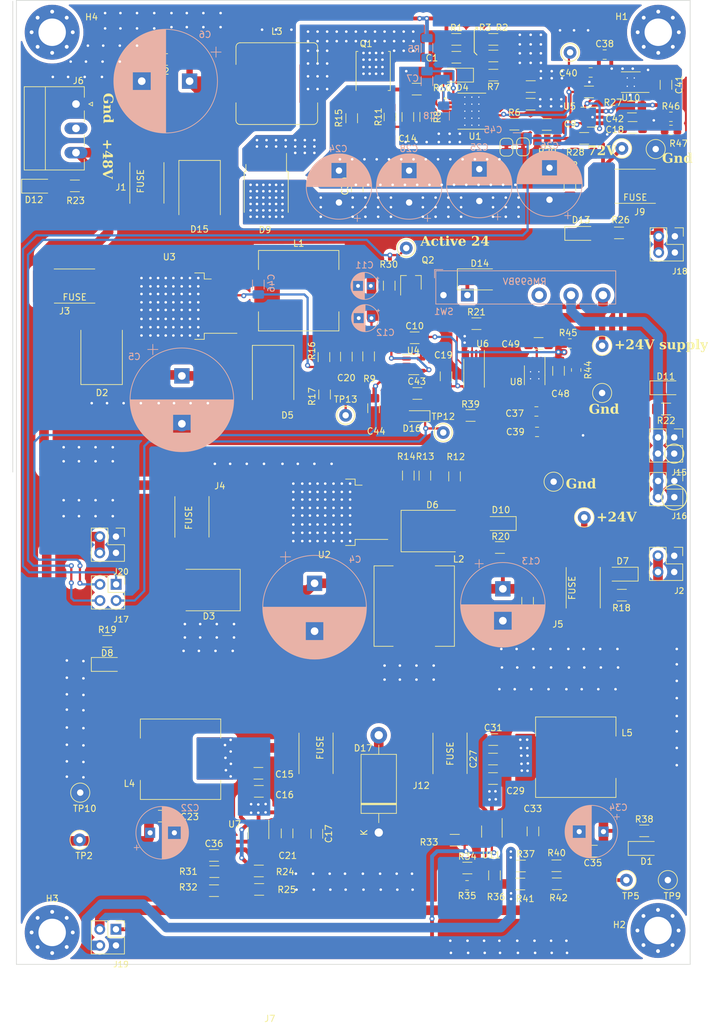
<source format=kicad_pcb>
(kicad_pcb (version 20221018) (generator pcbnew)
  (layers (0 "F.Cu" signal) (31 "B.Cu" signal) (34 "B.Paste" user) (35 "F.Paste" user) (36 "B.SilkS" user "B.Silkscreen") (37 "F.SilkS" user "F.Silkscreen") (38 "B.Mask" user) (39 "F.Mask" user) (44 "Edge.Cuts" user))
  (net 0 "")
  (net 1 "Net-(C1-Pad1)")
  (net 2 "GND")
  (net 3 "/Vin")
  (net 4 "Net-(U1-SS)")
  (net 5 "Net-(D3-K)")
  (net 6 "Net-(D2-K)")
  (net 7 "Net-(U1-BIAS)")
  (net 8 "/Vcc")
  (net 9 "Net-(C9-Pad1)")
  (net 10 "+5V")
  (net 11 "Net-(U6-+)")
  (net 12 "+24V")
  (net 13 "Net-(C14-Pad1)")
  (net 14 "Net-(D17-A2)")
  (net 15 "Net-(U7-BOOT)")
  (net 16 "Net-(U7-SW)")
  (net 17 "Net-(D9-A)")
  (net 18 "Net-(D2-A)")
  (net 19 "Net-(D3-A)")
  (net 20 "Net-(D4-K)")
  (net 21 "Net-(D5-K)")
  (net 22 "Net-(D6-K)")
  (net 23 "Net-(D8-A)")
  (net 24 "Net-(Q1-D)")
  (net 25 "Net-(D10-A)")
  (net 26 "Net-(D11-A)")
  (net 27 "Net-(D12-A)")
  (net 28 "Net-(D13-A)")
  (net 29 "Net-(D14-K)")
  (net 30 "+48V")
  (net 31 "24vSupply ")
  (net 32 "+72")
  (net 33 "Net-(Q1-G)")
  (net 34 "Net-(Q1-S-Pad1)")
  (net 35 "Net-(Q2-B)")
  (net 36 "Net-(U1-EN{slash}UVLO{slash}SYNC)")
  (net 37 "Net-(U1-RT)")
  (net 38 "Net-(U1-COMP)")
  (net 39 "Net-(U1-PGOOD)")
  (net 40 "/CS")
  (net 41 "Net-(U3-FB)")
  (net 42 "Net-(U4--)")
  (net 43 "/gate")
  (net 44 "Net-(U2-FB)")
  (net 45 "Net-(R13-Pad2)")
  (net 46 "Net-(U6--)")
  (net 47 "/FeedBack")
  (net 48 "Net-(U5--)")
  (net 49 "active_24vSupply")
  (net 50 "Net-(U7-FB)")
  (net 53 "24vControl")
  (net 54 "72vControl")
  (net 55 "24vCurrent")
  (net 56 "Net-(U7-EN)")
  (net 57 "Net-(D15-A)")
  (net 58 "LED+")
  (net 59 "Net-(D1-A)")
  (net 60 "LCD_BACK_LIGHT")
  (net 61 "/LED-")
  (net 62 "Net-(R39-Pad1)")
  (net 64 "/+5Vpp")
  (net 65 "Net-(U10-FB)")
  (net 66 "Net-(U8-FB)")
  (net 68 "/+5Vp")
  (net 73 "Net-(U11-VIN)")
  (net 74 "Net-(U11-BOOT)")
  (net 75 "Net-(U11-SW)")
  (net 76 "Net-(U11-FB)")
  (net 77 "Net-(R37-Pad1)")
  (net 78 "Net-(J2-Pin_2)")
  (net 79 "Net-(D7-A)")
  (net 81 "GND1")
  (footprint "Resistor_SMD:R_1206_3216Metric_Pad1.30x1.75mm_HandSolder" (layer "F.Cu") (at 218.22 98.91 90)
    (fp_text reference "R14")
    (fp_text value "0R(1206)")
  )
  (footprint "Diode_SMD:D_SMC" (layer "F.Cu") (at 185.51 54.47 -90)
    (fp_text reference "D15")
    (fp_text value "SS56-smc")
  )
  (footprint "TestPoint:TestPoint_Loop_D2.50mm_Drill1.0mm" (layer "F.Cu") (at 166.8 148.58)
    (fp_text reference "TP10")
    (fp_text value "TestPoint")
  )
  (footprint "Resistor_SMD:R_1206_3216Metric_Pad1.30x1.75mm_HandSolder" (layer "F.Cu") (at 231.55 36.1975 180)
    (fp_text reference "R7")
    (fp_text value "22K(1206)")
  )
  (footprint "Diode_SMD:D_SMC" (layer "F.Cu") (at 222 107.61)
    (fp_text reference "D6")
    (fp_text value "SS56-smc")
  )
  (footprint "MLC_K7:4p header reverse" (layer "F.Cu") (at 257.375 99.765)
    (fp_text reference "J16")
    (fp_text value "Conn_02x02_Odd_Even")
  )
  (footprint "Resistor_SMD:R_0805_2012Metric_Pad1.20x1.40mm_HandSolder" (layer "F.Cu") (at 243.55 78.23)
    (fp_text reference "R45")
    (fp_text value "16.5K(0805)")
  )
  (footprint "MLC_K7:fuse.holder.1808-1" (layer "F.Cu") (at 240.24 117.56 90)
    (fp_text reference "J5")
    (fp_text value "Fuse1808Holder")
  )
  (footprint "MountingHole:MountingHole_4.3mm_M4_Pad_Via" (layer "F.Cu") (at 162.4 170.48)
    (fp_text reference "H3")
    (fp_text value "MountingHole")
  )
  (footprint "Package_SO:TSSOP-8_4.4x3mm_P0.65mm" (layer "F.Cu") (at 228.53 82.89 -90)
    (fp_text reference "U6")
    (fp_text value "INA240A1PW")
  )
  (footprint "MLC:LED_1206_3216Metric_Castellated" (layer "F.Cu") (at 225.95 36.1975 180)
    (fp_text reference "D4")
    (fp_text value "LED_RED(1206)")
  )
  (footprint "MLC:LED_1206_3216Metric_Castellated" (layer "F.Cu") (at 171.02 128.5)
    (fp_text reference "D8")
    (fp_text value "LED_RED(1206)")
  )
  (footprint "Capacitor_SMD:C_1206_3216Metric_Pad1.33x1.80mm_HandSolder" (layer "F.Cu") (at 253.37 44.38)
    (fp_text reference "C18")
    (fp_text value "100nf(1206)")
  )
  (footprint "MountingHole:MountingHole_4.3mm_M4_Pad_Via" (layer "F.Cu") (at 257.4 29.48)
    (fp_text reference "H1")
    (fp_text value "MountingHole")
  )
  (footprint "Package_TO_SOT_SMD:SOT-23W_Handsoldering" (layer "F.Cu") (at 218.63 68.66 90)
    (fp_text reference "Q2")
    (fp_text value "BC817-smd")
  )
  (footprint "Resistor_SMD:R_1206_3216Metric_Pad1.30x1.75mm_HandSolder" (layer "F.Cu") (at 231.55 30.5975)
    (fp_text reference "R2")
    (fp_text value "3.3k(1206)")
  )
  (footprint "Capacitor_SMD:C_0805_2012Metric_Pad1.18x1.45mm_HandSolder" (layer "F.Cu") (at 249 32.98)
    (fp_text reference "C38")
    (fp_text value "4.7uF(0805) -100V")
  )
  (footprint "MLC:LED_1206_3216Metric_Castellated" (layer "F.Cu") (at 258.58 85.17)
    (fp_text reference "D11")
    (fp_text value "LED_RED(1206)")
  )
  (footprint "Capacitor_SMD:C_1206_3216Metric_Pad1.33x1.80mm_HandSolder" (layer "F.Cu") (at 187.7625 158.42)
    (fp_text reference "C36")
    (fp_text value "Not Mount(1206)")
  )
  (footprint "Package_TO_SOT_SMD:TSOT-23-5" (layer "F.Cu") (at 247.0675 42.78)
    (fp_text reference "U5")
    (fp_text value "AD8605ARTZ")
  )
  (footprint "Capacitor_SMD:C_1206_3216Metric_Pad1.33x1.80mm_HandSolder" (layer "F.Cu") (at 238.64 78.22 180)
    (fp_text reference "C49")
    (fp_text value "10nf(1206)")
  )
  (footprint "Capacitor_SMD:C_1206_3216Metric_Pad1.33x1.80mm_HandSolder" (layer "F.Cu") (at 241.77 82.52 -90)
    (fp_text reference "C48")
    (fp_text value "10uF(1206)")
  )
  (footprint "MLC:L_12x12mm_" (layer "F.Cu") (at 244.47 143.03)
    (fp_text reference "L5")
    (fp_text value "10uh-smd-12*12")
  )
  (footprint "Diode_SMD:D_SMC" (layer "F.Cu") (at 197.03 83.4325 -90)
    (fp_text reference "D5")
    (fp_text value "SS56-smc")
  )
  (footprint "Capacitor_SMD:C_1206_3216Metric_Pad1.33x1.80mm_HandSolder" (layer "F.Cu") (at 179.74 152.26)
    (fp_text reference "C23")
    (fp_text value "10uF(1206)")
  )
  (footprint "Resistor_SMD:R_1206_3216Metric_Pad1.30x1.75mm_HandSolder" (layer "F.Cu") (at 187.7625 163.94 180)
    (fp_text reference "R32")
    (fp_text value "13.3K(1206)")
  )
  (footprint "TestPoint:TestPoint_Loop_D2.50mm_Drill1.0mm" (layer "F.Cu") (at 251.7 47.68)
    (fp_text reference "TP4" hide)
    (fp_text value "TestPoint")
  )
  (footprint "Package_TO_SOT_SMD:TO-252-2" (layer "F.Cu") (at 195.95 54.5875 -90)
    (fp_text reference "D9")
    (fp_text value "MBRD20150CT")
  )
  (footprint "Diode_SMD:D_SOD-323_HandSoldering" (layer "F.Cu") (at 219.61 89.61 180)
    (fp_text reference "D16")
    (fp_text value " PESD3V3U1UA,115")
  )
  (footprint "MountingHole:MountingHole_4.3mm_M4_Pad_Via" (layer "F.Cu") (at 257.36 170.175)
    (fp_text reference "H2")
    (fp_text value "MountingHole")
  )
  (footprint "Inductor_SMD:L_TaiTech_TMPC1265_13.5x12.5mm" (layer "F.Cu") (at 197.61 37.53)
    (fp_text reference "L3")
    (fp_text value "330uh-smd-12.5mm")
  )
  (footprint "Resistor_SMD:R_1206_3216Metric_Pad1.30x1.75mm_HandSolder" (layer "F.Cu") (at 231.73 161.54 -90)
    (fp_text reference "R36")
    (fp_text value "0R(1206)")
  )
  (footprint "MLC_K7:4p header reverse" (layer "F.Cu") (at 169.86 108.48)
    (fp_text reference "J20")
    (fp_text value "Conn_02x02_Odd_Even")
  )
  (footprint "Package_TO_SOT_SMD:TO-263-5_TabPin3" (layer "F.Cu") (at 181.415 72.382246 180)
    (fp_text reference "U3")
    (fp_text value "LM2576HVS-ADJ")
  )
  (footprint "Resistor_SMD:R_1206_3216Metric_Pad1.30x1.75mm_HandSolder" (layer "F.Cu") (at 251.25 60.91 180)
    (fp_text reference "R26")
    (fp_text value "68K(1206)")
  )
  (footprint "Resistor_SMD:R_1206_3216Metric_Pad1.30x1.75mm_HandSolder" (layer "F.Cu") (at 234.85 43.88)
    (fp_text reference "R6")
    (fp_text value "200k(1206)")
  )
  (footprint "MLC:R_1206_3216Metric_Pad1.42x1.75mm_HandSolder" (layer "F.Cu") (at 215.35 42.7475 90)
    (fp_text reference "R11")
    (fp_text value "100R(1206)")
  )
  (footprint "Resistor_SMD:R_1206_3216Metric_Pad1.30x1.75mm_HandSolder" (layer "F.Cu") (at 241.44 160.04 180)
    (fp_text reference "R40")
    (fp_text value "0R(1206)")
  )
  (footprint "MLC_K7:4p header reverse" (layer "F.Cu") (at 169.86 169.98)
    (fp_text reference "J19")
    (fp_text value "Conn_02x02_Odd_Even")
  )
  (footprint "Capacitor_SMD:C_1206_3216Metric_Pad1.33x1.80mm_HandSolder" (layer "F.Cu") (at 231.5325 140.27)
    (fp_text reference "C31")
    (fp_text value "100nf(1206)")
  )
  (footprint "Resistor_SMD:R_1206_3216Metric_Pad1.30x1.75mm_HandSolder" (layer "F.Cu") (at 235.77 162.89 180)
    (fp_text reference "R41")
    (fp_text value "0R(1206)")
  )
  (footprint "Resistor_SMD:R_1206_3216Metric_Pad1.30x1.75mm_HandSolder" (layer "F.Cu") (at 225.5 156.03 180)
    (fp_text reference "R33")
    (fp_text value "100K(1206)")
  )
  (footprint "MLC:LED_1206_3216Metric_Castellated" (layer "F.Cu") (at 232.64 106.43 180)
    (fp_text reference "D10")
    (fp_text value "LED_RED(1206)")
  )
  (footprint "Capacitor_SMD:C_1206_3216Metric_Pad1.33x1.80mm_HandSolder" (layer "F.Cu") (at 253.27 41.2 180)
    (fp_text reference "C42")
    (fp_text value "10uF(1206)")
  )
  (footprint "Capacitor_SMD:C_1206_3216Metric_Pad1.33x1.80mm_HandSolder" (layer "F.Cu") (at 219.22 77.34)
    (fp_text reference "C10")
    (fp_text value "100nf(1206)")
  )
  (footprint "Diode_THT:D_DO-201AE_P15.24mm_Horizontal" (layer "F.Cu") (at 213.59 154.83 90)
    (fp_text reference "D17")
    (fp_text value "1.5KE24CA")
  )
  (footprint "Capacitor_SMD:C_1206_3216Metric_Pad1.33x1.80mm_HandSolder" (layer "F.Cu") (at 203.89 155.02 -90)
    (fp_text reference "C17")
    (fp_text value "100nf(1206)")
  )
  (footprint "TestPoint:TestPoint_Loop_D2.50mm_Drill1.0mm" (layer "F.Cu") (at 257 47.78)
    (fp_text reference "TP6" hide)
    (fp_text value "TestPoint" hide)
  )
  (footprint "Resistor_SMD:R_1206_3216Metric_Pad1.30x1.75mm_HandSolder" (layer "F.Cu") (at 215.23 69.17 -90)
    (fp_text reference "R30")
    (fp_text value "1k(1206)")
  )
  (footprint "MLC:LED_1206_3216Metric_Castellated" (layer "F.Cu") (at 160.11 53.59)
    (fp_text reference "D12")
    (fp_text value "LED_RED(1206)")
  )
  (footprint "Resistor_SMD:R_0805_2012Metric_Pad1.20x1.40mm_HandSolder" (layer "F.Cu") (at 259.38 42.72)
    (fp_text reference "R46")
    (fp_text value "16.5K(0805)")
  )
  (footprint "Package_TO_SOT_SMD:TSOT-23-5" (layer "F.Cu") (at 219.08 81.55)
    (fp_text reference "U4")
    (fp_text value "AD8605ARTZ")
  )
  (footprint "Resistor_SMD:R_1206_3216Metric_Pad1.30x1.75mm_HandSolder" (layer "F.Cu") (at 220.82 98.93 -90)
    (fp_text reference "R13")
    (fp_text value "3.6K(1206)")
  )
  (footprint "TestPoint:TestPoint_Keystone_5000-5004_Miniature" (layer "F.Cu") (at 208.4 89.48)
    (fp_text reference "TP13")
    (fp_text value "TestPoint")
  )
  (footprint "TestPoint:TestPoint_Keystone_5000-5004_Miniature" (layer "F.Cu") (at 223.7 92.18)
    (fp_text reference "TP12")
    (fp_text value "TestPoint")
  )
  (footprint "TestPoint:TestPoint_Loop_D2.50mm_Drill1.0mm" (layer "F.Cu") (at 258.9 162.28)
    (fp_text reference "TP9")
    (fp_text value "TestPoint")
  )
  (footprint "Capacitor_SMD:C_1206_3216Metric_Pad1.33x1.80mm_HandSolder" (layer "F.Cu") (at 236.92 118.6875 -90)
    (fp_text reference "C47")
    (fp_text value "100nf(1206)")
  )
  (footprint "Capacitor_SMD:C_1206_3216Metric_Pad1.33x1.80mm_HandSolder" (layer "F.Cu") (at 199.22 154.96 90)
    (fp_text reference "C21")
    (fp_text value "100nf(1206)")
  )
  (footprint "Resistor_SMD:R_1206_3216Metric_Pad1.30x1.75mm_HandSolder" (layer "F.Cu") (at 241.51 162.86 180)
    (fp_text reference "R42")
    (fp_text value "0R(1206)")
  )
  (footprint "Resistor_SMD:R_1206_3216Metric_Pad1.30x1.75mm_HandSolder" (layer "F.Cu") (at 235.86 160.07 180)
    (fp_text reference "R37")
    (fp_text value "0R(1206)")
  )
  (footprint "Resistor_SMD:R_1206_3216Metric_Pad1.30x1.75mm_HandSolder" (layer "F.Cu") (at 245.79 46.1 180)
    (fp_text reference "R28")
    (fp_text value "120k(1206)")
  )
  (footprint "TestPoint:TestPoint_Loop_D2.50mm_Drill1.0mm" (layer "F.Cu") (at 248.6 78.58)
    (fp_text reference "TP3" hide)
    (fp_text value "TestPoint")
  )
  (footprint "Capacitor_SMD:C_1206_3216Metric_Pad1.33x1.80mm_HandSolder" (layer "F.Cu") (at 218.15 42.7475 90)
    (fp_text reference "C14")
    (fp_text value "1nf(1206)")
  )
  (footprint "TestPoint:TestPoint_Loop_D2.50mm_Drill1.0mm" (layer "F.Cu") (at 252.4 162.28)
    (fp_text reference "TP5")
    (fp_text value "TestPoint")
  )
  (footprint "TestPoint:TestPoint_Loop_D2.50mm_Drill1.0mm" (layer "F.Cu") (at 248.6 85.98)
    (fp_text reference "TP7" hide)
    (fp_text value "TestPoint" hide)
  )
  (footprint "Capacitor_SMD:C_1206_3216Metric_Pad1.33x1.80mm_HandSolder" (layer "F.Cu") (at 237.76 154.65 90)
    (fp_text reference "C33")
    (fp_text value "100nf(1206)")
  )
  (footprint "Package_SO:MSOP-8-1EP_3x3mm_P0.65mm_EP1.73x1.85mm_ThermalVias" (layer "F.Cu") (at 253.0925 37.295 180)
    (fp_text reference "U10")
    (fp_text value "TPS7A4001DGNR")
  )
  (footprint "MLC_K7:fuse.holder.1808-1" (layer "F.Cu") (at 178.91 106.4625 90)
    (fp_text reference "J4")
    (fp_text value "Fuse1808Holder")
  )
  (footprint "Resistor_SMD:R_1206_3216Metric_Pad1.30x1.75mm_HandSolder" (layer "F.Cu") (at 251.69 117.65)
    (fp_text reference "R18")
    (fp_text value "22K(1206)")
  )
  (footprint "Diode_SMD:D_SMA" (layer "F.Cu") (at 229.4225 68.19)
    (fp_text reference "D14")
    (fp_text value "US1M")
  )
  (footprint "Resistor_SMD:R_1206_3216Metric_Pad1.30x1.75mm_HandSolder" (layer "F.Cu") (at 187.8225 160.96)
    (fp_text reference "R31")
    (fp_text value "100K(1206)")
  )
  (footprint "Resistor_SMD:R_1206_3216Metric_Pad1.30x1.75mm_HandSolder" (layer "F.Cu") (at 205 80.36 -90)
    (fp_text reference "R16")
    (fp_text value "43K(1206)")
  )
  (footprint "MLC:LED_1206_3216Metric_Castellated" (layer "F.Cu") (at 255.175 157.32)
    (fp_text reference "D1")
    (fp_text value "LED_RED(1206)")
  )
  (footprint "Resistor_SMD:R_1206_3216Metric_Pad1.30x1.75mm_HandSolder" (layer "F.Cu") (at 194.79 160.85)
    (fp_text reference "R24")
    (fp_text value "511K(1206)")
  )
  (footprint "MLC_K7:fuse.holder.1808-1" (layer "F.Cu") (at 219.36 143.5025 90)
    (fp_text reference "J12")
    (fp_text value "Fuse1808Holder")
  )
  (footprint "Resistor_SMD:R_1206_3216Metric_Pad1.30x1.75mm_HandSolder" (layer "F.Cu") (at 212 80.25 90)
    (fp_text reference "R9")
    (fp_text value "10K(1206)")
  )
  (footprint "Capacitor_SMD:C_1206_3216Metric_Pad1.33x1.80mm_HandSolder" (layer "F.Cu") (at 210.22 53.7525 90)
    (fp_text reference "C30")
    (fp_text value "100nf(1206)-250V")
  )
  (footprint "MountingHole:MountingHole_4.3mm_M4_Pad_Via" (layer "F.Cu") (at 162.4 29.48)
    (fp_text reference "H4")
    (fp_text value "MountingHole")
  )
  (footprint "Capacitor_SMD:C_1206_3216Metric_Pad1.33x1.80mm_HandSolder" (layer "F.Cu") (at 208.51 80.29 -90)
    (fp_text reference "C20")
    (fp_text value "100nf(1206)")
  )
  (footprint "Capacitor_SMD:C_0805_2012Metric_Pad1.18x1.45mm_HandSolder" (layer "F.Cu") (at 238.4 92.08 180)
    (fp_text reference "C39")
    (fp_text value "4.7uF(0805) -100V")
  )
  (footprint "Package_SO:MSOP-8-1EP_3x3mm_P0.65mm_EP1.73x1.85mm_ThermalVias" (layer "F.Cu") (at 238.03 83.21 -90)
    (fp_text reference "U8")
    (fp_text value "TPS7A4001DGNR")
  )
  (footprint "Connector_Phoenix_MC:PhoenixContact_MC_1,5_3-G-3.81_1x03_P3.81mm_Horizontal" (layer "F.Cu") (at 166.1325 40.725 -90)
    (fp_text reference "J6")
    (fp_text value "pluggable terminal block 3p 3.81  right ")
  )
  (footprint "Package_TO_SOT_SMD:SOT-23-6_Handsoldering" (layer "F.Cu") (at 194.75 154.91 -90)
    (fp_text reference "U7")
    (fp_text value "TPS54302DDCR")
  )
  (footprint "Resistor_SMD:R_1206_3216Metric_Pad1.30x1.75mm_HandSolder" (layer "F.Cu") (at 220.95 42.7475 -90)
    (fp_text reference "R8")
    (fp_text value "0R(1206)")
  )
  (footprint "Resistor_SMD:R_1206_3216Metric_Pad1.30x1.75mm_HandSolder" (layer "F.Cu") (at 246.5375 38.83)
    (fp_text reference "R27")
    (fp_text value "10K(1206)")
  )
  (footprint "Resistor_SMD:R_0805_2012Metric_Pad1.20x1.40mm_HandSolder" (layer "F.Cu") (at 259.4 44.78 180)
    (fp_text reference "R47")
    (fp_text value "5.1k(0805)")
  )
  (footprint "Resistor_SMD:R_1206_3216Metric_Pad1.30x1.75mm_HandSolder" (layer "F.Cu") (at 258.63 88.49 180)
    (fp_text reference "R22")
    (fp_text value "22K(1206)")
  )
  (footprint "Capacitor_SMD:C_1206_3216Metric_Pad1.33x1.80mm_HandSolder" (layer "F.Cu") (at 224.14 83.37 90)
    (fp_text reference "C19")
    (fp_text value "10uF(1206)")
  )
  (footprint "Resistor_SMD:R_1206_3216Metric_Pad1.30x1.75mm_HandSolder" (layer "F.Cu") (at 237.41 37.99)
    (fp_text reference "R4" hide)
    (fp_text value "36k(1206)")
  )
  (footprint "Resistor_SMD:R_1206_3216Metric_Pad1.30x1.75mm_HandSolder" (layer "F.Cu") (at 227.98 89.51 180)
    (fp_text reference "R39")
    (fp_text value "1k(1206)")
  )
  (footprint "TestPoint:TestPoint_Loop_D2.50mm_Drill1.0mm" (layer "F.Cu") (at 166.7 155.98)
    (fp_text reference "TP2")
    (fp_text value "TestPoint")
  )
  (footprint "TestPoint:TestPoint_Keystone_5000-5004_Miniature" (layer "F.Cu") (at 217.9 63.28)
    (fp_text reference "TP14" hide)
    (fp_text value "TestPoint")
  )
  (footprint "MLC:LED_1206_3216Metric_Castellated" (layer "F.Cu") (at 251.76 114.36 180)
    (fp_text reference "D7")
    (fp_text value "LED_RED(1206)")
  )
  (footprint "Capacitor_SMD:C_1206_3216Metric_Pad1.33x1.80mm_HandSolder" (layer "F.Cu") (at 247.15 157.74 180)
    (fp_text reference "C35")
    (fp_text value "10uF(1206)")
  )
  (footprint "Resistor_SMD:R_1206_3216Metric_Pad1.30x1.75mm_HandSolder" (layer "F.Cu") (at 225.47 99.05 90)
    (fp_text reference "R12")
    (fp_text value "68K(1206)")
  )
  (footprint "MLC:LED_1206_3216Metric_Castellated" (layer "F.Cu") (at 245.24 60.99)
    (fp_text reference "D13")
    (fp_text value "LED_RED(1206)")
  )
  (footprint "Resistor_SMD:R_1206_3216Metric_Pad1.30x1.75mm_HandSolder" (layer "F.Cu") (at 225.75 30.5975)
    (fp_text reference "R1")
    (fp_text value "47K(1206)")
  )
  (footprint "Package_TO_SOT_SMD:SOT-23-6_Handsoldering" (layer "F.Cu") (at 231.32 154.68 -90)
    (fp_text reference "U11")
    (fp_text value "TPS54302DDCR")
  )
  (footprint "Package_TO_SOT_SMD:TO-263-5_TabPin3" (layer "F.Cu") (at 205.06 104.67 180)
    (fp_text reference "U2")
    (fp_text value "LM2576HVS-ADJ")
  )
  (footprint "Diode_SMD:D_SMC" (layer "F.Cu") (at 186.97 116.85 180)
    (fp_text reference "D3")
    (fp_text value "SS56-smc")
  )
  (footprint "Resistor_SMD:R_1206_3216Metric_Pad1.30x1.75mm_HandSolder" (layer "F.Cu") (at 171.04 124.88)
    (fp_text reference "R19")
    (fp_text value "4.7K(1206)")
  )
  (footprint "Jumper:SolderJumper-2_P1.3mm_Bridged_RoundedPad1.0x1.5mm" (layer "F.Cu") (at 233.6 47.48 -90)
    (fp_text reference "JP1" hide)
    (fp_text value "Jumper_2_Bridged")
  )
  (footprint "MLC_K7:fuse.holder.1808-1" (layer "F.Cu") (at 254.8425 59 180)
    (fp_text reference "J9")
    (fp_text value "Fuse1808Holder")
  )
  (footprint "TestPoint:TestPoint_Keystone_5000-5004_Miniature" (layer "F.Cu") (at 243.5775 32.64)
    (fp_text reference "TP11" hide)
    (fp_text value "TestPoint")
  )
  (footprint "Jumper:SolderJumper-2_P1.3mm_Bridged_RoundedPad1.0x1.5mm" (layer "F.Cu") (at 236.2 47.43 -90)
    (fp_text reference "JP2" hide)
    (fp_text value "Jumper_2_Bridged")
  )
  (footprint "MLC_K7:4p header reverse" (layer "F.Cu") (at 257.36 92.94)
    (fp_text reference "J15")
    (fp_text value "Conn_02x02_Odd_Even")
  )
  (footprint "Resistor_SMD:R_0805_2012Metric_Pad1.20x1.40mm_HandSolder" (layer "F.Cu") (at 244.53 82.38 -90)
    (fp_text reference "R44")
    (fp_text value "5.1k(0805)")
  )
  (footprint "Capacitor_SMD:C_1206_3216Metric_Pad1.33x1.80mm_HandSolder" (layer "F.Cu") (at 225.75 33.3975 180)
    (fp_text reference "C1")
    (fp_text value "100p(1206)")
  )
  (footprint "Inductor_SMD:L_12x12mm_H8mm" (layer "F.Cu") (at 219.15 119.362754 -90)
    (fp_text reference "L2")
    (fp_text value "SLF12565T-101M1R6-PF")
  )
  (footprint "Resistor_SMD:R_1206_3216Metric_Pad1.30x1.75mm_HandSolder" (layer "F.Cu") (at 232.58 110.19)
    (fp_text reference "R20")
    (fp_text value "22K(1206)")
  )
  (footprint "Resistor_SMD:R_1206_3216Metric_Pad1.30x1.75mm_HandSolder" (layer "F.Cu") (at 165.96 53.54 180)
    (fp_text reference "R23")
    (fp_text value "36k(1206)")
  )
  (footprint "Resistor_SMD:R_1206_3216Metric_Pad1.30x1.75mm_HandSolder" (layer "F.Cu") (at 240 46.38 180)
    (fp_text reference "R29")
    (fp_text value "1.5K(1206)")
  )
  (footprint "Resistor_SMD:R_1206_3216Metric_Pad1.30x1.75mm_HandSolder" (layer "F.Cu") (at 209.35 42.9475 90)
    (fp_text reference "R15")
    (fp_text value "40mOhm(1206)")
  )
  (footprint "Capacitor_SMD:C_1206_3216Metric_Pad1.33x1.80mm_HandSolder" (layer "F.Cu") (at 194.7925 148.38)
    (fp_text reference "C16")
    (fp_text value "10uF(1206)")
  )
  (footprint "Resistor_SMD:R_1206_3216Metric_Pad1.30x1.75mm_HandSolder" (layer "F.Cu") (at 231.55 33.1975)
    (fp_text reference "R3")
    (fp_text value "0R(1206)")
  )
  (footprint "Capacitor_SMD:C_1206_3216Metric_Pad1.33x1.80mm_HandSolder" (layer "F.Cu") (at 243.55 53.54 90)
    (fp_text reference "C32")
    (fp_text value "100nf(1206)-250V")
  )
  (footprint "Capacitor_SMD:C_0805_2012Metric_Pad1.18x1.45mm_HandSolder" (layer "F.Cu") (at 238.3 88.88 180)
    (fp_text reference "C37")
    (fp_text value "4.7uF(0805) -100V")
  )
  (footprint "Capacitor_SMD:C_1206_3216Metric_Pad1.33x1.80mm_HandSolder" (layer "F.Cu") (at 212.78 88.37 -90)
    (fp_text reference "C44")
    (fp_text value "100nf(1206)")
  )
  (footprint "MLC_K7:4p header reverse" (layer "F.Cu") (at 257.36 111.48)
    (fp_text reference "J2")
    (fp_text value "Conn_02x02_Odd_Even")
  )
  (footprint "MLC:L_12x12mm_" (layer "F.Cu") (at 182.5225 143.35 180)
    (fp_text reference "L4")
    (fp_text value "10uh-smd-12*12")
  )
  (footprint "TestPoint:TestPoint_Loop_D2.50mm_Drill1.0mm" (layer "F.Cu") (at 245.8 105.48)
    (fp_text reference "TP1" hide)
    (fp_text value "TestPoint")
  )
  (footprint "Resistor_SMD:R_1206_3216Metric_Pad1.30x1.75mm_HandSolder" (layer "F.Cu") (at 194.84 163.74 180)
    (fp_text reference "R25")
    (fp_text value "105K(1206)")
  )
  (footprint "Capacitor_SMD:C_1206_3216Metric_Pad1.33x1.80mm_HandSolder" (layer "F.Cu") (at 239.92 43.92)
    (fp_text reference "C9")
    (fp_text value "560p(1206)")
  )
  (footprint "Capacitor_SMD:C_1206_3216Metric_Pad1.33x1.80mm_HandSolder" (layer "F.Cu") (at 231.5025 143.32)
    (fp_text reference "C27")
    (fp_text value "10uF(1206)")
  )
  (footprint "Capacitor_SMD:C_0805_2012Metric_Pad1.18x1.45mm_HandSolder" (layer "F.Cu") (at 246.8 35.78 180)
    (fp_text reference "C40")
    (fp_text value "4.7uF(0805) -100V")
  )
  (footprint "Resistor_SMD:R_1206_3216Metric_Pad1.30x1.75mm_HandSolder" (layer "F.Cu") (at 228.9 75.13)
    (fp_text reference "R21")
    (fp_text value "40mOhm(1206)")
  )
  (footprint "Package_TO_SOT_SMD:TDSON-8-1" (layer "F.Cu") (at 212.715 35.5475 90)
    (fp_text reference "Q1")
    (fp_text value "BSC196N10NSG")
  )
  (footprint "Capacitor_SMD:C_1206_3216Metric_Pad1.33x1.80mm_HandSolder" (layer "F.Cu") (at 219.64 86.06 180)
    (fp_text reference "C43")
    (fp_text value "100nf(1206)")
  )
  (footprint "MLC_K7:fuse.holder.1808-1" (layer "F.Cu") (at 166.9825 74.63 180)
    (fp_text reference "J3")
    (fp_text value "Fuse1808Holder")
  )
  (footprint "Inductor_SMD:L_12x12mm_H8mm" (layer "F.Cu") (at 201.04 69.96)
    (fp_text reference "L1")
    (fp_text value "SLF12565T-101M1R6-PF")
  )
  (footprint "MLC_K7:fuse.holder.1808-1" (layer "F.Cu") (at 171.85 54.1625 90)
    (fp_text reference "J1")
    (fp_text value "Fuse1808Holder")
  )
  (footprint "Resistor_SMD:R_1206_3216Metric_Pad1.30x1.75mm_HandSolder" (layer "F.Cu") (at 255.2 154.57)
    (fp_text reference "R38")
    (fp_text value "1.5K(1206)")
  )
  (footprint "Resistor_SMD:R_1206_3216Metric_Pad1.30x1.75mm_HandSolder" (layer "F.Cu") (at 205.1 86.22 -90)
    (fp_text reference "R17")
    (fp_text value "2.2K(1206)")
  )
  (footprint "Resistor_SMD:R_0805_2012Metric_Pad1.20x1.40mm_HandSolder" (layer "F.Cu") (at 227.43 163.09 180)
    (fp_text reference "R35")
    (fp_text value "Not_Mounted(0805)")
  )
  (footprint "Capacitor_SMD:C_1206_3216Metric_Pad1.33x1.80mm_HandSolder" (layer "F.Cu") (at 231.5025 146.37)
    (fp_text reference "C29")
    (fp_text value "10uF(1206)")
  )
  (footprint "MLC_K7:IC_LM5156HPWPR" (layer "F.Cu") (at 228.18 41.84)
    (fp_text reference "U1")
    (fp_text value "LM5156HQPWPRQ1" hide)
  )
  (footprint "TestPoint:TestPoint_Loop_D2.50mm_Drill1.0mm" (layer "F.Cu") (at 241 99.88)
    (fp_text reference "TP8" hide)
    (fp_text value "TestPoint")
  )
  (footprint "Diode_SMD:D_SMC" (layer "F.Cu") (at 170.15 79.75 90)
    (fp_text reference "D2")
    (fp_text value "SS56-smc")
  )
  (footprint "Resistor_SMD:R_1206_3216Metric_Pad1.30x1.75mm_HandSolder" (layer "F.Cu") (at 219.54 38.39 180)
    (fp_text reference "R10")
    (fp_text value "0R(1206)")
  )
  (footprint "Capacitor_SMD:C_1206_3216Metric_Pad1.33x1.80mm_HandSolder" (layer "F.Cu") (at 237.39 40.74 180)
    (fp_text reference "C3" hide)
    (fp_text value "100nf(1206)")
  )
  (footprint "MLC_K7:fuse.holder.1808-1" (layer "F.Cu") (at 198.36 143.5025 90)
    (fp_text reference "J7")
    (fp_text value "Fuse1808Holder")
  )
  (footprint "Capacitor_SMD:C_1206_3216Metric_Pad1.33x1.80mm_HandSolder" (layer "F.Cu") (at 194.7225 145.55)
    (fp_text reference "C15")
    (fp_text value "10uF(1206)")
  )
  (footprint "MLC_K7:4p header reverse" (layer "F.Cu") (at 257.46 61.44)
    (fp_text reference "J18")
    (fp_text value "Conn_02x02_Odd_Even")
  )
  (footprint "Capacitor_SMD:C_1206_3216Metric_Pad1.33x1.80mm_HandSolder" (layer "F.Cu") (at 179.7875 33.7475 180)
    (fp_text reference "C2")
    (fp_text value "100nF(1206)-100V")
  )
  (footprint "Capacitor_SMD:C_1206_3216Metric_Pad1.33x1.80mm_HandSolder" (layer "F.Cu") (at 258.61 37.71 90)
    (fp_text reference "C41")
    (fp_text value "10nf(1206)")
  )
  (footprint "MLC_K7:4p header reverse" (layer "F.Cu") (at 169.885 115.955)
    (fp_text reference "J17")
    (fp_text value "Conn_02x02_Odd_Even")
  )
  (footprint "Resistor_SMD:R_1206_3216Metric_Pad1.30x1.75mm_HandSolder" (layer "F.Cu") (at 227.48 160.39)
    (fp_text reference "R34")
    (fp_text value "100K(1206)")
  )
  (footprint "Capacitor_THT:CP_Radial_D4.0mm_P2.00mm" (layer "B.Cu") (at 212.45 74.26 180)
    (fp_text reference "C12")
    (fp_text value "10uf-50V-solid")
  )
  (footprint "Capacitor_SMD:C_1206_3216Metric_Pad1.33x1.80mm_HandSolder" (layer "B.Cu") (at 221.15 37.1475 90)
    (fp_text reference "C7")
    (fp_text value "100nf(1206)")
  )
  (footprint "Capacitor_THT:CP_Radial_D13.0mm_P5.00mm" (layer "B.Cu") (at 233.04 116.657539 -90)
    (fp_text reference "C13")
    (fp_text value "1000uf-35V")
  )
  (footprint "Capacitor_SMD:C_1206_3216Metric_Pad1.33x1.80mm_HandSolder" (layer "B.Cu") (at 235.36 46.14)
    (fp_text reference "C45")
    (fp_text value "100nf(1206)")
  )
  (footprint "Capacitor_THT:CP_Radial_D10.0mm_P5.00mm" (layer "B.Cu") (at 207.35 56.1475 90)
    (fp_text reference "C24")
    (fp_text value "10uf-160V")
  )
  (footprint "Capacitor_THT:CP_Radial_D4.0mm_P2.00mm" (layer "B.Cu") (at 212.3426 69.21 180)
    (fp_text reference "C11")
    (fp_text value "10uf-50V-solid")
  )
  (footprint "Capacitor_THT:CP_Radial_D16.0mm_P7.50mm" (layer "B.Cu") (at 183.94 37.14 180)
    (fp_text reference "C6")
    (fp_text value "330uf-100V")
  )
  (footprint "Capacitor_THT:CP_Radial_D16.0mm_P7.50mm" (layer "B.Cu") (at 182.73 83.307246 -90)
    (fp_text reference "C5")
    (fp_text value "330uf-100V")
  )
  (footprint "Capacitor_THT:CP_Radial_D8.0mm_P3.80mm" (layer "B.Cu") (at 248.81 154.69 180)
    (fp_text reference "C34")
    (fp_text value "47uf-35v-solid")
  )
  (footprint "Capacitor_THT:CP_Radial_D10.0mm_P5.00mm" (layer "B.Cu") (at 240.35 55.715177 90)
    (fp_text reference "C26")
    (fp_text value "10uf-160V")
  )
  (footprint "Resistor_SMD:R_1206_3216Metric_Pad1.30x1.75mm_HandSolder" (layer "B.Cu") (at 221.15 31.9475 90)
    (fp_text reference "R5")
    (fp_text value "0R(1206)")
  )
  (footprint "Capacitor_SMD:C_1206_3216Metric_Pad1.33x1.80mm_HandSolder" (layer "B.Cu") (at 223.75 42.5475 -90)
    (fp_text reference "C8")
    (fp_text value "1uf(1206)")
  )
  (footprint "MLC:RM699BV" (layer "B.Cu") (at 227.4825 70.6525)
    (fp_text reference "SW1")
    (fp_text value "RM699BV-3011-85-1024")
  )
  (footprint "Capacitor_SMD:C_1206_3216Metric_Pad1.33x1.80mm_HandSolder" (layer "B.Cu") (at 194.71 68.9875 -90)
    (fp_text reference "C46")
    (fp_text value "100nf(1206)")
  )
  (footprint "Capacitor_THT:CP_Radial_D10.0mm_P5.00mm" (layer "B.Cu") (at 229.35 55.915177 90)
    (fp_text reference "C25")
    (fp_text value "10uf-160V")
  )
  (footprint "Capacitor_THT:CP_Radial_D8.0mm_P3.80mm" (layer "B.Cu") (at 177.7525 154.87)
    (fp_text reference "C22")
    (fp_text value "47uf-35v-solid")
  )
  (footprint "Capacitor_THT:CP_Radial_D10.0mm_P5.00mm" (layer "B.Cu") (at 218.35 56.1475 90)
    (fp_text reference "C28")
    (fp_text value "10uf-160V")
  )
  (footprint "Capacitor_THT:CP_Radial_D16.0mm_P7.50mm" (layer "B.Cu") (at 203.53 115.79 -90)
    (fp_text reference "C4")
    (fp_text value "330uf-100V")
  )
  (gr_line (start 229.07 28.71) (end 229.07 29.08) (stroke (width 0.15)) (layer "F.SilkS"))
  (gr_line (start 228.98 33.03) (end 228.56 32.61) (stroke (width 0.15)) (layer "F.SilkS"))
  (gr_circle (center 259.9 95.48) (end 261.396028 95.48) (stroke (width 0.15)) (fill none) (layer "F.SilkS"))
  (gr_line (start 228.56 32.61) (end 228.56 29.22) (stroke (width 0.15)) (layer "F.SilkS"))
  (gr_line (start 229.07 29.08) (end 229.07 28.71) (stroke (width 0.15)) (layer "F.SilkS"))
  (gr_line (start 228.56 29.22) (end 229.07 28.71) (stroke (width 0.15)) (layer "F.SilkS"))
  (gr_line (start 229.07 28.71) (end 228.74 28.71) (stroke (width 0.15)) (layer "F.SilkS"))
  (gr_circle (center 259.915 102.315) (end 261.889968 102.315) (stroke (width 0.15)) (fill none) (layer "F.SilkS"))
  (gr_line (start 156.8 175.48) (end 262.4 175.48) (stroke (width 0.1)) (layer "Edge.Cuts"))
  (gr_line (start 156.23 24.61) (end 156.23 98.38) (stroke (width 0.1)) (layer "Edge.Cuts"))
  (gr_line (start 262.4 24.48) (end 156.8 24.48) (stroke (width 0.1)) (layer "Edge.Cuts"))
  (gr_line locked (start 156.8 24.48) (end 156.8 175.48) (stroke (width 0.1)) (layer "Edge.Cuts"))
  (gr_line locked (start 262.4 24.48) (end 262.4 175.48) (stroke (width 0.1)) (layer "Edge.Cuts"))
  (gr_text "Gnd" (at 242.9 101.18) (layer "F.SilkS") (effects (font (size 1.5 1.5) (thickness 0.3) bold) (justify left bottom)))
  (gr_text "+48V" (at 170.1 46.18 270) (layer "F.SilkS") (effects (font (size 1.5 1.5) (thickness 0.3) bold) (justify left bottom)))
  (gr_text "Gnd" (at 246.5 89.48) (layer "F.SilkS") (effects (font (size 1.5 1.5) (thickness 0.3) bold) (justify left bottom)))
  (gr_text "72V" (at 246.3 48.98) (layer "F.SilkS") (effects (font (size 1.5 1.5) (thickness 0.3) bold) (justify left bottom)))
  (gr_text "Gnd" (at 170.2 38.98 -90) (layer "F.SilkS") (effects (font (size 1.5 1.5) (thickness 0.3) bold) (justify left bottom)))
  (gr_text "Gnd" (at 258 50.18) (layer "F.SilkS") (effects (font (size 1.5 1.5) (thickness 0.3) bold) (justify left bottom)))
  (gr_text "Active 24" (at 220.1 63.18) (layer "F.SilkS") (effects (font (size 1.5 1.5) (thickness 0.3) bold) (justify left bottom)))
  (gr_text "+24V supply" (at 250.5 79.38) (layer "F.SilkS") (effects (font (size 1.5 1.5) (thickness 0.3) bold) (justify left bottom)))
  (gr_text "+24V" (at 247.7 106.38) (layer "F.SilkS") (effects (font (size 1.5 1.5) (thickness 0.3) bold) (justify left bottom)))
  (segment (start 227.5125 33.1975) (end 227.3125 33.3975) (width 0.35) (layer "F.Cu") (net 1))
  (segment (start 227.3 30.5975) (end 227.3 33.385) (width 0.35) (layer "F.Cu") (net 1))
  (segment (start 230 30.5975) (end 230 33.1975) (width 0.35) (layer "F.Cu") (net 1))
  (segment (start 230 33.1975) (end 227.5125 33.1975) (width 0.35) (layer "F.Cu") (net 1))
  (segment (start 227.3 33.385) (end 227.3125 33.3975) (width 0.35) (layer "F.Cu") (net 1))
  (segment (start 229.505 80.0275) (end 230.4675 80.0275) (width 0.25) (layer "F.Cu") (net 2))
  (segment (start 227.12 78.1) (end 227.05 78.17) (width 0.25) (layer "F.Cu") (net 2))
  (segment (start 216.64 81.55) (end 216.57 81.62) (width 0.35) (layer "F.Cu") (net 2))
  (segment (start 227.05 78.17) (end 227.05 78.1) (width 0.25) (layer "F.Cu") (net 2))
  (segment (start 232.27 153.33) (end 232.27 151.71) (width 0.35) (layer "F.Cu") (net 2))
  (segment (start 233.23 151.05) (end 233.23 140.405) (width 0.6) (layer "F.Cu") (net 2))
  (segment (start 217.9425 81.55) (end 216.64 81.55) (width 0.35) (layer "F.Cu") (net 2))
  (segment (start 233.23 140.405) (end 233.095 140.27) (width 0.6) (layer "F.Cu") (net 2))
  (segment (start 226.89 79.85) (end 226.89 78.33) (width 0.25) (layer "F.Cu") (net 2))
  (segment (start 227.0675 80.0275) (end 226.89 79.85) (width 0.25) (layer "F.Cu") (net 2))
  (segment (start 196.285 148.455) (end 196.285 145.55) (width 0.6) (layer "F.Cu") (net 2))
  (segment (start 227.555 80.0275) (end 227.0675 80.0275) (width 0.25) (layer "F.Cu") (net 2))
  (segment (start 230.4675 80.0275) (end 230.56 80.12) (width 0.25) (layer "F.Cu") (net 2))
  (segment (start 232.29 151.69) (end 232.59 151.69) (width 0.6) (layer "F.Cu") (net 2))
  (segment (start 227.05 78.1) (end 227.12 78.1) (width 0.25) (layer "F.Cu") (net 2))
  (segment (start 232.59 151.69) (end 233.23 151.05) (width 0.6) (layer "F.Cu") (net 2))
  (segment (start 226.89 78.33) (end 227.05 78.17) (width 0.25) (layer "F.Cu") (net 2))
  (segment (start 232.27 151.71) (end 232.29 151.69) (width 0.35) (layer "F.Cu") (net 2))
  (via (at 179 72.98) (size 0.8) (drill 0.4) (layers "F.Cu" "B.Cu") (net 2))
  (via (at 177.8 69.28) (size 0.8) (drill 0.4) (layers "F.Cu" "B.Cu") (net 2))
  (via (at 235 53.38) (size 0.8) (drill 0.4) (layers "F.Cu" "B.Cu") (net 2))
  (via (at 203.3 161.28) (size 0.8) (drill 0.4) (layers "F.Cu" "B.Cu") (net 2))
  (via (at 186.8 87.58) (size 0.8) (drill 0.4) (layers "F.Cu" "B.Cu") (net 2))
  (via (at 181.4 76.98) (size 0.8) (drill 0.4) (layers "F.Cu" "B.Cu") (net 2))
  (via (at 235.3 128.98) (size 0.8) (drill 0.4) (layers "F.Cu" "B.Cu") (net 2))
  (via (at 204 107.88) (size 0.8) (drill 0.4) (layers "F.Cu" "B.Cu") (net 2))
  (via (at 204 105.18) (size 0.8) (drill 0.4) (layers "F.Cu" "B.Cu") (net 2))
  (via (at 171.9 96.68) (size 0.8) (drill 0.4) (layers "F.Cu" "B.Cu") (net 2))
  (via (at 207.8 106.58) (size 0.8) (drill 0.4) (layers "F.Cu" "B.Cu") (net 2))
  (via (at 177.8 76.98) (size 0.8) (drill 0.4) (layers "F.Cu" "B.Cu") (net 2))
  (via (at 190.9 124.28) (size 0.8) (drill 0.4) (layers "F.Cu" "B.Cu") (net 2))
  (via (at 243.4 128.98) (size 0.8) (drill 0.4) (layers "F.Cu" "B.Cu") (net 2))
  (via (at 204 102.68) (size 0.8) (drill 0.4) (layers "F.Cu" "B.Cu") (net 2))
  (via (at 207.8 107.88) (size 0.8) (drill 0.4) (layers "F.Cu" "B.Cu") (net 2))
  (via (at 211.2 163.78) (size 0.8) (drill 0.4) (layers "F.Cu" "B.Cu") (net 2))
  (via (at 260.3 141.58) (size 0.8) (drill 0.4) (layers "F.Cu" "B.Cu") (net 2))
  (via (at 175.7 31.58) (size 0.8) (drill 0.4) (layers "F.Cu" "B.Cu") (net 2))
  (via (at 180.2 71.78) (size 0.8) (drill 0.4) (layers "F.Cu" "B.Cu") (net 2))
  (via (at 171.9 102.78) (size 0.8) (drill 0.4) (layers "F.Cu" "B.Cu") (net 2))
  (via (at 222.2 128.68) (size 0.8) (drill 0.4) (layers "F.Cu" "B.Cu") (net 2))
  (via (at 184 74.38) (size 0.8) (drill 0.4) (layers "F.Cu" "B.Cu") (net 2))
  (via (at 235.4 173.68) (size 0.8) (drill 0.4) (layers "F.Cu" "B.Cu") (net 2))
  (via (at 209.1 102.68) (size 0.8) (drill 0.4) (layers "F.Cu" "B.Cu") (net 2))
  (via (at 218.9 163.78) (size 0.8) (drill 0.4) (layers "F.Cu" "B.Cu") (net 2))
  (via (at 200.7 163.78) (size 0.8) (drill 0.4) (layers "F.Cu" "B.Cu") (net 2))
  (via (at 203.5 97.08) (size 0.8) (drill 0.4) (layers "F.Cu" "B.Cu") (net 2))
  (via (at 169.2 96.68) (size 0.8) (drill 0.4) (layers "F.Cu" "B.Cu") (net 2))
  (via (at 182.7 71.78) (size 0.8) (drill 0.4) (layers "F.Cu" "B.Cu") (net 2))
  (via (at 235.3 171.78) (size 0.8) (drill 0.4) (layers "F.Cu" "B.Cu") (net 2))
  (via (at 245.8 128.98) (size 0.8) (drill 0.4) (layers "F.Cu" "B.Cu") (net 2))
  (via (at 185.3 69.28) (size 0.8) (drill 0.4) (layers "F.Cu" "B.Cu") (net 2))
  (via (at 213.269228 49.38) (size 0.8) (drill 0.4) (layers "F.Cu" "B.Cu") (net 2))
  (via (at 201.6 102.68) (size 0.8) (drill 0.4) (layers "F.Cu" "B.Cu") (net 2))
  (via (at 237.8 126.08) (size 0.8) (drill 0.4) (layers "F.Cu" "B.Cu") (net 2))
  (via (at 219.038456 49.38) (size 0.8) (drill 0.4) (layers "F.Cu" "B.Cu") (net 2))
  (via (at 222.884608 49.38) (size 0.8) (drill 0.4) (layers "F.Cu" "B.Cu") (net 2))
  (via (at 229.23076 53.38) (size 0.8) (drill 0.4) (layers "F.Cu" "B.Cu") (net 2))
  (via (at 181.4 71.78) (size 0.8) (drill 0.4) (layers "F.Cu" "B.Cu") (net 2))
  (via (at 184 67.98) (size 0.8) (drill 0.4) (layers "F.Cu" "B.Cu") (net 2))
  (via (at 206.5 105.18) (size 0.8) (drill 0.4) (layers "F.Cu" "B.Cu") (net 2))
  (via (at 198.5 97.08) (size 0.8) (drill 0.4) (layers "F.Cu" "B.Cu") (net 2))
  (via (at 183.5 26.48) (size 0.8) (drill 0.4) (layers "F.Cu" "B.Cu") (net 2))
  (via (at 185.3 76.98) (size 0.8) (drill 0.4) (layers "F.Cu" "B.Cu") (net 2))
  (via (at 164.7 130.58) (size 0.8) (drill 0.4) (layers "F.Cu" "B.Cu") (net 2))
  (via (at 200.2 103.98) (size 0.8) (drill 0.4) (layers "F.Cu" "B.Cu") (net 2))
  (via (at 176.4 75.68) (size 0.8) (drill 0.4) (layers "F.Cu" "B.Cu") (net 2))
  (via (at 209.1 103.98) (size 0.8) (drill 0.4) (layers "F.Cu" "B.Cu") (net 2))
  (via (at 171 87.58) (size 0.8) (drill 0.4) (layers "F.Cu" "B.Cu") (net 2))
  (via (at 232.8 126.08) (size 0.8) (drill 0.4) (layers "F.Cu" "B.Cu") (net 2))
  (via (at 181.4 69.28) (size 0.8) (drill 0.4) (layers "F.Cu" "B.Cu") (net 2))
  (via (at 185.3 72.98) (size 0.8) (drill 0.4) (layers "F.Cu" "B.Cu") (net 2))
  (via (at 200.2 109.18) (size 0.8) (drill 0.4) (layers "F.Cu" "B.Cu") (net 2))
  (via (at 181.5 87.58) (size 0.8) (drill 0.4) (layers "F.Cu" "B.Cu") (net 2))
  (via (at 226.73076 49.38) (size 0.8) (drill 0.4) (layers "F.Cu" "B.Cu") (net 2))
  (via (at 220.961532 49.38) (size 0.8) (drill 0.4) (layers "F.Cu" "B.Cu") (net 2))
  (via (at 190.3 97.08) (size 0.8) (drill 0.4) (layers "F.Cu" "B.Cu") (net 2))
  (via (at 179 71.78) (size 0.8) (drill 0.4) (layers "F.Cu" "B.Cu") (net 2))
  (via (at 170.3 34.08) (size 0.8) (drill 0.4) (layers "F.Cu" "B.Cu") (net 2))
  (via (at 222.2 130.88) (size 0.8) (drill 0.4) (layers "F.Cu" "B.Cu") (net 2))
  (via (at 169.2 102.78) (size 0.8) (drill 0.4) (layers "F.Cu" "B.Cu") (net 2))
  (via (at 168.6 87.58) (size 0.8) (drill 0.4) (layers "F.Cu" "B.Cu") (net 2))
  (via (at 164.7 143.68) (size 0.8) (drill 0.4) (layers "F.Cu" "B.Cu") (net 2))
  (via (at 251 126.08) (size 0.8) (drill 0.4) (layers "F.Cu" "B.Cu") (net 2))
  (via (at 209.423076 49.38) (size 0.8) (drill 0.4) (layers "F.Cu" "B.Cu") (net 2))
  (via (at 166.6 105.28) (size 0.8) (drill 0.4) (layers "F.Cu" "B.Cu") (net 2))
  (via (at 240.6 171.78) (size 0.8) (drill 0.4) (layers "F.Cu" "B.Cu") (net 2))
  (via (at 164.7 127.88) (size 0.8) (drill 0.4) (layers "F.Cu" "B.Cu") (net 2))
  (via (at 206.5 102.68) (size 0.8) (drill 0.4) (layers "F.Cu" "B.Cu") (net 2))
  (via (at 204 101.48) (size 0.8) (drill 0.4) (layers "F.Cu" "B.Cu") (net 2))
  (via (at 207.8 105.18) (size 0.8) (drill 0.4) (layers "F.Cu" "B.Cu") (net 2))
  (via (at 238.1 173.68) (size 0.8) (drill 0.4) (layers "F.Cu" "B.Cu") (net 2))
  (via (at 188.8 26.48) (size 0.8) (drill 0.4) (layers "F.Cu" "B.Cu") (net 2))
  (via (at 200.9 97.08) (size 0.8) (drill 0.4) (layers "F.Cu" "B.Cu") (net 2))
  (via (at 230.1 171.78) (size 0.8) (drill 0.4) (layers "F.Cu" "B.Cu") (net 2))
  (via (at 184 69.28) (size 0.8) (drill 0.4) (layers "F.Cu" "B.Cu") (net 2))
  (via (at 227.6 173.68) (size 0.8) (drill 0.4) (layers "F.Cu" "B.Cu") (net 2))
  (via (at 205.9 161.28) (size 0.8) (drill 0.4) (layers "F.Cu" "B.Cu") (net 2))
  (via (at 167.3 146.18) (size 0.8) (drill 0.4) (layers "F.Cu" "B.Cu") (net 2))
  (via (at 164.7 141.08) (size 0.8) (drill 0.4) (layers "F.Cu" "B.Cu") (net 2))
  (via (at 205.2 106.58) (size 0.8) (drill 0.4) (layers "F.Cu" "B.Cu") (net 2))
  (via (at 179 75.68) (size 0.8) (drill 0.4) (layers "F.Cu" "B.Cu") (net 2))
  (via (at 167.3 135.68) (size 0.8) (drill 0.4) (layers "F.Cu" "B.Cu") (net 2))
  (via (at 173 31.58) (size 0.8) (drill 0.4) (layers "F.Cu" "B.Cu") (net 2))
  (via (at 180.2 75.68) (size 0.8) (drill 0.4) (layers "F.Cu" "B.Cu") (net 2))
  (via (at 201.6 101.48) (size 0.8) (drill 0.4) (layers "F.Cu" "B.Cu") (net 2))
  (via (at 221.538456 53.38) (size 0.8) (drill 0.4) (layers "F.Cu" "B.Cu") (net 2))
  (via (at 238 171.78) (size 0.8) (drill 0.4) (layers "F.Cu" "B.Cu") (net 2))
  (via (at 177.8 75.68) (size 0.8) (drill 0.4) (layers "F.Cu" "B.Cu") (net 2))
  (via (at 164.2 96.68) (size 0.8) (drill 0.4) (layers "F.Cu" "B.Cu") (net 2))
  (via (at 179 67.98) (size 0.8) (drill 0.4) (layers "F.Cu" "B.Cu") (net 2))
  (via (at 177.8 70.48) (size 0.8) (drill 0.4) (layers "F.Cu" "B.Cu") (net 2))
  (via (at 233.076912 53.38) (size 0.8) (drill 0.4) (layers "F.Cu" "B.Cu") (net 2))
  (via (at 211.923076 53.38) (size 0.8) (drill 0.4) (layers "F.Cu" "B.Cu") (net 2))
  (via (at 190.7 126.38) (size 0.8) (drill 0.4) (layers "F.Cu" "B.Cu") (net 2))
  (via (at 232.5 171.78) (size 0.8) (drill 0.4) (layers "F.Cu" "B.Cu") (net 2))
  (via (at 237.5 132.38) (size 0.8) (drill 0.4) (layers "F.Cu" "B.Cu") (net 2))
  (via (at 183 126.38) (size 0.8) (drill 0.4) (layers "F.Cu" "B.Cu") (net 2))
  (via (at 184 71.78) (size 0.8) (drill 0.4) (layers "F.Cu" "B.Cu") (net 2))
  (via (at 199.9 29.08) (size 0.8) (drill 0.4) (layers "F.Cu" "B.Cu") (net 2))
  (via (at 166.6 102.78) (size 0.8) (drill 0.4) (layers "F.Cu" "B.Cu") (net 2))
  (via (at 173.1 26.48) (size 0.8) (drill 0.4) (layers "F.Cu" "B.Cu") (net 2))
  (via (at 188.2 122.18) (size 0.8) (drill 0.4) (layers "F.Cu" "B.Cu") (net 2))
  (via (at 171.9 105.28) (size 0.8) (drill 0.4) (layers "F.Cu" "B.Cu") (net 2))
  (via (at 217.11538 49.38) (size 0.8) (drill 0.4) (layers "F.Cu" "B.Cu") (net 2))
  (via (at 204 103.98) (size 0.8) (drill 0.4) (layers "F.Cu" "B.Cu") (net 2))
  (via (at 250.7 132.38) (size 0.8) (drill 0.4) (layers "F.Cu" "B.Cu") (net 2))
  (via (at 204 106.58) (size 0.8) (drill 0.4) (layers "F.Cu" "B.Cu") (net 2))
  (via (at 184 72.98) (size 0.8) (drill 0.4) (layers "F.Cu" "B.Cu") (net 2))
  (via (at 202.8 106.58) (size 0.8) (drill 0.4) (layers "F.Cu" "B.Cu") (net 2))
  (via (at 185.3 71.78) (size 0.8) (drill 0.4) (layers "F.Cu" "B.Cu") (net 2))
  (via (at 170.7 26.48) (size 0.8) (drill 0.4) (layers "F.Cu" "B.Cu") (net 2))
  (via (at 205.2 107.88) (size 0.8) (drill 0.4) (layers "F.Cu" "B.Cu") (net 2))
  (via (at 206 163.78) (size 0.8) (drill 0.4) (layers "F.Cu" "B.Cu") (net 2))
  (via (at 260.3 144.28) (size 0.8) (drill 0.4) (layers "F.Cu" "B.Cu") (net 2))
  (via (at 182.7 75.68) (size 0.8) (drill 0.4) (layers "F.Cu" "B.Cu") (net 2))
  (via (at 243.3 126.08) (size 0.8) (drill 0.4) (layers "F.Cu" "B.Cu") (net 2))
  (via (at 180.2 72.98) (size 0.8) (drill 0.4) (layers "F.Cu" "B.Cu") (net 2))
  (via (at 178.4 28.88) (size 0.8) (drill 0.4) (layers "F.Cu" "B.Cu") (net 2))
  (via (at 248 132.38) (size 0.8) (drill 0.4) (layers "F.Cu" "B.Cu") (net 2))
  (via (at 201.6 109.18) (size 0.8) (drill 0.4) (layers "F.Cu" "B.Cu") (net 2))
  (via (at 182.7 72.98) (size 0.8) (drill 0.4) (layers "F.Cu" "B.Cu") (net 2))
  (via (at 164.7 135.58) (size 0.8) (drill 0.4) (layers "F.Cu" "B.Cu") (net 2))
  (via (at 207.8 109.18) (size 0.8) (drill 0.4) (layers "F.Cu" "B.Cu") (net 2))
  (via (at 246.4 29.18) (size 0.8) (drill 0.4) (layers "F.Cu" "B.Cu") (net 2))
  (via (at 240.7 173.68) (size 0.8) (drill 0.4) (layers "F.Cu" "B.Cu") (net 2))
  (via (at 164.7 146.08) (size 0.8) (drill 0.4) (layers "F.Cu" "B.Cu") (net 2))
  (via (at 201.6 103.98) (size 0.8) (drill 0.4) (layers "F.Cu" "B.Cu") (net 2))
  (via (at 205.2 102.68) (size 0.8) (drill 0.4) (layers "F.Cu" "B.Cu") (net 2))
  (via (at 179 76.98) (size 0.8) (drill 0.4) (layers "F.Cu" "B.Cu") (net 2))
  (via (at 197.5 29.08) (size 0.8) (drill 0.4) (layers "F.Cu" "B.Cu") (net 2))
  (via (at 211.346152 49.38) (size 0.8) (drill 0.4) (layers "F.Cu" "B.Cu") (net 2))
  (via (at 200.2 102.68) (size 0.8) (drill 0.4) (layers "F.Cu" "B.Cu") (net 2))
  (via (at 213.8 161.28) (size 0.8) (drill 0.4) (layers "F.Cu" "B.Cu") (net 2))
  (via (at 177.8 71.78) (size 0.8) (drill 0.4) (layers "F.Cu" "B.Cu") (net 2))
  (via (at 200.2 100.18) (size 0.8) (drill 0.4) (layers "F.Cu" "B.Cu") (net 2))
  (via (at 214.5 128.68) (size 0.8) (drill 0.4) (layers "F.Cu" "B.Cu") (net 2))
  (via (at 170.4 31.58) (size 0.8) (drill 0.4) (layers "F.Cu" "B.Cu") (net 2))
  (via (at 216.4 161.28) (size 0.8) (drill 0.4) (layers "F.Cu" "B.Cu") (net 2))
  (via (at 177.8 67.98) (size 0.8) (drill 0.4) (layers "F.Cu" "B.Cu") (net 2))
  (via (at 206.5 106.58) (size 0.8) (drill 0.4) (layers "F.Cu" "B.Cu") (net 2))
  (via (at 167.3 133.28) (size 0.8) (drill 0.4) (layers "F.Cu" "B.Cu") (net 2))
  (via (at 223.461532 53.38) (size 0.8) (drill 0.4) (layers "F.Cu" "B.Cu") (net 2))
  (via (at 243.1 173.68) (size 0.8) (drill 0.4) (layers "F.Cu" "B.Cu") (net 2))
  (via (at 176.4 72.98) (size 0.8) (drill 0.4) (layers "F.Cu" "B.Cu") (net 2))
  (via (at 240.2 132.38) (size 0.8) (drill 0.4) (layers "F.Cu" "B.Cu") (net 2))
  (via (at 188.8 28.68) (size 0.8) (drill 0.4) (layers "F.Cu" "B.Cu") (net 2))
  (via (at 202.8 107.88) (size 0.8) (drill 0.4) (layers "F.Cu" "B.Cu") (net 2))
  (via (at 187.9 97.08) (size 0.8) (drill 0.4) (layers "F.Cu" "B.Cu") (net 2))
  (via (at 200.2 106.58) (size 0.8) (drill 0.4) (layers "F.Cu" "B.Cu") (net 2))
  (via (at 203.4 163.78) (size 0.8) (drill 0.4) (layers "F.Cu" "B.Cu") (net 2))
  (via (at 186.1 26.48) (size 0.8) (drill 0.4) (layers "F.Cu" "B.Cu") (net 2))
  (via (at 167.3 130.68) (size 0.8) (drill 0.4) (layers "F.Cu" "B.Cu") (net 2))
  (via (at 209.1 101.48) (size 0.8) (drill 0.4) (layers "F.Cu" "B.Cu") (net 2))
  (via (at 205.2 101.48) (size 0.8) (drill 0.4) (layers "F.Cu" "B.Cu") (net 2))
  (via (at 202.8 102.68) (size 0.8) (drill 0.4) (layers "F.Cu" "B.Cu") (net 2))
  (via (at 248.3 126.08) (size 0.8) (drill 0.4) (layers "F.Cu" "B.Cu") (net 2))
  (via (at 180.2 69.28) (size 0.8) (drill 0.4) (layers "F.Cu" "B.Cu") (net 2))
  (via (at 202.8 103.98) (size 0.8) (drill 0.4) (layers "F.Cu" "B.Cu") (net 2))
  (via (at 204 109.18) (size 0.8) (drill 0.4) (layers "F.Cu" "B.Cu") (net 2))
  (via (at 164.7 133.18) (size 0.8) (drill 0.4) (layers "F.Cu" "B.Cu") (net 2))
  (via (at 200.2 101.48) (size 0.8) (drill 0.4) (layers "F.Cu" "B.Cu") (net 2))
  (via (at 181.4 72.98) (size 0.8) (drill 0.4) (layers "F.Cu" "B.Cu") (net 2))
  (via (at 164.2 105.28) (size 0.8) (drill 0.4) (layers "F.Cu" "B.Cu") (net 2))
  (via (at 216.9 130.88) (size 0.8) (drill 0.4) (layers "F.Cu" "B.Cu") (net 2))
  (via (at 201.6 107.88) (size 0.8) (drill 0.4) (layers "F.Cu" "B.Cu") (net 2))
  (via (at 185.3 74.38) (size 0.8) (drill 0.4) (layers "F.Cu" "B.Cu") (net 2))
  (via (at 173 34.08) (size 0.8) (drill 0.4) (layers "F.Cu" "B.Cu") (net 2))
  (via (at 181.4 67.98) (size 0.8) (drill 0.4) (layers "F.Cu" "B.Cu") (net 2))
  (via (at 185.6 124.28) (size 0.8) (drill 0.4) (layers "F.Cu" "B.Cu") (net 2))
  (via (at 209.1 109.18) (size 0.8) (drill 0.4) (layers "F.Cu" "B.Cu") (net 2))
  (via (at 186.1 28.68) (size 0.8) (drill 0.4) (layers "F.Cu" "B.Cu") (net 2))
  (via (at 206.5 107.88) (size 0.8) (drill 0.4) (layers "F.Cu" "B.Cu") (net 2))
  (via (at 170.2 36.48) (size 0.8) (drill 0.4) (layers "F.Cu" "B.Cu") (net 2))
  (via (at 206.2 97.08) (size 0.8) (drill 0.4) (layers "F.Cu" "B.Cu") (net 2))
  (via (at 179 70.48) (size 0.8) (drill 0.4) (layers "F.Cu" "B.Cu") (net 2))
  (via (at 207.8 100.18) (size 0.8) (drill 0.4) (layers "F.Cu" "B.Cu") (net 2))
  (via (at 176.4 74.38) (size 0.8) (drill 0.4) (layers "F.Cu" "B.Cu") (net 2))
  (via (at 207.5 49.38) (size 0.8) (drill 0.4) (layers "F.Cu" "B.Cu") (net 2))
  (via (at 173.1 28.88) (size 0.8) (drill 0.4) (layers "F.Cu" "B.Cu") (net 2))
  (via (at 206.5 101.48) (size 0.8) (drill 0.4) (layers "F.Cu" "B.Cu") (net 2))
  (via (at 260.3 133.78) (size 0.8) (drill 0.4) (layers "F.Cu" "B.Cu") (net 2))
  (via (at 182.7 74.38) (size 0.8) (drill 0.4) (layers "F.Cu" "B.Cu") (net 2))
  (via (at 200.2 105.18) (size 0.8) (drill 0.4) (layers "F.Cu" "B.Cu") (net 2))
  (via (at 183.5 28.68) (size 0.8) (drill 0.4) (layers "F.Cu" "B.Cu") (net 2))
  (via (at 202.8 105.18) (size 0.8) (drill 0.4) (layers "F.Cu" "B.Cu") (net 2))
  (via (at 224.807684 49.38) (size 0.8) (drill 0.4) (layers "F.Cu" "B.Cu") (net 2))
  (via (at 240.5 126.08) (size 0.8) (drill 0.4) (layers "F.Cu" "B.Cu") (net 2))
  (via (at 230.2 173.68) (size 0.8) (drill 0.4) (layers "F.Cu" "B.Cu") (net 2))
  (via (at 177.8 74.38) (size 0.8) (drill 0.4) (layers "F.Cu" "B.Cu") (net 2))
  (via (at 205.2 109.18) (size 0.8) (drill 0.4) (layers "F.Cu" "B.Cu") (net 2))
  (via (at 182.7 69.28) (size 0.8) (drill 0.4) (layers "F.Cu" "B.Cu") (net 2))
  (via (at 167.3 138.48) (size 0.8) (drill 0.4) (layers "F.Cu" "B.Cu") (net 2))
  (via (at 224.9 173.68) (size 0.8) (drill 0.4) (layers "F.Cu" "B.Cu") (net 2))
  (via (at 184 76.98) (size 0.8) (drill 0.4) (layers "F.Cu" "B.Cu") (net 2))
  (via (at 207.8 102.68) (size 0.8) (drill 0.4) (layers "F.Cu" "B.Cu") (net 2))
  (via (at 201.6 106.58) (size 0.8) (drill 0.4) (layers "F.Cu" "B.Cu") (net 2))
  (via (at 227.06 77.09) (size 0.8) (drill 0.4) (layers "F.Cu" "B.Cu") (net 2))
  (via (at 202.8 100.18) (size 0.8) (drill 0.4) (layers "F.Cu" "B.Cu") (net 2))
  (via (at 232.9 128.98) (size 0.8) (drill 0.4) (layers "F.Cu" "B.Cu") (net 2))
  (via (at 231.153836 53.38) (size 0.8) (drill 0.4) (layers "F.Cu" "B.Cu") (net 2))
  (via (at 234.9 132.38) (size 0.8) (drill 0.4) (layers "F.Cu" "B.Cu") (net 2))
  (via (at 260.3 128.48) (size 0.8) (drill 0.4) (layers "F.Cu" "B.Cu") (net 2))
  (via (at 204 100.18) (size 0.8) (drill 0.4) (layers "F.Cu" "B.Cu") (net 2))
  (via (at 181.4 74.38) (size 0.8) (drill 0.4) (layers "F.Cu" "B.Cu") (net 2))
  (via (at 195.6 97.08) (size 0.8) (drill 0.4) (layers "F.Cu" "B.Cu") (net 2))
  (via (at 176.3 87.58) (size 0.8) (drill 0.4) (layers "F.Cu" "B.Cu") (net 2))
  (via (at 185.6 122.18) (size 0.8) (drill 0.4) (layers "F.Cu" "B.Cu") (net 2))
  (via (at 205.2 100.18) (size 0.8) (drill 0.4) (layers "F.Cu" "B.Cu") (net 2))
  (via (at 181.4 70.48) (size 0.8) (drill 0.4) (layers "F.Cu" "B.Cu") (net 2))
  (via (at 206.5 100.18) (size 0.8) (drill 0.4) (layers "F.Cu" "B.Cu") (net 2))
  (via (at 169.2 94.48) (size 0.8) (drill 0.4) (layers "F.Cu" "B.Cu") (net 2))
  (via (at 181.1 26.48) (size 0.8) (drill 0.4) (layers "F.Cu" "B.Cu") (net 2))
  (via (at 166.6 96.68) (size 0.8) (drill 0.4) (layers "F.Cu" "B.Cu") (net 2))
  (via (at 180.2 67.98) (size 0.8) (drill 0.4) (layers "F.Cu" "B.Cu") (net 2))
  (via (at 180.2 70.48) (size 0.8) (drill 0.4) (layers "F.Cu" "B.Cu") (net 2))
  (via (at 173.6 87.58) (size 0.8) (drill 0.4) (layers "F.Cu" "B.Cu") (net 2))
  (via (at 176.4 67.98) (size 0.8) (drill 0.4) (layers "F.Cu" "B.Cu") (net 2))
  (via (at 183.2 124.28) (size 0.8) (drill 0.4) (layers "F.Cu" "B.Cu") (net 2))
  (via (at 216.9 128.68) (size 0.8) (drill 0.4) (layers "F.Cu" "B.Cu") (net 2))
  (via (at 205.2 103.98) (size 0.8) (drill 0.4) (layers "F.Cu" "B.Cu") (net 2))
  (via (at 170.7 28.88) (size 0.8) (drill 0.4) (layers "F.Cu" "B.Cu") (net 2))
  (via (at 232.5 49.38) (size 0.8) (drill 0.4) (layers "F.Cu" "B.Cu") (net 2))
  (via (at 232.6 173.68) (size 0.8) (drill 0.4) (layers "F.Cu" "B.Cu") (net 2))
  (via (at 179.1 87.58) (size 0.8) (drill 0.4) (layers "F.Cu" "B.Cu") (net 2))
  (via (at 208.4 163.78) (size 0.8) (drill 0.4) (layers "F.Cu" "B.Cu") (net 2))
  (via (at 235.2 126.08) (size 0.8) (drill 0.4) (layers "F.Cu" "B.Cu") (net 2))
  (via (at 260.3 126.08) (size 0.8) (drill 0.4) (layers "F.Cu" "B.Cu") (net 2))
  (via (at 184 75.68) (size 0.8) (drill 0.4) (layers "F.Cu" "B.Cu") (net 2))
  (via (at 202.8 109.18) (size 0.8) (drill 0.4) (layers "F.Cu" "B.Cu") (net 2))
  (via (at 179 74.38) (size 0.8) (drill 0.4) (layers "F.Cu" "B.Cu") (net 2))
  (via (at 176.4 76.98) (size 0.8) (drill 0.4) (layers "F.Cu" "B.Cu") (net 2))
  (via (at 185.3 70.48) (size 0.8) (drill 0.4) (layers "F.Cu" "B.Cu") (net 2))
  (via (at 182.7 67.98) (size 0.8) (drill 0.4) (layers "F.Cu" "B.Cu") (net 2))
  (via (at 164.2 94.48) (size 0.8) (drill 0.4) (layers "F.Cu" "B.Cu") (net 2))
  (via (at 202.8 101.48) (size 0.8) (drill 0.4) (layers "F.Cu" "B.Cu") (net 2))
  (via (at 227.5 171.78) (size 0.8) (drill 0.4) (layers "F.Cu" "B.Cu") (net 2))
  (via (at 245.7 126.08) (size 0.8) (drill 0.4) (layers "F.Cu" "B.Cu") (net 2))
  (via (at 181.1 28.68) (size 0.8) (drill 0.4) (layers "F.Cu" "B.Cu") (net 2))
  (via (at 185.4 126.38) (size 0.8) (drill 0.4) (layers "F.Cu" "B.Cu") (net 2))
  (via (at 185.3 75.68) (size 0.8) (drill 0.4) (layers "F.Cu" "B.Cu") (net 2))
  (via (at 219.61538 53.38) (size 0.8) (drill 0.4) (layers "F.Cu" "B.Cu") (net 2))
  (via (at 176.4 69.28) (size 0.8) (drill 0.4) (layers "F.Cu" "B.Cu") (net 2))
  (via (at 209.1 100.18) (size 0.8) (drill 0.4) (layers "F.Cu" "B.Cu") (net 2))
  (via (at 237.9 128.98) (size 0.8) (drill 0.4) (layers "F.Cu" "B.Cu") (net 2))
  (via (at 215.769228 53.38) (size 0.8) (drill 0.4) (layers "F.Cu" "B.Cu") (net 2))
  (via (at 232.5 132.38) (size 0.8) (drill 0.4) (layers "F.Cu" "B.Cu") (net 2))
  (via (at 166.6 94.48) (size 0.8) (drill 0.4) (layers "F.Cu" "B.Cu") (net 2))
  (via (at 217.692304 53.38) (size 0.8) (drill 0.4) (layers "F.Cu" "B.Cu") (net 2))
  (via (at 215.192304 49.38) (size 0.8) (drill 0.4) (layers "F.Cu" "B.Cu") (net 2))
  (via (at 176.4 70.48) (size 0.8) (drill 0.4) (layers "F.Cu" "B.Cu") (net 2))
  (via (at 209.1 105.18) (size 0.8) (drill 0.4) (layers "F.Cu" "B.Cu") (net 2))
  (via (at 242 29.18) (size 0.8) (drill 0.4) (layers "F.Cu" "B.Cu") (net 2))
  (via (at 179 69.28) (size 0.8) (drill 0.4) (layers "F.Cu" "B.Cu") (net 2))
  (via (at 201.6 105.18) (size 0.8) (drill 0.4) (layers "F.Cu" "B.Cu") (net 2))
  (via (at 201.6 100.18) (size 0.8) (drill 0.4) (layers "F.Cu" "B.Cu") (net 2))
  (via (at 260.3 138.98) (size 0.8) (drill 0.4) (layers "F.Cu" "B.Cu") (net 2))
  (via (at 210 53.38) (size 0.8) (drill 0.4) (layers "F.Cu" "B.Cu") (net 2))
  (via (at 180.2 74.38) (size 0.8) (drill 0.4) (layers "F.Cu" "B.Cu") (net 2))
  (via (at 184 70.48) (size 0.8) (drill 0.4) (layers "F.Cu" "B.Cu") (net 2))
  (via (at 188 126.38) (size 0.8) (drill 0.4) (layers "F.Cu" "B.Cu") (net 2))
  (via (at 200.2 107.88) (size 0.8) (drill 0.4) (layers "F.Cu" "B.Cu") (net 2))
  (via (at 182.7 70.48) (size 0.8) (drill 0.4) (layers "F.Cu" "B.Cu") (net 2))
  (via (at 219.5 128.68) (size 0.8) (drill 0.4) (layers "F.Cu" "B.Cu") (net 2))
  (via (at 248.4 128.98) (size 0.8) (drill 0.4) (layers "F.Cu" "B.Cu") (net 2))
  (via (at 176.4 71.78) (size 0.8) (drill 0.4) (layers "F.Cu" "B.Cu") (net 2))
  (via (at 225.384608 53.38) (size 0.8) (drill 0.4) (layers "F.Cu" "B.Cu") (net 2))
  (via (at 214.5 130.88) (size 0.8) (drill 0.4) (layers "F.Cu" "B.Cu") (net 2))
  (via (at 165.3 34.08) (size 0.8) (drill 0.4) (layers "F.Cu" "B.Cu") (net 2))
  (via (at 183.2 122.18) (size 0.8) (drill 0.4) (layers "F.Cu" "B.Cu") (net 2))
  (via (at 227.05 78.1) (size 0.8) (drill 0.4) (layers "F.Cu" "B.Cu") (net 2))
  (via (at 185.3 67.98) (size 0.8) (drill 0.4) (layers "F.Cu" "B.Cu") (net 2))
  (via (at 167.3 143.78) (size 0.8) (drill 0.4) (layers "F.Cu" "B.Cu") (net 2))
  (via (at 251.1 128.98) (size 0.8) (drill 0.4) (layers "F.Cu" "B.Cu") (net 2))
  (via (at 240.6 128.98) (size 0.8) (drill 0.4) (layers "F.Cu" "B.Cu") (net 2))
  (via (at 200.6 161.28) (size 0.8) (drill 0.4) (layers "F.Cu" "B.Cu") (net 2))
  (via (at 190.9 122.18) (size 0.8) (drill 0.4) (layers "F.Cu" "B.Cu") (net 2))
  (via (at 245.61 92.62) (size 0.8) (drill 0.4) (layers "F.Cu" "B.Cu") (net 2))
  (via (at 216.5 163.78) (size 0.8) (drill 0.4) (layers "F.Cu" "B.Cu") (net 2))
  (via (at 218.8 161.28) (size 0.8) (drill 0.4) (layers "F.Cu" "B.Cu") (net 2))
  (via (at 182.7 76.98) (size 0.8) (drill 0.4) (layers "F.Cu" "B.Cu") (net 2))
  (via (at 169.2 105.28) (size 0.8) (drill 0.4) (layers "F.Cu" "B.Cu") (net 2))
  (via (at 207.8 101.48) (size 0.8) (drill 0.4) (layers "F.Cu" "B.Cu") (net 2))
  (via (at 195.3 29.08) (size 0.8) (drill 0.4) (layers "F.Cu" "B.Cu") (net 2))
  (via (at 224.8 171.78) (size 0.8) (drill 0.4) (layers "F.Cu" "B.Cu") (net 2))
  (via (at 209.1 106.58) (size 0.8) (drill 0.4) (layers "F.Cu" "B.Cu") (net 2))
  (via (at 167.7 34.08) (size 0.8) (drill 0.4) (layers "F.Cu" "B.Cu") (net 2))
  (via (at 175.7 28.88) (size 0.8) (drill 0.4) (layers "F.Cu" "B.Cu") (net 2))
  (via (at 167.3 127.98) (size 0.8) (drill 0.4) (layers "F.Cu" "B.Cu") (net 2))
  (via (at 167.5 36.48) (size 0.8) (drill 0.4) (layers "F.Cu" "B.Cu") (net 2))
  (via (at 206.5 109.18) (size 0.8) (drill 0.4) (layers "F.Cu" "B.Cu") (net 2))
  (via (at 178.4 26.48) (size 0.8) (drill 0.4) (layers "F.Cu" "B.Cu") (net 2))
  (via (at 184.1 87.58) (size 0.8) (drill 0.4) (layers "F.Cu" "B.Cu") (net 2))
  (via (at 205.2 105.18) (size 0.8) (drill 0.4) (layers "F.Cu" "B.Cu") (net 2))
  (via (at 180.2 76.98) (size 0.8) (drill 0.4) (layers "F.Cu" "B.Cu") (net 2))
  (via (at 213.846152 53.38) (size 0.8) (drill 0.4) (layers "F.Cu" "B.Cu") (net 2))
  (via (at 188.2 124.28) (size 0.8) (drill 0.4) (layers "F.Cu" "B.Cu") (net 2))
  (via (at 206.5 103.98) (size 0.8) (drill 0.4) (layers "F.Cu" "B.Cu") (net 2))
  (via (at 175.7 26.48) (size 0.8) (drill 0.4) (layers "F.Cu" "B.Cu") (net 2))
  (via (at 260.3 136.58) (size 0.8) (drill 0.4) (layers "F.Cu" "B.Cu") (net 2))
  (via (at 168 31.58) (size 0.8) (drill 0.4) (layers "F.Cu" "B.Cu") (net 2))
  (via (at 213.9 163.78) (size 0.8) (drill 0.4) (layers "F.Cu" "B.Cu") (net 2))
  (via (at 228.653836 49.38) (size 0.8) (drill 0.4) (layers "F.Cu" "B.Cu") (net 2))
  (via (at 177.8 72.98) (size 0.8) (drill 0.4) (layers "F.Cu" "B.Cu") (net 2))
  (via (at 243 171.78) (size 0.8) (drill 0.4) (layers "F.Cu" "B.Cu") (net 2))
  (via (at 209.1 107.88) (size 0.8) (drill 0.4) (layers "F.Cu" "B.Cu") (net 2))
  (via (at 164.9 36.48) (size 0.8) (drill 0.4) (layers "F.Cu" "B.Cu") (net 2))
  (via (at 219.5 130.88) (size 0.8) (drill 0.4) (layers "F.Cu" "B.Cu") (net 2))
  (via (at 167.3 141.18) (size 0.8) (drill 0.4) (layers "F.Cu" "B.Cu") (net 2))
  (via (at 208.3 161.28) (size 0.8) (drill 0.4) (layers "F.Cu" "B.Cu") (net 2))
  (via (at 230.576912 49.38) (size 0.8) (drill 0.4) (layers "F.Cu" "B.Cu") (net 2))
  (via (at 245.4 132.38) (size 0.8) (drill 0.4) (layers "F.Cu" "B.Cu") (net 2))
  (via (at 260.3 131.08) (size 0.8) (drill 0.4) (layers "F.Cu" "B.Cu") (net 2))
  (via (at 244.2 29.18) (size 0.8) (drill 0.4) (layers "F.Cu" "B.Cu") (net 2))
  (via (at 171.9 94.48) (size 0.8) (drill 0.4) (layers "F.Cu" "B.Cu") (net 2))
  (via (at 207.8 103.98) (size 0.8) (drill 0.4) (layers "F.Cu" "B.Cu") (net 2))
  (via (at 181.4 75.68) (size 0.8) (drill 0.4) (layers "F.Cu" "B.Cu") (net 2))
  (via (at 192.9 97.08) (size 0.8) (drill 0.4) (layers "F.Cu" "B.Cu") (net 2))
  (via (at 211.1 161.28) (size 0.8) (drill 0.4) (layers "F.Cu" "B.Cu") (net 2))
  (via (at 243 132.38) (size 0.8) (drill 0.4) (layers "F.Cu" "B.Cu") (net 2))
  (via (at 164.7 138.38) (size 0.8) (drill 0.4) (layers "F.Cu" "B.Cu") (net 2))
  (via (at 164.2 102.78) (size 0.8) (drill 0.4) (layers "F.Cu" "B.Cu") (net 2))
  (via (at 227.307684 53.38) (size 0.8) (drill 0.4) (layers "F.Cu" "B.Cu") (net 2))
  (via (at 162.5 36.48) (size 0.8) (drill 0.4) (layers "F.Cu" "B.Cu") (net 2))
  (segment (start 183.94 37.14) (end 191.7925 37.14) (width 1.5) (layer "F.Cu") (net 3))
  (segment (start 194.1 27.32) (end 192.2 29.22) (width 0.6) (layer "F.Cu") (net 3))
  (segment (start 250.93 36.32) (end 249.56 36.32) (width 0.25) (layer "F.Cu") (net 3))
  (segment (start 181.35 33.7475) (end 183.0875 33.7475) (width 1) (layer "F.Cu") (net 3))
  (segment (start 192.2 29.22) (end 192.2 37.5475) (width 0.6) (layer "F.Cu") (net 3))
  (segment (start 247.6175 27.32) (end 248.09 27.7925) (width 0.6) (layer "F.Cu") (net 3))
  (segment (start 250.93 38.27) (end 250 38.27) (width 0.35) (layer "F.Cu") (net 3))
  (segment (start 249.4 37.48) (end 249.305 37.575) (width 0.25) (layer "F.Cu") (net 3))
  (segment (start 249.56 36.32) (end 249.4 36.48) (width 0.25) (layer "F.Cu") (net 3))
  (segment (start 222.77 27.32) (end 194.1 27.32) (width 0.6) (layer "F.Cu") (net 3))
  (segment (start 191.7925 37.14) (end 192.2 37.5475) (width 1.5) (layer "F.Cu") (net 3))
  (segment (start 248.09 36.36) (end 248.09 35.72) (width 0.35) (layer "F.Cu") (net 3))
  (segment (start 185.51 51.07) (end 185.51 38.71) (width 1.5) (layer "F.Cu") (net 3))
  (segment (start 250 38.27) (end 249.305 37.575) (width 0.35) (layer "F.Cu") (net 3))
  (segment (start 224.2 27.61) (end 223.91 27.32) (width 0.6) (layer "F.Cu") (net 3))
  (segment (start 224.2 30.5975) (end 224.2 27.61) (width 0.6) (layer "F.Cu") (net 3))
  (segment (start 222.77 27.32) (end 223.91 27.32) (width 0.6) (layer "F.Cu") (net 3))
  (segment (start 248.09 27.7925) (end 248.09 35.72) (width 0.6) (layer "F.Cu") (net 3))
  (segment (start 183.94 34.6) (end 183.94 37.14) (width 1) (layer "F.Cu") (net 3))
  (segment (start 183.0875 33.7475) (end 183.94 34.6) (width 1) (layer "F.Cu") (net 3))
  (segment (start 185.51 38.71) (end 183.94 37.14) (width 1.5) (layer "F.Cu") (net 3))
  (segment (start 249.4 36.48) (end 249.4 37.48) (width 0.25) (layer "F.Cu") (net 3))
  (segment (start 249.305 37.575) (end 248.09 36.36) (width 0.35) (layer "F.Cu") (net 3))
  (segment (start 223.91 27.32) (end 247.6175 27.32) (width 0.6) (layer "F.Cu") (net 3))
  (via (at 220 27.32) (size 0.8) (drill 0.4) (layers "F.Cu" "B.Cu") (net 3))
  (via (at 221.1 27.32) (size 0.8) (drill 0.4) (layers "F.Cu" "B.Cu") (net 3))
  (segment (start 221.15 30.3975) (end 221.15 27.37) (width 0.6) (layer "B.Cu") (net 3))
  (segment (start 221.15 27.37) (end 221.1 27.32) (width 0.6) (layer "B.Cu") (net 3))
  (segment (start 221.1 27.32) (end 220 27.32) (width 0.6) (layer "B.Cu") (net 3))
  (segment (start 232.587768 41.84) (end 232.857268 41.5705) (width 0.35) (layer "F.Cu") (net 4))
  (segment (start 233.42 41.01) (end 235.5575 41.01) (width 0.35) (layer "F.Cu") (net 4))
  (segment (start 235.5575 41.01) (end 235.8275 40.74) (width 0.35) (layer "F.Cu") (net 4))
  (segment (start 232.857268 41.5705) (end 232.8595 41.5705) (width 0.35) (layer "F.Cu") (net 4))
  (segment (start 232.8595 41.5705) (end 233.42 41.01) (width 0.35) (layer "F.Cu") (net 4))
  (segment (start 231.08 41.84) (end 232.587768 41.84) (width 0.35) (layer "F.Cu") (net 4))
  (segment (start 203.53 115.79) (end 207.85 115.79) (width 1.5) (layer "F.Cu") (net 5))
  (segment (start 212.7 108.08) (end 212.71 108.07) (width 1) (layer "F.Cu") (net 5))
  (segment (start 211.95 111.69) (end 212.7 110.94) (width 1.5) (layer "F.Cu") (net 5))
  (segment (start 202.47 116.85) (end 203.53 115.79) (width 1.5) (layer "F.Cu") (net 5))
  (segment (start 212.7 110.94) (end 212.7 110.26) (width 1.5) (layer "F.Cu") (net 5))
  (segment (start 212.7 110.26) (end 212.7 108.08) (width 1) (layer "F.Cu") (net 5))
  (segment (start 207.85 115.79) (end 211.95 111.69) (width 1.5) (layer "F.Cu") (net 5))
  (segment (start 190.37 116.85) (end 202.47 116.85) (width 1.5) (layer "F.Cu") (net 5))
  (segment (start 170.15 83.15) (end 182.572754 83.15) (width 1.5) (layer "F.Cu") (net 6))
  (segment (start 187.742754 83.307246) (end 189.26 81.79) (width 1.5) (layer "F.Cu") (net 6))
  (segment (start 182.572754 83.15) (end 182.73 83.307246) (width 1.5) (layer "F.Cu") (net 6))
  (segment (start 182.73 83.307246) (end 187.742754 83.307246) (width 1.5) (layer "F.Cu") (net 6))
  (segment (start 189.065 77.755) (end 189.065 75.782246) (width 1) (layer "F.Cu") (net 6))
  (segment (start 189.26 81.79) (end 189.26 77.95) (width 1.5) (layer "F.Cu") (net 6))
  (segment (start 189.26 77.95) (end 189.065 77.755) (width 1) (layer "F.Cu") (net 6))
  (segment (start 225.28 38.23) (end 225.28 39.89) (width 0.35) (layer "F.Cu") (net 7))
  (via (at 225.28 38.23) (size 0.8) (drill 0.4) (layers "F.Cu" "B.Cu") (net 7))
  (segment (start 221.15 33.4975) (end 221.15 35.585) (width 0.6) (layer "B.Cu") (net 7))
  (segment (start 225.28 38.23) (end 225.28 35.59) (width 0.35) (layer "B.Cu") (net 7))
  (segment (start 225.275 35.585) (end 221.15 35.585) (width 0.35) (layer "B.Cu") (net 7))
  (segment (start 225.28 35.59) (end 225.275 35.585) (width 0.35) (layer "B.Cu") (net 7))
  (segment (start 223.69 40.77) (end 223.69 37.0325) (width 0.35) (layer "F.Cu") (net 8))
  (segment (start 225.28 41.19) (end 224.11 41.19) (width 0.35) (layer "F.Cu") (net 8))
  (segment (start 224.11 41.19) (end 223.69 40.77) (width 0.35) (layer "F.Cu") (net 8))
  (segment (start 223.69 37.0325) (end 224.525 36.1975) (width 0.35) (layer "F.Cu") (net 8))
  (via (at 223.7 38.41) (size 0.8) (drill 0.4) (layers "F.Cu" "B.Cu") (net 8))
  (segment (start 223.75 40.985) (end 223.75 38.46) (width 0.35) (layer "B.Cu") (net 8))
  (segment (start 223.75 38.46) (end 223.7 38.41) (width 0.35) (layer "B.Cu") (net 8))
  (segment (start 238.3175 43.88) (end 238.3575 43.92) (width 0.35) (layer "F.Cu") (net 9))
  (segment (start 236.4 43.88) (end 238.3175 43.88) (width 0.35) (layer "F.Cu") (net 9))
  (segment (start 177.19 156.14) (end 164.73 156.14) (width 1.5) (layer "F.Cu") (net 10))
  (segment (start 164.73 156.14) (end 161.54 152.95) (width 1.5) (layer "F.Cu") (net 10))
  (segment (start 186.2725 160.96) (end 178.64 160.96) (width 0.6) (layer "F.Cu") (net 10))
  (segment (start 169.49 124.88) (end 169.48 124.89) (width 0.6) (layer "F.Cu") (net 10))
  (segment (start 177.5725 155.7575) (end 177.19 156.14) (width 1.5) (layer "F.Cu") (net 10))
  (segment (start 161.54 152.95) (end 161.54 123.81) (width 1.5) (layer "F.Cu") (net 10))
  (segment (start 186.2 160.8875) (end 186.2725 160.96) (width 0.6) (layer "F.Cu") (net 10))
  (segment (start 186.2 158.42) (end 186.2 160.8875) (width 0.6) (layer "F.Cu") (net 10))
  (segment (start 163.75 108.48) (end 169.86 108.48) (width 1.5) (layer "F.Cu") (net 10))
  (segment (start 178.64 160.96) (end 177.7525 160.0725) (width 0.6) (layer "F.Cu") (net 10))
  (segment (start 162.62 124.89) (end 161.54 123.81) (width 0.6) (layer "F.Cu") (net 10))
  (segment (start 169.48 124.89) (end 162.62 124.89) (width 0.6) (layer "F.Cu") (net 10))
  (segment (start 161.54 123.81) (end 161.54 110.69) (width 1.5) (layer "F.Cu") (net 10))
  (segment (start 169.86 108.48) (end 169.86 111.02) (width 1.5) (layer "F.Cu") (net 10))
  (segment (start 177.5725 143.35) (end 177.5725 155.7575) (width 1.5) (layer "F.Cu") (net 10))
  (segment (start 161.54 110.69) (end 163.75 108.48) (width 1.5) (layer "F.Cu") (net 10))
  (segment (start 177.7525 160.0725) (end 177.7525 154.87) (width 0.6) (layer "F.Cu") (net 10))
  (segment (start 212.78 73.93) (end 212.45 74.26) (width 1.5) (layer "F.Cu") (net 11))
  (segment (start 212.45 76.6) (end 212.45 74.26) (width 0.35) (layer "F.Cu") (net 11))
  (segment (start 212.45 67.26) (end 212.45 74.26) (width 1.5) (layer "F.Cu") (net 11))
  (segment (start 210.1675 77.07) (end 211.98 77.07) (width 0.35) (layer "F.Cu") (net 11))
  (segment (start 228.875 79.3275) (end 228.875 81.415) (width 0.25) (layer "F.Cu") (net 11))
  (segment (start 205.99 67.51) (end 207.32 66.18) (width 1.5) (layer "F.Cu") (net 11))
  (segment (start 205.99 69.96) (end 205.99 67.51) (width 1.5) (layer "F.Cu") (net 11))
  (segment (start 208.51 78.7275) (end 210.1675 77.07) (width 0.35) (layer "F.Cu") (net 11))
  (segment (start 226.76 81.57) (end 225.86 80.67) (width 0.25) (layer "F.Cu") (net 11))
  (segment (start 208.51 78.7275) (end 205.0825 78.7275) (width 0.35) (layer "F.Cu") (net 11))
  (segment (start 225.86 76.62) (end 227.35 75.13) (width 0.25) (layer "F.Cu") (net 11))
  (segment (start 228.875 81.415) (end 228.72 81.57) (width 0.25) (layer "F.Cu") (net 11))
  (segment (start 223.64 73.93) (end 212.78 73.93) (width 1.5) (layer "F.Cu") (net 11))
  (segment (start 224.84 75.13) (end 223.64 73.93) (width 1.5) (layer "F.Cu") (net 11))
  (segment (start 225.86 80.67) (end 225.86 76.62) (width 0.25) (layer "F.Cu") (net 11))
  (segment (start 211.98 77.07) (end 212.45 76.6) (width 0.35) (layer "F.Cu") (net 11))
  (segment (start 205.0825 78.7275) (end 205 78.81) (width 0.35) (layer "F.Cu") (net 11))
  (segment (start 228.72 81.57) (end 226.76 81.57) (width 0.25) (layer "F.Cu") (net 11))
  (segment (start 211.37 66.18) (end 212.45 67.26) (width 1.5) (layer "F.Cu") (net 11))
  (segment (start 207.32 66.18) (end 211.37 66.18) (width 1.5) (layer "F.Cu") (net 11))
  (segment (start 227.35 75.13) (end 224.84 75.13) (width 1.5) (layer "F.Cu") (net 11))
  (segment (start 206.39 134.41) (end 203.71 137.09) (width 1.5) (layer "F.Cu") (net 12))
  (segment (start 226.03 123.58) (end 226.03 118.19) (width 1.5) (layer "F.Cu") (net 12))
  (segment (start 241.3 111.46) (end 239.9 112.86) (width 1.5) (layer "F.Cu") (net 12))
  (segment (start 245.59 111.46) (end 241.3 111.46) (width 1.5) (layer "F.Cu") (net 12))
  (segment (start 218.63 65.53) (end 219.29 64.87) (width 0.6) (layer "F.Cu") (net 12))
  (segment (start 226.03 134.41) (end 226.03 136.0825) (width 1.5) (layer "F.Cu") (net 12))
  (segment (start 226.03 136.0825) (end 224.71 137.4025) (width 1.5) (layer "F.Cu") (net 12))
  (segment (start 249.8 64.87) (end 251.55 66.62) (width 0.6) (layer "F.Cu") (net 12))
  (segment (start 245.8 105.48) (end 245.8 111.25) (width 1) (layer "F.Cu") (net 12))
  (segment (start 225.297246 124.312754) (end 226.03 123.58) (width 1.5) (layer "F.Cu") (net 12))
  (segment (start 245.8 111.25) (end 245.59 111.46) (width 1) (layer "F.Cu") (net 12))
  (segment (start 218.63 66.96) (end 218.63 65.53) (width 0.6) (layer "F.Cu") (net 12))
  (segment (start 227.562461 116.657539) (end 233.04 116.657539) (width 1.5) (layer "F.Cu") (net 12))
  (segment (start 226.03 118.19) (end 227.562461 116.657539) (width 1.5) (layer "F.Cu") (net 12))
  (segment (start 251.55 66.62) (end 251.55 110.43) (width 0.6) (layer "F.Cu") (net 12))
  (segment (start 233.04 111.28) (end 233.04 116.657539) (width 0.6) (layer "F.Cu") (net 12))
  (segment (start 239.9 112.86) (end 239.9 116.12) (width 1.5) (layer "F.Cu") (net 12))
  (segment (start 225.47 100.6) (end 235.51 100.6) (width 0.6) (layer "F.Cu") (net 12))
  (segment (start 239.9 116.12) (end 239.362461 116.657539) (width 1.5) (layer "F.Cu") (net 12))
  (segment (start 226.03 134.41) (end 206.39 134.41) (width 1.5) (layer "F.Cu") (net 12))
  (segment (start 226.03 123.58) (end 226.03 134.41) (width 1.5) (layer "F.Cu") (net 12))
  (segment (start 233.04 116.657539) (end 236.452539 116.657539) (width 0.6) (layer "F.Cu") (net 12))
  (segment (start 236.452539 116.657539) (end 236.92 117.125) (width 0.6) (layer "F.Cu") (net 12))
  (segment (start 234.13 110.19) (end 233.04 111.28) (width 0.6) (layer "F.Cu") (net 12))
  (segment (start 251.55 110.43) (end 250.52 111.46) (width 0.6) (layer "F.Cu") (net 12))
  (segment (start 236.92 102.01) (end 236.92 117.125) (width 0.6) (layer "F.Cu") (net 12))
  (segment (start 250.52 111.46) (end 245.59 111.46) (width 0.6) (layer "F.Cu") (net 12))
  (segment (start 235.51 100.6) (end 236.92 102.01) (width 0.6) (layer "F.Cu") (net 12))
  (segment (start 219.29 64.87) (end 249.8 64.87) (width 0.6) (layer "F.Cu") (net 12))
  (segment (start 219.15 124.312754) (end 225.297246 124.312754) (width 1.5) (layer "F.Cu") (net 12))
  (segment (start 239.362461 116.657539) (end 233.04 116.657539) (width 1.5) (layer "F.Cu") (net 12))
  (segment (start 215.4125 44.2975) (end 215.35 44.235) (width 0.35) (layer "F.Cu") (net 13))
  (segment (start 220.95 44.2975) (end 215.4125 44.2975) (width 0.35) (layer "F.Cu") (net 13))
  (segment (start 203.89 153.4575) (end 203.89 147.5075) (width 0.6) (layer "F.Cu") (net 14))
  (segment (start 191.97 149.64) (end 193.23 148.38) (width 0.6) (layer "F.Cu") (net 14))
  (segment (start 193.11 153.56) (end 191.97 152.42) (width 0.6) (layer "F.Cu") (net 14))
  (segment (start 203.76 147.3775) (end 203.76 143.12) (width 1.5) (layer "F.Cu") (net 14))
  (segment (start 203.76 143.12) (end 202.21 141.57) (width 1.5) (layer "F.Cu") (net 14))
  (segment (start 192.96 153.56) (end 192.12 154.4) (width 0.6) (layer "F.Cu") (net 14))
  (segment (start 193.23 143.35) (end 193.23 148.38) (width 1.5) (layer "F.Cu") (net 14))
  (segment (start 193.23 145.62) (end 193.16 145.55) (width 0.6) (layer "F.Cu") (net 14))
  (segment (start 191.97 152.42) (end 191.97 149.64) (width 0.6) (layer "F.Cu") (net 14))
  (segment (start 213.59 139.59) (end 213.59 145.53) (width 1.5) (layer "F.Cu") (net 14))
  (segment (start 193.11 153.56) (end 192.96 153.56) (width 0.6) (layer "F.Cu") (net 14))
  (segment (start 193.24 159.93) (end 192.11 158.8) (width 0.6) (layer "F.Cu") (net 14))
  (segment (start 203.89 147.5075) (end 203.76 147.3775) (width 0.6) (layer "F.Cu") (net 14))
  (segment (start 202.21 141.57) (end 195.01 141.57) (width 1.5) (layer "F.Cu") (net 14))
  (segment (start 195.01 141.57) (end 193.23 143.35) (width 1.5) (layer "F.Cu") (net 14))
  (segment (start 213.59 145.53) (end 211.7425 147.3775) (width 1.5) (layer "F.Cu") (net 14))
  (segment (start 193.8 153.56) (end 193.11 153.56) (width 0.6) (layer "F.Cu") (net 14))
  (segment (start 193.23 148.38) (end 193.23 145.62) (width 0.6) (layer "F.Cu") (net 14))
  (segment (start 193.24 160.85) (end 193.24 159.93) (width 0.6) (layer "F.Cu") (net 14))
  (segment (start 211.7425 147.3775) (end 203.76 147.3775) (width 1.5) (layer "F.Cu") (net 14))
  (via (at 192.11 158.8) (size 0.8) (drill 0.4) (layers "F.Cu" "B.Cu") (net 14))
  (via (at 192.12 154.4) (size 0.8) (drill 0.4) (layers "F.Cu" "B.Cu") (net 14))
  (segment (start 192.11 154.41) (end 192.12 154.4) (width 0.6) (layer "B.Cu") (net 14))
  (segment (start 192.11 158.8) (end 192.11 154.41) (width 0.6) (layer "B.Cu") (net 14))
  (segment (start 199.22 156.5225) (end 195.9625 156.5225) (width 0.6) (layer "F.Cu") (net 15))
  (segment (start 195.9625 156.5225) (end 195.7 156.26) (width 0.6) (layer "F.Cu") (net 15))
  (segment (start 199.22 151.95) (end 198.94 151.67) (width 0.6) (layer "F.Cu") (net 16))
  (segment (start 194.75 151.69) (end 194.75 151.65) (width 0.6) (layer "F.Cu") (net 16))
  (segment (start 194.75 151.77) (end 194.71 151.73) (width 0.6) (layer "F.Cu") (net 16))
  (segment (start 199.22 153.3975) (end 199.22 151.95) (width 0.6) (layer "F.Cu") (net 16))
  (segment (start 194.75 153.56) (end 194.75 151.77) (width 0.6) (layer "F.Cu") (net 16))
  (segment (start 198.94 151.67) (end 195.85 151.67) (width 0.6) (layer "F.Cu") (net 16))
  (segment (start 194.71 151.73) (end 194.75 151.69) (width 0.6) (layer "F.Cu") (net 16))
  (via (at 193.58 150.39) (size 0.8) (drill 0.4) (layers "F.Cu" "B.Cu") (net 16))
  (via (at 189.63 145.07) (size 0.8) (drill 0.4) (layers "F.Cu" "B.Cu") (net 16))
  (via (at 194.71 151.73) (size 0.8) (drill 0.4) (layers "F.Cu" "B.Cu") (net 16))
  (via (at 190.38 146.04) (size 0.8) (drill 0.4) (layers "F.Cu" "B.Cu") (net 16))
  (via (at 193.58 151.73) (size 0.8) (drill 0.4) (layers "F.Cu" "B.Cu") (net 16))
  (via (at 194.71 150.44) (size 0.8) (drill 0.4) (layers "F.Cu" "B.Cu") (net 16))
  (via (at 190.41 144.07) (size 0.8) (drill 0.4) (layers "F.Cu" "B.Cu") (net 16))
  (via (at 195.85 151.67) (size 0.8) (drill 0.4) (layers "F.Cu" "B.Cu") (net 16))
  (via (at 195.86 150.37) (size 0.8) (drill 0.4) (layers "F.Cu" "B.Cu") (net 16))
  (via (at 189.49 141.13) (size 0.8) (drill 0.4) (layers "F.Cu" "B.Cu") (net 16))
  (via (at 189.56 143.13) (size 0.8) (drill 0.4) (layers "F.Cu" "B.Cu") (net 16))
  (via (at 190.37 140.32) (size 0.8) (drill 0.4) (layers "F.Cu" "B.Cu") (net 16))
  (via (at 190.38 142.14) (size 0.8) (drill 0.4) (layers "F.Cu" "B.Cu") (net 16))
  (segment (start 204.835177 55.715177) (end 240.35 55.715177) (width 1.5) (layer "F.Cu") (net 17))
  (segment (start 251.7 47.68) (end 248.7425 50.6375) (width 0.6) (layer "F.Cu") (net 17))
  (segment (start 204.164823 55.715177) (end 204.5 55.38) (width 1.5) (layer "F.Cu") (net 17))
  (segment (start 196.082323 55.715177) (end 204.164823 55.715177) (width 1.5) (layer "F.Cu") (net 17))
  (segment (start 246.677323 55.715177) (end 248.7425 53.65) (width 1.5) (layer "F.Cu") (net 17))
  (segment (start 195.95 55.8475) (end 196.082323 55.715177) (width 1.5) (layer "F.Cu") (net 17))
  (segment (start 247.86 46.14) (end 248.7425 47.0225) (width 0.6) (layer "F.Cu") (net 17))
  (segment (start 248.7425 47.0225) (end 248.7425 53.65) (width 0.6) (layer "F.Cu") (net 17))
  (segment (start 247.34 46.1) (end 247.86 46.14) (width 0.6) (layer "F.Cu") (net 17))
  (segment (start 248.7425 50.6375) (end 248.7425 53.65) (width 0.6) (layer "F.Cu") (net 17))
  (segment (start 240.35 55.715177) (end 246.677323 55.715177) (width 1.5) (layer "F.Cu") (net 17))
  (segment (start 204.5 55.38) (end 204.835177 55.715177) (width 1.5) (layer "F.Cu") (net 17))
  (via (at 198.5 57.38) (size 0.8) (drill 0.4) (layers "F.Cu" "B.Cu") (net 17))
  (via (at 220.5 58.38) (size 0.8) (drill 0.4) (layers "F.Cu" "B.Cu") (net 17))
  (via (at 193.5 54.38) (size 0.8) (drill 0.4) (layers "F.Cu" "B.Cu") (net 17))
  (via (at 235.5 56.88) (size 0.8) (drill 0.4) (layers "F.Cu" "B.Cu") (net 17))
  (via (at 196.5 58.38) (size 0.8) (drill 0.4) (layers "F.Cu" "B.Cu") (net 17))
  (via (at 193.5 53.38) (size 0.8) (drill 0.4) (layers "F.Cu" "B.Cu") (net 17))
  (via (at 215.5 58.38) (size 0.8) (drill 0.4) (layers "F.Cu" "B.Cu") (net 17))
  (via (at 194.5 53.38) (size 0.8) (drill 0.4) (layers "F.Cu" "B.Cu") (net 17))
  (via (at 195.5 58.38) (size 0.8) (drill 0.4) (layers "F.Cu" "B.Cu") (net 17))
  (via (at 209.5 55.38) (size 0.8) (drill 0.4) (layers "F.Cu" "B.Cu") (net 17))
  (via (at 204.5 56.88) (size 0.8) (drill 0.4) (layers "F.Cu" "B.Cu") (net 17))
  (via (at 233.5 56.88) (size 0.8) (drill 0.4) (layers "F.Cu" "B.Cu") (net 17))
  (via (at 197.5 56.38) (size 0.8) (drill 0.4) (layers "F.Cu" "B.Cu") (net 17))
  (via (at 204.5 55.38) (size 0.8) (drill 0.4) (layers "F.Cu" "B.Cu") (net 17))
  (via (at 197.5 54.38) (size 0.8) (drill 0.4) (layers "F.Cu" "B.Cu") (net 17))
  (via (at 211.5 55.38) (size 0.8) (drill 0.4) (layers "F.Cu" "B.Cu") (net 17))
  (via (at 197.5 58.38) (size 0.8) (drill 0.4) (layers "F.Cu" "B.Cu") (net 17))
  (via (at 196.5 54.38) (size 0.8) (drill 0.4) (layers "F.Cu" "B.Cu") (net 17))
  (via (at 193.5 56.38) (size 0.8) (drill 0.4) (layers "F.Cu" "B.Cu") (net 17))
  (via (at 194.5 55.38) (size 0.8) (drill 0.4) (layers "F.Cu" "B.Cu") (net 17))
  (via (at 195.5 56.38) (size 0.8) (drill 0.4) (layers "F.Cu" "B.Cu") (net 17))
  (via (at 197.5 55.38) (size 0.8) (drill 0.4) (layers "F.Cu" "B.Cu") (net 17))
  (via (at 198.5 54.38) (size 0.8) (drill 0.4) (layers "F.Cu" "B.Cu") (net 17))
  (via (at 193.5 55.38) (size 0.8) (drill 0.4) (layers "F.Cu" "B.Cu") (net 17))
  (via (at 215.5 56.88) (size 0.8) (drill 0.4) (layers "F.Cu" "B.Cu") (net 17))
  (via (at 233.5 55.38) (size 0.8) (drill 0.4) (layers "F.Cu" "B.Cu") (net 17))
  (via (at 198.5 55.38) (size 0.8) (drill 0.4) (layers "F.Cu" "B.Cu") (net 17))
  (via (at 224.5 58.38) (size 0.8) (drill 0.4) (layers "F.Cu" "B.Cu") (net 17))
  (via (at 226.5 58.38) (size 0.8) (drill 0.4) (layers "F.Cu" "B.Cu") (net 17))
  (via (at 222.5 55.38) (size 0.8) (drill 0.4) (layers "F.Cu" "B.Cu") (net 17))
  (via (at 231.5 55.38) (size 0.8) (drill 0.4) (layers "F.Cu" "B.Cu") (net 17))
  (via (at 226.5 56.88) (size 0.8) (drill 0.4) (layers "F.Cu" "B.Cu") (net 17))
  (via (at 198.5 58.38) (size 0.8) (drill 0.4) (layers "F.Cu" "B.Cu") (net 17))
  (via (at 209.5 56.88) (size 0.8) (drill 0.4) (layers "F.Cu" "B.Cu") (net 17))
  (via (at 211.5 58.38) (size 0.8) (drill 0.4) (layers "F.Cu" "B.Cu") (net 17))
  (via (at 197.5 53.38) (size 0.8) (drill 0.4) (layers "F.Cu" "B.Cu") (net 17))
  (via (at 209.5 58.38) (size 0.8) (drill 0.4) (layers "F.Cu" "B.Cu") (net 17))
  (via (at 193.5 57.38) (size 0.8) (drill 0.4) (layers "F.Cu" "B.Cu") (net 17))
  (via (at 235.5 58.38) (size 0.8) (drill 0.4) (layers "F.Cu" "B.Cu") (net 17))
  (via (at 195.5 55.38) (size 0.8) (drill 0.4) (layers "F.Cu" "B.Cu") (net 17))
  (via (at 196.5 55.38) (size 0.8) (drill 0.4) (layers "F.Cu" "B.Cu") (net 17))
  (via (at 213.5 56.88) (size 0.8) (drill 0.4) (layers "F.Cu" "B.Cu") (net 17))
  (via (at 198.5 56.38) (size 0.8) (drill 0.4) (layers "F.Cu" "B.Cu") (net 17))
  (via (at 193.5 58.38) (size 0.8) (drill 0.4) (layers "F.Cu" "B.Cu") (net 17))
  (via (at 235.5 55.38) (size 0.8) (drill 0.4) (layers "F.Cu" "B.Cu") (net 17))
  (via (at 204.5 58.38) (size 0.8) (drill 0.4) (layers "F.Cu" "B.Cu") (net 17))
  (via (at 213.5 58.38) (size 0.8) (drill 0.4) (layers "F.Cu" "B.Cu") (net 17))
  (via (at 194.5 57.38) (size 0.8) (drill 0.4) (layers "F.Cu" "B.Cu") (net 17))
  (via (at 194.5 58.38) (size 0.8) (drill 0.4) (layers "F.Cu" "B.Cu") (net 17))
  (via (at 194.5 54.38) (size 0.8) (drill 0.4) (layers "F.Cu" "B.Cu") (net 17))
  (via (at 220.5 55.38) (size 0.8) (drill 0.4) (layers "F.Cu" "B.Cu") (net 17))
  (via (at 195.5 53.38) (size 0.8) (drill 0.4) (layers "F.Cu" "B.Cu") (net 17))
  (via (at 211.5 56.88) (size 0.8) (drill 0.4) (layers "F.Cu" "B.Cu") (net 17))
  (via (at 213.5 55.38) (size 0.8) (drill 0.4) (layers "F.Cu" "B.Cu") (net 17))
  (via (at 195.5 57.38) (size 0.8) (drill 0.4) (layers "F.Cu" "B.Cu") (net 17))
  (via (at 198.5 53.38) (size 0.8) (drill 0.4) (layers "F.Cu" "B.Cu") (net 17))
  (via (at 220.5 56.88) (size 0.8) (drill 0.4) (layers "F.Cu" "B.Cu") (net 17))
  (via (at 196.5 56.38) (size 0.8) (drill 0.4) (layers "F.Cu" "B.Cu") (net 17))
  (via (at 196.5 57.38) (size 0.8) (drill 0.4) (layers "F.Cu" "B.Cu") (net 17))
  (via (at 224.5 56.88) (size 0.8) (drill 0.4) (layers "F.Cu" "B.Cu") (net 17))
  (via (at 215.5 55.38) (size 0.8) (drill 0.4) (layers "F.Cu" "B.Cu") (net 17))
  (via (at 231.5 56.88) (size 0.8) (drill 0.4) (layers "F.Cu" "B.Cu") (net 17))
  (via (at 222.5 56.88) (size 0.8) (drill 0.4) (layers "F.Cu" "B.Cu") (net 17))
  (via (at 197.5 57.38) (size 0.8) (drill 0.4) (layers "F.Cu" "B.Cu") (net 17))
  (via (at 194.5 56.38) (size 0.8) (drill 0.4) (layers "F.Cu" "B.Cu") (net 17))
  (via (at 231.5 58.38) (size 0.8) (drill 0.4) (layers "F.Cu" "B.Cu") (net 17))
  (via (at 224.5 55.38) (size 0.8) (drill 0.4) (layers "F.Cu" "B.Cu") (net 17))
  (via (at 195.5 54.38) (size 0.8) (drill 0.4) (layers "F.Cu" "B.Cu") (net 17))
  (via (at 222.5 58.38) (size 0.8) (drill 0.4) (layers "F.Cu" "B.Cu") (net 17))
  (via (at 233.5 58.38) (size 0.8) (drill 0.4) (layers "F.Cu" "B.Cu") (net 17))
  (via (at 226.5 55.38) (size 0.8) (drill 0.4) (layers "F.Cu" "B.Cu") (net 17))
  (via (at 196.5 53.38) (size 0.8) (drill 0.4) (layers "F.Cu" "B.Cu") (net 17))
  (segment (start 170.8575 75.6425) (end 170.15 76.35) (width 1.5) (layer "F.Cu") (net 18))
  (segment (start 170.8575 69.23) (end 170.8575 75.6425) (width 1.5) (layer "F.Cu") (net 18))
  (segment (start 183.57 111.0775) (end 184.31 110.3375) (width 1.5) (layer "F.Cu") (net 19))
  (segment (start 183.57 116.85) (end 183.57 111.0775) (width 1.5) (layer "F.Cu") (net 19))
  (segment (start 227.375 36.1975) (end 230 36.1975) (width 0.35) (layer "F.Cu") (net 20))
  (segment (start 196.28 78.64625) (end 197.71 80.07625) (width 1.5) (layer "F.Cu") (net 21))
  (segment (start 189.065 74.082246) (end 192.887754 74.082246) (width 1) (layer "F.Cu") (net 21))
  (segment (start 196.09 73.29) (end 196.09 69.96) (width 1.5) (layer "F.Cu") (net 21))
  (segment (start 192.91 74.06) (end 195.32 74.06) (width 1.5) (layer "F.Cu") (net 21))
  (segment (start 196.09 69.96) (end 196.28 70.15) (width 1.5) (layer "F.Cu") (net 21))
  (segment (start 192.887754 74.082246) (end 192.91 74.06) (width 1) (layer "F.Cu") (net 21))
  (segment (start 196.28 70.15) (end 196.28 78.64625) (width 1.5) (layer "F.Cu") (net 21))
  (segment (start 195.32 74.06) (end 196.09 73.29) (width 1.5) (layer "F.Cu") (net 21))
  (segment (start 218.6 107.61) (end 218.6 113.862754) (width 1.5) (layer "F.Cu") (net 22))
  (segment (start 212.71 106.37) (end 217.36 106.37) (width 1) (layer "F.Cu") (net 22))
  (segment (start 218.6 113.862754) (end 219.15 114.412754) (width 1.5) (layer "F.Cu") (net 22))
  (segment (start 217.36 106.37) (end 218.6 107.61) (width 1) (layer "F.Cu") (net 22))
  (segment (start 172.59 124.88) (end 172.59 128.355) (width 0.6) (layer "F.Cu") (net 23))
  (segment (start 172.59 128.355) (end 172.445 128.5) (width 0.6) (layer "F.Cu") (net 23))
  (segment (start 212.715 34.4975) (end 206.35 34.4975) (width 1.5) (layer "F.Cu") (net 24))
  (segment (start 206.35 34.4975) (end 203.3 37.5475) (width 1.5) (layer "F.Cu") (net 24))
  (segment (start 203.3 47.66) (end 201.4125 49.5475) (width 1.5) (layer "F.Cu") (net 24))
  (segment (start 201.4125 49.5475) (end 198.23 49.5475) (width 1.5) (layer "F.Cu") (net 24))
  (segment (start 203.3 37.5475) (end 203.3 47.66) (width 1.5) (layer "F.Cu") (net 24))
  (segment (start 193.67 49.5475) (end 198.23 49.5475) (width 1.5) (layer "F.Cu") (net 24))
  (via (at 205.5 38.38) (size 0.8) (drill 0.4) (layers "F.Cu" "B.Cu") (net 24))
  (via (at 207 30.88) (size 0.8) (drill 0.4) (layers "F.Cu" "B.Cu") (net 24))
  (via (at 211.2 32.73) (size 0.8) (drill 0.4) (layers "F.Cu" "B.Cu") (net 24))
  (via (at 197.5 46.38) (size 0.8) (drill 0.4) (layers "F.Cu" "B.Cu") (net 24))
  (via (at 213.17 32.73) (size 0.8) (drill 0.4) (layers "F.Cu" "B.Cu") (net 24))
  (via (at 205.5 32.38) (size 0.8) (drill 0.4) (layers "F.Cu" "B.Cu") (net 24))
  (via (at 204 30.88) (size 0.8) (drill 0.4) (layers "F.Cu" "B.Cu") (net 24))
  (via (at 194.5 47.38) (size 0.8) (drill 0.4) (layers "F.Cu" "B.Cu") (net 24))
  (via (at 214.17 34.93) (size 0.8) (drill 0.4) (layers "F.Cu" "B.Cu") (net 24))
  (via (at 214.5 30.88) (size 0.8) (drill 0.4) (layers "F.Cu" "B.Cu") (net 24))
  (via (at 217.5 30.88) (size 0.8) (drill 0.4) (layers "F.Cu" "B.Cu") (net 24))
  (via (at 200.5 47.38) (size 0.8) (drill 0.4) (layers "F.Cu" "B.Cu") (net 24))
  (via (at 219 29.38) (size 0.8) (drill 0.4) (layers "F.Cu" "B.Cu") (net 24))
  (via (at 203.5 47.38) (size 0.8) (drill 0.4) (layers "F.Cu" "B.Cu") (net 24))
  (via (at 204 36.38) (size 0.8) (drill 0.4) (layers "F.Cu" "B.Cu") (net 24))
  (via (at 202.5 29.38) (size 0.8) (drill 0.4) (layers "F.Cu" "B.Cu") (net 24))
  (via (at 212.17 33.78) (size 0.8) (drill 0.4) (layers "F.Cu" "B.Cu") (net 24))
  (via (at 202.5 34.38) (size 0.8) (drill 0.4) (layers "F.Cu" "B.Cu") (net 24))
  (via (at 205.5 34.38) (size 0.8) (drill 0.4) (layers "F.Cu" "B.Cu") (net 24))
  (via (at 214.17 33.78) (size 0.8) (drill 0.4) (layers "F.Cu" "B.Cu") (net 24))
  (via (at 202.5 30.88) (size 0.8) (drill 0.4) (layers "F.Cu" "B.Cu") (net 24))
  (via (at 202 47.38) (size 0.8) (drill 0.4) (layers "F.Cu" "B.Cu") (net 24))
  (via (at 196 46.38) (size 0.8) (drill 0.4) (layers "F.Cu" "B.Cu") (net 24))
  (via (at 203.5 48.38) (size 0.8) (drill 0.4) (layers "F.Cu" "B.Cu") (net 24))
  (via (at 213 29.38) (size 0.8) (drill 0.4) (layers "F.Cu" "B.Cu") (net 24))
  (via (at 219 32.38) (size 0.8) (drill 0.4) (layers "F.Cu" "B.Cu") (net 24))
  (via (at 194.5 46.38) (size 0.8) (drill 0.4) (layers "F.Cu" "B.Cu") (net 24))
  (via (at 216 32.38) (size 0.8) (drill 0.4) (layers "F.Cu" "B.Cu") (net 24))
  (via (at 205.5 29.38) (size 0.8) (drill 0.4) (layers "F.Cu" "B.Cu") (net 24))
  (via (at 212.17 35.98) (size 0.8) (drill 0.4) (layers "F.Cu" "B.Cu") (net 24))
  (via (at 211.5 29.38) (size 0.8) (drill 0.4) (layers "F.Cu" "B.Cu") (net 24))
  (via (at 213.17 34.93) (size 0.8) (drill 0.4) (layers "F.Cu" "B.Cu") (net 24))
  (via (at 202.5 32.38) (size 0.8) (drill 0.4) (layers "F.Cu" "B.Cu") (net 24))
  (via (at 213.17 35.98) (size 0.8) (drill 0.4) (layers "F.Cu" "B.Cu") (net 24))
  (via (at 207 29.38) (size 0.8) (drill 0.4) (layers "F.Cu" "B.Cu") (net 24))
  (via (at 214.17 32.73) (size 0.8) (drill 0.4) (layers "F.Cu" "B.Cu") (net 24))
  (via (at 200.5 48.38) (size 0.8) (drill 0.4) (layers "F.Cu" "B.Cu") (net 24))
  (via (at 210 30.88) (size 0.8) (drill 0.4) (layers "F.Cu" "B.Cu") (net 24))
  (via (at 204 38.38) (size 0.8) (drill 0.4) (layers "F.Cu" "B.Cu") (net 24))
  (via (at 217.5 32.38) (size 0.8) (drill 0.4) (layers "F.Cu" "B.Cu") (net 24))
  (via (at 212.17 34.93) (size 0.8) (drill 0.4) (layers "F.Cu" "B.Cu") (net 24))
  (via (at 210 29.38) (size 0.8) (drill 0.4) (layers "F.Cu" "B.Cu") (net 24))
  (via (at 202.5 38.38) (size 0.8) (drill 0.4) (layers "F.Cu" "B.Cu") (net 24))
  (via (at 217.5 29.38) (size 0.8) (drill 0.4) (layers "F.Cu" "B.Cu") (net 24))
  (via (at 214.17 35.98) (size 0.8) (drill 0.4) (layers "F.Cu" "B.Cu") (net 24))
  (via (at 199 47.38) (size 0.8) (drill 0.4) (layers "F.Cu" "B.Cu") (net 24))
  (via (at 202.5 36.38) (size 0.8) (drill 0.4) (layers "F.Cu" "B.Cu") (net 24))
  (via (at 204 29.38) (size 0.8) (drill 0.4) (layers "F.Cu" "B.Cu") (net 24))
  (via (at 197.5 47.38) (size 0.8) (drill 0.4) (layers "F.Cu" "B.Cu") (net 24))
  (via (at 208.5 29.38) (size 0.8) (drill 0.4) (layers "F.Cu" "B.Cu") (net 24))
  (via (at 214.5 29.38) (size 0.8) (drill 0.4) (layers "F.Cu" "B.Cu") (net 24))
  (via (at 213 30.88) (size 0.8) (drill 0.4) (layers "F.Cu" "B.Cu") (net 24))
  (via (at 216 29.38) (size 0.8) (drill 0.4) (layers "F.Cu" "B.Cu") (net 24))
  (via (at 211.5 30.88) (size 0.8) (drill 0.4) (layers "F.Cu" "B.Cu") (net 24))
  (via (at 205.5 30.88) (size 0.8) (drill 0.4) (layers "F.Cu" "B.Cu") (net 24))
  (via (at 203.5 46.38) (size 0.8) (drill 0.4) (layers "F.Cu" "B.Cu") (net 24))
  (via (at 211.2 33.78) (size 0.8) (drill 0.4) (layers "F.Cu" "B.Cu") (net 24))
  (via (at 212.17 32.73) (size 0.8) (drill 0.4) (layers "F.Cu" "B.Cu") (net 24))
  (via (at 216 30.88) (size 0.8) (drill 0.4) (layers "F.Cu" "B.Cu") (net 24))
  (via (at 199 46.38) (size 0.8) (drill 0.4) (layers "F.Cu" "B.Cu") (net 24))
  (via (at 211.2 34.93) (size 0.8) (drill 0.4) (layers "F.Cu" "B.Cu") (net 24))
  (via (at 211.2 35.98) (size 0.8) (drill 0.4) (layers "F.Cu" "B.Cu") (net 24))
  (via (at 202 48.38) (size 0.8) (drill 0.4) (layers "F.Cu" "B.Cu") (net 24))
  (via (at 213.17 33.78) (size 0.8) (drill 0.4) (layers "F.Cu" "B.Cu") (net 24))
  (via (at 208.5 30.88) (size 0.8) (drill 0.4) (layers "F.Cu" "B.Cu") (net 24))
  (via (at 200.5 46.38) (size 0.8) (drill 0.4) (layers "F.Cu" "B.Cu") (net 24))
  (via (at 219 30.88) (size 0.8) (drill 0.4) (layers "F.Cu" "B.Cu") (net 24))
  (via (at 196 47.38) (size 0.8) (drill 0.4) (layers "F.Cu" "B.Cu") (net 24))
  (via (at 205.5 36.38) (size 0.8) (drill 0.4) (layers "F.Cu" "B.Cu") (net 24))
  (via (at 202 46.38) (size 0.8) (drill 0.4) (layers "F.Cu" "B.Cu") (net 24))
  (via (at 204 32.38) (size 0.8) (drill 0.4) (layers "F.Cu" "B.Cu") (net 24))
  (via (at 204 34.38) (size 0.8) (drill 0.4) (layers "F.Cu" "B.Cu") (net 24))
  (segment (start 231.215 110.005) (end 231.03 110.19) (width 0.6) (layer "F.Cu") (net 25))
  (segment (start 231.215 106.43) (end 231.215 110.005) (width 0.6) (layer "F.Cu") (net 25))
  (segment (start 260.005 85.17) (end 260.005 88.315) (width 0.6) (layer "F.Cu") (net 26))
  (segment (start 260.005 88.315) (end 260.18 88.49) (width 0.6) (layer "F.Cu") (net 26))
  (segment (start 161.585 53.54) (end 161.535 53.59) (width 1) (layer "F.Cu") (net 27))
  (segment (start 164.41 53.54) (end 161.585 53.54) (width 1) (layer "F.Cu") (net 27))
  (segment (start 249.7 60.91) (end 246.745 60.91) (width 0.6) (layer "F.Cu") (net 28))
  (segment (start 246.745 60.91) (end 246.665 60.99) (width 0.6) (layer "F.Cu") (net 28))
  (segment (start 226.61 67.83) (end 227.4825 68.7025) (width 0.6) (layer "F.Cu") (net 29))
  (segment (start 227.4825 68.7025) (end 227.4825 70.6525) (width 0.6) (layer "F.Cu") (net 29))
  (segment (start 219.58 70.36) (end 220.94 70.36) (width 0.6) (layer "F.Cu") (net 29))
  (segment (start 223.54 67.76) (end 226.61 67.76) (width 0.6) (layer "F.Cu") (net 29))
  (segment (start 220.94 70.36) (end 223.54 67.76) (width 0.6) (layer "F.Cu") (net 29))
  (segment (start 226.61 67.76) (end 226.61 67.83) (width 0.6) (layer "F.Cu") (net 29))
  (segment (start 184.26 96.11) (end 185.32 95.05) (width 0.6) (layer "F.Cu") (net 30))
  (segment (start 162.39 62.72) (end 160.8825 64.2275) (width 1.5) (layer "F.Cu") (net 30))
  (segment (start 237.055 85.3725) (end 237.055 86.535) (width 0.25) (layer "F.Cu") (net 30))
  (segment (start 239.5125 86.9025) (end 239.5125 88.89) (width 0.35) (layer "F.Cu") (net 30))
  (segment (start 239.005 85.3725) (end 239.005 86.395) (width 0.35) (layer "F.Cu") (net 30))
  (segment (start 169.185 48.345) (end 171.25 50.41) (width 1.5) (layer "F.Cu") (net 30))
  (segment (start 239.5125 93.4875) (end 239.5125 88.89) (width 0.6) (layer "F.Cu") (net 30))
  (segment (start 166.1325 48.345) (end 176.9175 48.345) (width 1.5) (layer "F.Cu") (net 30))
  (segment (start 171.25 50.41) (end 171.25 60.76) (width 1.5) (layer "F.Cu") (net 30))
  (segment (start 171.25 60.76) (end 169.29 62.72) (width 1.5) (layer "F.Cu") (net 30))
  (segment (start 237.95 95.05) (end 239.5125 93.4875) (width 0.6) (layer "F.Cu") (net 30))
  (segment (start 161.12 97.88) (end 161.12 69.5175) (width 1.5) (layer "F.Cu") (net 30))
  (segment (start 176.9175 48.345) (end 177.2 48.0625) (width 1.5) (layer "F.Cu") (net 30))
  (segment (start 161.12 69.5175) (end 160.8825 69.28) (width 1.5) (layer "F.Cu") (net 30))
  (segment (start 185.32 95.05) (end 237.95 95.05) (width 0.6) (layer "F.Cu") (net 30))
  (segment (start 160.8825 64.2275) (end 160.8825 69.28) (width 1.5) (layer "F.Cu") (net 30))
  (segment (start 184.2 100.4225) (end 163.6625 100.4225) (width 1.5) (layer "F.Cu") (net 30))
  (segment (start 167.51 53.54) (end 167.51 49.7225) (width 1) (layer "F.Cu") (net 30))
  (segment (start 237.055 86.535) (end 237.4225 86.9025) (width 0.25) (layer "F.Cu") (net 30))
  (segment (start 239.005 86.395) (end 239.5125 86.9025) (width 0.35) (layer "F.Cu") (net 30))
  (segment (start 169.29 62.72) (end 162.39 62.72) (width 1.5) (layer "F.Cu") (net 30))
  (segment (start 167.51 49.7225) (end 166.1325 48.345) (width 1) (layer "F.Cu") (net 30))
  (segment (start 184.26 100.3625) (end 184.2 100.4225) (width 1.5) (layer "F.Cu") (net 30))
  (segment (start 163.6625 100.4225) (end 161.12 97.88) (width 1.5) (layer "F.Cu") (net 30))
  (segment (start 184.26 100.3625) (end 184.26 96.11) (width 0.6) (layer "F.Cu") (net 30))
  (segment (start 166.1325 48.345) (end 169.185 48.345) (width 1.5) (layer "F.Cu") (net 30))
  (segment (start 237.4225 86.9025) (end 239.5125 86.9025) (width 0.25) (layer "F.Cu") (net 30))
  (segment (start 257.08 92.66) (end 257.36 92.94) (width 0.6) (layer "F.Cu") (net 31))
  (segment (start 257.08 88.49) (end 257.08 92.66) (width 0.6) (layer "F.Cu") (net 31))
  (segment (start 255.13 74.83) (end 257.375 77.075) (width 1.5) (layer "B.Cu") (net 31))
  (segment (start 257.375 77.075) (end 257.375 102.315) (width 1.5) (layer "B.Cu") (net 31))
  (segment (start 243.7325 73.1025) (end 245.46 74.83) (width 1.5) (layer "B.Cu") (net 31))
  (segment (start 245.46 74.83) (end 255.13 74.83) (width 1.5) (layer "B.Cu") (net 31))
  (segment (start 243.7325 70.6525) (end 243.7325 73.1025) (width 1.5) (layer "B.Cu") (net 31))
  (segment (start 256.93 60.91) (end 257.46 61.44) (width 0.6) (layer "F.Cu") (net 32))
  (segment (start 257.46 54.8575) (end 257.46 63.98) (width 1.5) (layer "F.Cu") (net 32))
  (segment (start 258.7175 53.6) (end 257.46 54.8575) (width 1.5) (layer "F.Cu") (net 32))
  (segment (start 252.8 60.91) (end 256.93 60.91) (width 0.6) (layer "F.Cu") (net 32))
  (segment (start 214.62 38.4475) (end 217.9 38.4475) (width 0.6) (layer "F.Cu") (net 33))
  (segment (start 210.155 38.6725) (end 213.075 38.6725) (width 1) (layer "F.Cu") (net 34))
  (segment (start 209.35 39.24) (end 209.75 38.84) (width 1.5) (layer "F.Cu") (net 34))
  (segment (start 209.4875 41.26) (end 209.35 41.3975) (width 0.35) (layer "F.Cu") (net 34))
  (segment (start 209.35 41.3975) (end 209.35 39.24) (width 1.5) (layer "F.Cu") (net 34))
  (segment (start 215.35 41.26) (end 209.4875 41.26) (width 0.35) (layer "F.Cu") (net 34))
  (segment (start 217.32 70.72) (end 217.68 70.36) (width 0.6) (layer "F.Cu") (net 35))
  (segment (start 215.23 70.72) (end 217.32 70.72) (width 0.6) (layer "F.Cu") (net 35))
  (segment (start 233.1 33.1975) (end 233.1 33.22) (width 0.35) (layer "F.Cu") (net 36))
  (segment (start 231.08 38.02) (end 231.08 39.89) (width 0.35) (layer "F.Cu") (net 36))
  (segment (start 231.61 34.71) (end 231.61 37.49) (width 0.35) (layer "F.Cu") (net 36))
  (segment (start 233.1 33.22) (end 231.61 34.71) (width 0.35) (layer "F.Cu") (net 36))
  (segment (start 231.61 37.49) (end 231.08 38.02) (width 0.35) (layer "F.Cu") (net 36))
  (segment (start 235.55 37.99) (end 235.86 37.99) (width 0.35) (layer "F.Cu") (net 37))
  (segment (start 231.08 41.19) (end 232.35 41.19) (width 0.35) (layer "F.Cu") (net 37))
  (segment (start 232.35 41.19) (end 235.55 37.99) (width 0.35) (layer "F.Cu") (net 37))
  (segment (start 231.08 43.79) (end 233.21 43.79) (width 0.35) (layer "F.Cu") (net 38))
  (segment (start 233.21 43.79) (end 233.3 43.88) (width 0.35) (layer "F.Cu") (net 38))
  (segment (start 233.1 39.41) (end 231.97 40.54) (width 0.35) (layer "F.Cu") (net 39))
  (segment (start 231.97 40.54) (end 231.08 40.54) (width 0.35) (layer "F.Cu") (net 39))
  (segment (start 233.1 36.1975) (end 233.1 39.41) (width 0.35) (layer "F.Cu") (net 39))
  (segment (start 222.51 41.59) (end 222.1175 41.1975) (width 0.35) (layer "F.Cu") (net 40))
  (segment (start 222.1175 41.1975) (end 220.95 41.1975) (width 0.35) (layer "F.Cu") (net 40))
  (segment (start 225.28 43.79) (end 223.11 43.79) (width 0.35) (layer "F.Cu") (net 40))
  (segment (start 223.11 43.79) (end 222.51 43.19) (width 0.35) (layer "F.Cu") (net 40))
  (segment (start 222.51 43.19) (end 222.51 41.59) (width 0.35) (layer "F.Cu") (net 40))
  (segment (start 205 81.91) (end 202.69 81.91) (width 0.35) (layer "F.Cu") (net 41))
  (segment (start 189.065 70.682246) (end 192.362246 70.682246) (width 0.35) (layer "F.Cu") (net 41))
  (segment (start 205 81.91) (end 205 84.57) (width 0.35) (layer "F.Cu") (net 41))
  (segment (start 192.362246 70.682246) (end 192.43 70.75) (width 0.35) (layer "F.Cu") (net 41))
  (segment (start 208.3 84.67) (end 208.4 84.77) (width 0.35) (layer "F.Cu") (net 41))
  (segment (start 212 83.43) (end 210.76 84.67) (width 0.35) (layer "F.Cu") (net 41))
  (segment (start 208.4 84.77) (end 208.4 89.48) (width 0.35) (layer "F.Cu") (net 41))
  (segment (start 210.76 84.67) (end 208.3 84.67) (width 0.35) (layer "F.Cu") (net 41))
  (segment (start 212 81.8) (end 212 83.43) (width 0.35) (layer "F.Cu") (net 41))
  (segment (start 205 84.57) (end 205.1 84.67) (width 0.35) (layer "F.Cu") (net 41))
  (segment (start 202.69 81.91) (end 202.44 81.66) (width 0.35) (layer "F.Cu") (net 41))
  (segment (start 208.3 84.67) (end 205.1 84.67) (width 0.35) (layer "F.Cu") (net 41))
  (via (at 202.44 81.66) (size 0.8) (drill 0.4) (layers "F.Cu" "B.Cu") (net 41))
  (via (at 192.43 70.75) (size 0.8) (drill 0.4) (layers "F.Cu" "B.Cu") (net 41))
  (segment (start 202.44 71.06) (end 201.93 70.55) (width 0.35) (layer "B.Cu") (net 41))
  (segment (start 201.93 70.55) (end 192.63 70.55) (width 0.35) (layer "B.Cu") (net 41))
  (segment (start 192.63 70.55) (end 192.43 70.75) (width 0.35) (layer "B.Cu") (net 41))
  (segment (start 202.44 81.66) (end 202.44 71.06) (width 0.35) (layer "B.Cu") (net 41))
  (segment (start 215.57 78.96) (end 215.31 78.7) (width 0.35) (layer "F.Cu") (net 42))
  (segment (start 215.57 80.54) (end 215.63 80.6) (width 0.35) (layer "F.Cu") (net 42))
  (segment (start 221.31 82.5) (end 220.2175 82.5) (width 0.35) (layer "F.Cu") (net 42))
  (segment (start 215.57 80.54) (end 215.57 78.96) (width 0.35) (layer "F.Cu") (net 42))
  (segment (start 221.465 82.345) (end 221.31 82.5) (width 0.35) (layer "F.Cu") (net 42))
  (segment (start 215.31 78.7) (end 212 78.7) (width 0.35) (layer "F.Cu") (net 42))
  (segment (start 215.63 80.6) (end 217.9425 80.6) (width 0.35) (layer "F.Cu") (net 42))
  (via (at 215.57 80.54) (size 0.8) (drill 0.4) (layers "F.Cu" "B.Cu") (net 42))
  (via (at 221.465 82.345) (size 0.8) (drill 0.4) (layers "F.Cu" "B.Cu") (net 42))
  (segment (start 219.66 80.54) (end 221.465 82.345) (width 0.35) (layer "B.Cu") (net 42))
  (segment (start 215.57 80.54) (end 219.66 80.54) (width 0.35) (layer "B.Cu") (net 42))
  (segment (start 222.58 40.69) (end 222.58 38.58) (width 0.35) (layer "F.Cu") (net 43))
  (segment (start 223.73 41.84) (end 222.58 40.69) (width 0.35) (layer "F.Cu") (net 43))
  (segment (start 222.58 38.58) (end 222.39 38.39) (width 0.35) (layer "F.Cu") (net 43))
  (segment (start 225.28 41.84) (end 223.73 41.84) (width 0.35) (layer "F.Cu") (net 43))
  (segment (start 222.39 38.39) (end 221.09 38.39) (width 0.35) (layer "F.Cu") (net 43))
  (segment (start 222.24 102.97) (end 212.71 102.97) (width 0.6) (layer "F.Cu") (net 44))
  (segment (start 222.98 97.5) (end 225.47 97.5) (width 0.6) (layer "F.Cu") (net 44))
  (segment (start 220.82 97.38) (end 220.94 97.5) (width 0.6) (layer "F.Cu") (net 44))
  (segment (start 222.98 97.5) (end 222.98 102.23) (width 0.6) (layer "F.Cu") (net 44))
  (segment (start 220.94 97.5) (end 222.98 97.5) (width 0.6) (layer "F.Cu") (net 44))
  (segment (start 222.98 102.23) (end 222.24 102.97) (width 0.6) (layer "F.Cu") (net 44))
  (segment (start 220.82 100.48) (end 220.7 100.6) (width 0.6) (layer "F.Cu") (net 45))
  (segment (start 220.7 100.6) (end 218.18 100.6) (width 0.6) (layer "F.Cu") (net 45))
  (segment (start 228.225 79.3275) (end 228.225 77.325) (width 0.25) (layer "F.Cu") (net 46))
  (segment (start 231.38 74.2) (end 247.58 74.2) (width 1.5) (layer "F.Cu") (net 46))
  (segment (start 248.6 78.58) (end 248.6 73.18) (width 1) (layer "F.Cu") (net 46))
  (segment (start 230.19 77.01) (end 230.45 76.75) (width 0.25) (layer "F.Cu") (net 46))
  (segment (start 248.7325 73.0475) (end 248.7325 70.6525) (width 1.5) (layer "F.Cu") (net 46))
  (segment (start 230.45 76.75) (end 230.45 75.13) (width 0.25) (layer "F.Cu") (net 46))
  (segment (start 228.54 77.01) (end 230.19 77.01) (width 0.25) (layer "F.Cu") (net 46))
  (segment (start 228.225 77.325) (end 228.54 77.01) (width 0.25) (layer "F.Cu") (net 46))
  (segment (start 247.58 74.2) (end 248.7325 73.0475) (width 1.5) (layer "F.Cu") (net 46))
  (segment (start 230.45 75.13) (end 231.38 74.2) (width 1.5) (layer "F.Cu") (net 46))
  (segment (start 248.6 73.18) (end 248.7325 73.0475) (width 1) (layer "F.Cu") (net 46))
  (segment (start 244.22 46.12) (end 244.24 46.1) (width 0.25) (layer "F.Cu") (net 47))
  (segment (start 243.64 39.0725) (end 243.64 45.5) (width 0.35) (layer "F.Cu") (net 47))
  (segment (start 241.81 46.12) (end 244.22 46.12) (width 0.5) (layer "F.Cu") (net 47))
  (segment (start 233.17 42.3255) (end 233.0055 42.49) (width 0.35) (layer "F.Cu") (net 47))
  (segment (start 241.55 46.38) (end 241.81 46.12) (width 0.5) (layer "F.Cu") (net 47))
  (segment (start 243.3975 38.83) (end 244.9875 38.83) (width 0.35) (layer "F.Cu") (net 47))
  (segment (start 243.3975 38.83) (end 243.64 39.0725) (width 0.35) (layer "F.Cu") (net 47))
  (segment (start 243.4 38.8275) (end 243.4 32.8175) (width 0.35) (layer "F.Cu") (net 47))
  (segment (start 233.0055 42.49) (end 231.08 42.49) (width 0.35) (layer "F.Cu") (net 47))
  (segment (start 243.64 45.5) (end 244.24 46.1) (width 0.35) (layer "F.Cu") (net 47))
  (segment (start 243.3975 38.83) (end 243.4 38.8275) (width 0.35) (layer "F.Cu") (net 47))
  (segment (start 243.4 32.8175) (end 243.5775 32.64) (width 0.35) (layer "F.Cu") (net 47))
  (via (at 243.3975 38.83) (size 0.8) (drill 0.4) (layers "F.Cu" "B.Cu") (net 47))
  (via (at 233.17 42.3255) (size 0.8) (drill 0.4) (layers "F.Cu" "B.Cu") (net 47))
  (segment (start 233.17 42.3255) (end 233.2745 42.43) (width 0.35) (layer "B.Cu") (net 47))
  (segment (start 233.2745 42.43) (end 242.63 42.43) (width 0.35) (layer "B.Cu") (net 47))
  (segment (start 243.3975 41.6625) (end 243.3975 38.83) (width 0.35) (layer "B.Cu") (net 47))
  (segment (start 242.63 42.43) (end 243.3975 41.6625) (width 0.35) (layer "B.Cu") (net 47))
  (segment (start 245.93 41.83) (end 245.93 40.9875) (width 0.35) (layer "F.Cu") (net 48))
  (segment (start 248.205 43.73) (end 248.205 44.5775) (width 0.35) (layer "F.Cu") (net 48))
  (segment (start 245.93 40.9875) (end 248.0875 38.83) (width 0.35) (layer "F.Cu") (net 48))
  (via (at 248.205 44.5775) (size 0.8) (drill 0.4) (layers "F.Cu" "B.Cu") (net 48))
  (via (at 246.2475 40.64) (size 0.8) (drill 0.4) (layers "F.Cu" "B.Cu") (net 48))
  (segment (start 248.205 41.0575) (end 247.7875 40.64) (width 0.35) (layer "B.Cu") (net 48))
  (segment (start 248.205 44.5775) (end 248.205 41.0575) (width 0.35) (layer "B.Cu") (net 48))
  (segment (start 247.7875 40.64) (end 246.2475 40.64) (width 0.35) (layer "B.Cu") (net 48))
  (segment (start 215.34 64.39) (end 216.79 64.39) (width 0.35) (layer "F.Cu") (net 49))
  (segment (start 165.4 113.0355) (end 165.4 115.72) (width 0.35) (layer "F.Cu") (net 49))
  (segment (start 215.34 64.39) (end 215.34 67.51) (width 0.6) (layer "F.Cu") (net 49))
  (segment (start 215.34 67.51) (end 215.23 67.62) (width 0.6) (layer "F.Cu") (net 49))
  (segment (start 216.79 64.39) (end 217.9 63.28) (width 0.35) (layer "F.Cu") (net 49))
  (via (at 165.4 113.0355) (size 0.8) (drill 0.4) (layers "F.Cu" "B.Cu") (net 49))
  (via (at 165.4 115.72) (size 0.8) (drill 0.4) (layers "F.Cu" "B.Cu") (net 49))
  (via (at 215.34 64.39) (size 0.8) (drill 0.4) (layers "F.Cu" "B.Cu") (net 49))
  (segment (start 165.4 118.09) (end 165.805 118.495) (width 0.35) (layer "B.Cu") (net 49))
  (segment (start 211.71 62) (end 160.95 62) (width 0.35) (layer "B.Cu") (net 49))
  (segment (start 165.805 118.495) (end 169.885 118.495) (width 0.35) (layer "B.Cu") (net 49))
  (segment (start 214.1 64.39) (end 211.71 62) (width 0.35) (layer "B.Cu") (net 49))
  (segment (start 160.95 62) (end 158.62 64.33) (width 0.35) (layer "B.Cu") (net 49))
  (segment (start 159.4455 113.0355) (end 165.4 113.0355) (width 0.35) (layer "B.Cu") (net 49))
  (segment (start 215.34 64.39) (end 214.1 64.39) (width 0.35) (layer "B.Cu") (net 49))
  (segment (start 158.62 112.21) (end 159.4455 113.0355) (width 0.35) (layer "B.Cu") (net 49))
  (segment (start 158.62 64.33) (end 158.62 112.21) (width 0.35) (layer "B.Cu") (net 49))
  (segment (start 165.4 115.72) (end 165.4 118.09) (width 0.35) (layer "B.Cu") (net 49))
  (segment (start 189.325 157.065) (end 189.325 158.42) (width 0.6) (layer "F.Cu") (net 50))
  (segment (start 190.13 156.26) (end 189.325 157.065) (width 0.6) (layer "F.Cu") (net 50))
  (segment (start 189.325 163.9275) (end 189.3125 163.94) (width 0.6) (layer "F.Cu") (net 50))
  (segment (start 193.8 156.26) (end 190.13 156.26) (width 0.6) (layer "F.Cu") (net 50))
  (segment (start 189.325 158.42) (end 189.325 163.9275) (width 0.6) (layer "F.Cu") (net 50))
  (segment (start 212.78 86.8075) (end 212.78 85.21) (width 0.35) (layer "F.Cu") (net 53))
  (segment (start 217.56 84.28) (end 217.9425 83.8975) (width 0.35) (layer "F.Cu") (net 53))
  (segment (start 166.75 113.09) (end 166.76 113.08) (width 0.35) (layer "F.Cu") (net 53))
  (segment (start 213.71 84.28) (end 217.56 84.28) (width 0.35) (layer "F.Cu") (net 53))
  (segment (start 212.78 85.21) (end 213.08 84.91) (width 0.35) (layer "F.Cu") (net 53))
  (segment (start 166.75 115.77) (end 166.75 113.09) (width 0.35) (layer "F.Cu") (net 53))
  (segment (start 217.9425 83.8975) (end 217.9425 82.5) (width 0.35) (layer "F.Cu") (net 53))
  (segment (start 213.08 84.91) (end 213.71 84.28) (width 0.35) (layer "F.Cu") (net 53))
  (segment (start 166.76 113.08) (end 166.76 113.0355) (width 0.35) (layer "F.Cu") (net 53))
  (via (at 213.08 84.91) (size 0.8) (drill 0.4) (layers "F.Cu" "B.Cu") (net 53))
  (via (at 166.75 115.77) (size 0.8) (drill 0.4) (layers "F.Cu" "B.Cu") (net 53))
  (via (at 166.76 113.0355) (size 0.8) (drill 0.4) (layers "F.Cu" "B.Cu") (net 53))
  (segment (start 213.13 91.52) (end 213.13 84.96) (width 0.35) (layer "B.Cu") (net 53))
  (segment (start 166.935 115.955) (end 166.75 115.77) (width 0.35) (layer "B.Cu") (net 53))
  (segment (start 166.76 112.56) (end 166.29 112.09) (width 0.35) (layer "B.Cu") (net 53))
  (segment (start 160.68 92.58) (end 212.07 92.58) (width 0.35) (layer "B.Cu") (net 53))
  (segment (start 169.885 115.955) (end 166.935 115.955) (width 0.35) (layer "B.Cu") (net 53))
  (segment (start 159.6 111.42) (end 159.6 93.66) (width 0.35) (layer "B.Cu") (net 53))
  (segment (start 213.13 84.96) (end 213.08 84.91) (width 0.35) (layer "B.Cu") (net 53))
  (segment (start 159.6 93.66) (end 160.68 92.58) (width 0.35) (layer "B.Cu") (net 53))
  (segment (start 160.27 112.09) (end 159.6 111.42) (width 0.35) (layer "B.Cu") (net 53))
  (segment (start 166.29 112.09) (end 160.27 112.09) (width 0.35) (layer "B.Cu") (net 53))
  (segment (start 166.76 113.0355) (end 166.76 112.56) (width 0.35) (layer "B.Cu") (net 53))
  (segment (start 212.07 92.58) (end 213.13 91.52) (width 0.35) (layer "B.Cu") (net 53))
  (segment (start 244.8375 43.73) (end 244.6275 43.94) (width 0.35) (layer "F.Cu") (net 54))
  (segment (start 245.93 43.73) (end 244.8375 43.73) (width 0.35) (layer "F.Cu") (net 54))
  (via (at 244.6275 43.94) (size 0.8) (drill 0.4) (layers "F.Cu" "B.Cu") (net 54))
  (segment (start 244.6075 43.92) (end 244.6275 43.94) (width 0.35) (layer "B.Cu") (net 54))
  (segment (start 236.16 61.3) (end 159.94 61.3) (width 0.35) (layer "B.Cu") (net 54))
  (segment (start 172.05 114.07) (end 172.425 114.445) (width 0.35) (layer "B.Cu") (net 54))
  (segment (start 157.82 113.1) (end 158.79 114.07) (width 0.35) (layer "B.Cu") (net 54))
  (segment (start 236.92 60.54) (end 236.16 61.3) (width 0.35) (layer "B.Cu") (net 54))
  (segment (start 242.8855 43.92) (end 242.8855 45.5745) (width 0.35) (layer "B.Cu") (net 54))
  (segment (start 242.8855 45.5745) (end 242.41 46.05) (width 0.35) (layer "B.Cu") (net 54))
  (segment (start 242.41 46.05) (end 237.0125 46.05) (width 0.35) (layer "B.Cu") (net 54))
  (segment (start 172.425 114.445) (end 172.425 115.955) (width 0.35) (layer "B.Cu") (net 54))
  (segment (start 237.0125 46.05) (end 236.92 46.1425) (width 0.35) (layer "B.Cu") (net 54))
  (segment (start 236.92 46.1425) (end 236.92 60.54) (width 0.35) (layer "B.Cu") (net 54))
  (segment (start 242.8855 43.92) (end 244.6075 43.92) (width 0.35) (layer "B.Cu") (net 54))
  (segment (start 157.82 63.42) (end 157.82 113.1) (width 0.35) (layer "B.Cu") (net 54))
  (segment (start 158.79 114.07) (end 172.05 114.07) (width 0.35) (layer "B.Cu") (net 54))
  (segment (start 159.94 61.3) (end 157.82 63.42) (width 0.35) (layer "B.Cu") (net 54))
  (segment (start 220.96 89.51) (end 220.86 89.61) (width 0.35) (layer "F.Cu") (net 55))
  (segment (start 226.43 89.51) (end 220.96 89.51) (width 0.35) (layer "F.Cu") (net 55))
  (segment (start 220.95 91.54) (end 223.06 91.54) (width 0.35) (layer "F.Cu") (net 55))
  (segment (start 220.9 86.3625) (end 220.9 89.57) (width 0.35) (layer "F.Cu") (net 55))
  (segment (start 220.9 89.57) (end 220.86 89.61) (width 0.35) (layer "F.Cu") (net 55))
  (segment (start 220.86 91.45) (end 220.86 89.61) (width 0.35) (layer "F.Cu") (net 55))
  (segment (start 223.06 91.54) (end 223.7 92.18) (width 0.35) (layer "F.Cu") (net 55))
  (segment (start 220.95 91.54) (end 220.86 91.45) (width 0.35) (layer "F.Cu") (net 55))
  (segment (start 221.2025 86.06) (end 220.9 86.3625) (width 0.35) (layer "F.Cu") (net 55))
  (via (at 220.95 91.54) (size 0.8) (drill 0.4) (layers "F.Cu" "B.Cu") (net 55))
  (segment (start 219.93 93.58) (end 177.57 93.58) (width 0.35) (layer "B.Cu") (net 55))
  (segment (start 177.57 93.58) (end 176.84 94.31) (width 0.35) (layer "B.Cu") (net 55))
  (segment (start 175.325 118.495) (end 172.425 118.495) (width 0.35) (layer "B.Cu") (net 55))
  (segment (start 220.95 92.56) (end 219.93 93.58) (width 0.35) (layer "B.Cu") (net 55))
  (segment (start 220.95 91.54) (end 220.95 92.56) (width 0.35) (layer "B.Cu") (net 55))
  (segment (start 176.84 94.31) (end 176.84 116.98) (width 0.35) (layer "B.Cu") (net 55))
  (segment (start 176.84 116.98) (end 175.325 118.495) (width 0.35) (layer "B.Cu") (net 55))
  (segment (start 194.75 157.98) (end 196.39 159.62) (width 0.6) (layer "F.Cu") (net 56))
  (segment (start 194.75 156.26) (end 194.75 157.98) (width 0.6) (layer "F.Cu") (net 56))
  (segment (start 196.39 159.62) (end 196.39 163.74) (width 0.6) (layer "F.Cu") (net 56))
  (segment (start 177.25 58.0375) (end 185.3425 58.0375) (width 1.5) (layer "F.Cu") (net 57))
  (segment (start 185.3425 58.0375) (end 185.51 57.87) (width 1.5) (layer "F.Cu") (net 57))
  (segment (start 253.65 154.57) (end 248.93 154.57) (width 0.6) (layer "F.Cu") (net 58))
  (segment (start 223.48 166.24) (end 223.48 161.02) (width 0.35) (layer "F.Cu") (net 58))
  (segment (start 248.81 143.64) (end 249.42 143.03) (width 1.5) (layer "F.Cu") (net 58))
  (segment (start 248.81 165.43) (end 248.81 161.38) (width 1.5) (layer "F.Cu") (net 58))
  (segment (start 170.71 167) (end 247.24 167) (width 1.5) (layer "F.Cu") (net 58))
  (segment (start 223.48 161.02) (end 224.11 160.39) (width 0.35) (layer "F.Cu") (net 58))
  (segment (start 248.81 154.69) (end 248.81 143.64) (width 1.5) (layer "F.Cu") (net 58))
  (segment (start 169.86 169.98) (end 169.86 167.85) (width 1.5) (layer "F.Cu") (net 58))
  (segment (start 248.81 161.38) (end 248.81 154.69) (width 1.5) (layer "F.Cu") (net 58))
  (segment (start 249.71 162.28) (end 248.81 161.38) (width 0.6) (layer "F.Cu") (net 58))
  (segment (start 248.93 154.57) (end 248.81 154.69) (width 0.6) (layer "F.Cu") (net 58))
  (segment (start 247.24 167) (end 248.81 165.43) (width 1.5) (layer "F.Cu") (net 58))
  (segment (start 169.86 167.85) (end 170.71 167) (width 1.5) (layer "F.Cu") (net 58))
  (segment (start 224.11 160.39) (end 225.93 160.39) (width 0.35) (layer "F.Cu") (net 58))
  (segment (start 252.4 162.28) (end 249.71 162.28) (width 0.6) (layer "F.Cu") (net 58))
  (segment (start 256.895 154.57) (end 256.895 157.025) (width 0.35) (layer "F.Cu") (net 59))
  (segment (start 256.895 157.025) (end 256.6 157.32) (width 0.35) (layer "F.Cu") (net 59))
  (segment (start 177.11 169.98) (end 179.34 172.21) (width 0.6) (layer "F.Cu") (net 60))
  (segment (start 227.05 156.03) (end 227.05 157.55) (width 0.35) (layer "F.Cu") (net 60))
  (segment (start 221.94 168.32) (end 221.94 168.3295) (width 0.6) (layer "F.Cu") (net 60))
  (segment (start 221.67 172.21) (end 221.94 171.94) (width 0.6) (layer "F.Cu") (net 60))
  (segment (start 221.94 171.94) (end 221.94 168.32) (width 0.6) (layer "F.Cu") (net 60))
  (segment (start 179.34 172.21) (end 221.67 172.21) (width 0.6) (layer "F.Cu") (net 60))
  (segment (start 231.32 157.69) (end 231.63 158) (width 0.35) (layer "F.Cu") (net 60))
  (segment (start 231.32 156.03) (end 231.32 157.69) (width 0.35) (layer "F.Cu") (net 60))
  (segment (start 172.4 169.98) (end 177.11 169.98) (width 0.6) (layer "F.Cu") (net 60))
  (segment (start 227.05 157.55) (end 227.25 157.75) (width 0.35) (layer "F.Cu") (net 60))
  (via (at 221.94 168.3295) (size 0.8) (drill 0.4) (layers "F.Cu" "B.Cu") (net 60))
  (via (at 231.63 158) (size 0.8) (drill 0.4) (layers "F.Cu" "B.Cu") (net 60))
  (via (at 227.25 157.75) (size 0.8) (drill 0.4) (layers "F.Cu" "B.Cu") (net 60))
  (segment (start 231.63 158) (end 227.5 158) (width 0.35) (layer "B.Cu") (net 60))
  (segment (start 227.5 158) (end 227.25 157.75) (width 0.35) (layer "B.Cu") (net 60))
  (segment (start 222.74 157.75) (end 227.25 157.75) (width 0.6) (layer "B.Cu") (net 60))
  (segment (start 221.94 158.55) (end 222.74 157.75) (width 0.6) (layer "B.Cu") (net 60))
  (segment (start 221.94 168.3295) (end 221.94 158.55) (width 0.6) (layer "B.Cu") (net 60))
  (segment (start 234.22 162.89) (end 231.4 162.89) (width 1.5) (layer "F.Cu") (net 61))
  (segment (start 234.31 160.07) (end 234.31 162.8) (width 1.5) (layer "F.Cu") (net 61))
  (segment (start 234.22 162.89) (end 234.32 162.99) (width 1.5) (layer "F.Cu") (net 61))
  (segment (start 234.32 162.99) (end 234.32 165.24) (width 1.5) (layer "F.Cu") (net 61))
  (segment (start 234.31 157.83) (end 234.29 157.81) (width 1.5) (layer "F.Cu") (net 61))
  (segment (start 234.31 162.8) (end 234.22 162.89) (width 1.5) (layer "F.Cu") (net 61))
  (segment (start 234.31 160.07) (end 234.31 157.83) (width 1.5) (layer "F.Cu") (net 61))
  (via (at 234.29 157.81) (size 0.8) (drill 0.4) (layers "F.Cu" "B.Cu") (net 61))
  (via (at 234.28 158.74) (size 0.8) (drill 0.4) (layers "F.Cu" "B.Cu") (net 61))
  (via (at 234.32 164.35) (size 0.8) (drill 0.4) (layers "F.Cu" "B.Cu") (net 61))
  (via (at 234.32 165.24) (size 0.8) (drill 0.4) (layers "F.Cu" "B.Cu") (net 61))
  (segment (start 234.33 164.36) (end 234.33 165.23) (width 1.5) (layer "B.Cu") (net 61))
  (segment (start 234.33 165.25) (end 234.33 168.09) (width 1.5) (layer "B.Cu") (net 61))
  (segment (start 234.32 165.24) (end 234.33 165.25) (width 1.5) (layer "B.Cu") (net 61))
  (segment (start 170.11 166.05) (end 167.73 168.43) (width 1.5) (layer "B.Cu") (net 61))
  (segment (start 176.65 166.05) (end 170.11 166.05) (width 1.5) (layer "B.Cu") (net 61))
  (segment (start 168.42 172.52) (end 169.86 172.52) (width 1.5) (layer "B.Cu") (net 61))
  (segment (start 167.73 168.43) (end 167.73 171.83) (width 1.5) (layer "B.Cu") (net 61))
  (segment (start 234.33 157.85) (end 234.33 164.34) (width 1.5) (layer "B.Cu") (net 61))
  (segment (start 180.32 169.72) (end 176.65 166.05) (width 1.5) (layer "B.Cu") (net 61))
  (segment (start 234.32 164.35) (end 234.33 164.36) (width 1.5) (layer "B.Cu") (net 61))
  (segment (start 232.7 169.72) (end 180.32 169.72) (width 1.5) (layer "B.Cu") (net 61))
  (segment (start 234.33 164.34) (end 234.32 164.35) (width 1.5) (layer "B.Cu") (net 61))
  (segment (start 167.73 171.83) (end 168.42 172.52) (width 1.5) (layer "B.Cu") (net 61))
  (segment (start 234.33 165.23) (end 234.32 165.24) (width 1.5) (layer "B.Cu") (net 61))
  (segment (start 234.33 168.09) (end 232.7 169.72) (width 1.5) (layer "B.Cu") (net 61))
  (segment (start 234.29 157.81) (end 234.33 157.85) (width 1.5) (layer "B.Cu") (net 61))
  (segment (start 229.525 85.0525) (end 229.525 89.505) (width 0.35) (layer "F.Cu") (net 62))
  (segment (start 229.525 89.505) (end 229.53 89.51) (width 0.35) (layer "F.Cu") (net 62))
  (segment (start 258.61 40.89) (end 255.1425 40.89) (width 0.6) (layer "F.Cu") (net 64))
  (segment (start 249.22 41.83) (end 250.0075 41.83) (width 0.6) (layer "F.Cu") (net 64))
  (segment (start 254.9325 39.8025) (end 254.9325 44.74) (width 0.6) (layer "F.Cu") (net 64))
  (segment (start 254.82 39.69) (end 254.9325 39.8025) (width 0.6) (layer "F.Cu") (net 64))
  (segment (start 248.205 41.83) (end 249.18 41.83) (width 0.6) (layer "F.Cu") (net 64))
  (segment (start 258.61 42.49) (end 258.38 42.72) (width 0.6) (layer "F.Cu") (net 64))
  (segment (start 258.61 40.89) (end 258.61 42.49) (width 0.6) (layer "F.Cu") (net 64))
  (segment (start 258.61 39.2725) (end 258.61 40.89) (width 0.6) (layer "F.Cu") (net 64))
  (segment (start 249.2 41.85) (end 249.22 41.83) (width 0.6) (layer "F.Cu") (net 64))
  (segment (start 255.255 38.27) (end 255.255 39.255) (width 0.35) (layer "F.Cu") (net 64))
  (segment (start 255.1425 40.89) (end 254.8325 41.2) (width 0.6) (layer "F.Cu") (net 64))
  (segment (start 255.255 39.255) (end 254.82 39.69) (width 0.35) (layer "F.Cu") (net 64))
  (segment (start 249.18 41.83) (end 249.2 41.85) (width 0.6) (layer "F.Cu") (net 64))
  (segment (start 248.79 41.83) (end 250.0075 41.83) (width 0.6) (layer "F.Cu") (net 64))
  (via (at 250.0075 41.83) (size 0.8) (drill 0.4) (layers "F.Cu" "B.Cu") (net 64))
  (via (at 256.5 40.89) (size 0.8) (drill 0.4) (layers "F.Cu" "B.Cu") (net 64))
  (via (at 249.2 41.85) (size 0.8) (drill 0.4) (layers "F.Cu" "B.Cu") (net 64))
  (segment (start 249.2 41.85) (end 249.9875 41.85) (width 0.6) (layer "B.Cu") (net 64))
  (segment (start 249.9875 41.85) (end 250.9475 40.89) (width 0.6) (layer "B.Cu") (net 64))
  (segment (start 250.9475 40.89) (end 256.5 40.89) (width 0.6) (layer "B.Cu") (net 64))
  (segment (start 259.6625 36.1475) (end 258.61 36.1475) (width 0.35) (layer "F.Cu") (net 65))
  (segment (start 259.8 36.01) (end 259.6625 36.1475) (width 0.35) (layer "F.Cu") (net 65))
  (segment (start 260.42 36.63) (end 259.8 36.01) (width 0.35) (layer "F.Cu") (net 65))
  (segment (start 260.42 45.15) (end 260.42 36.63) (width 0.35) (layer "F.Cu") (net 65))
  (segment (start 255.255 37.62) (end 257.1375 37.62) (width 0.35) (layer "F.Cu") (net 65))
  (segment (start 257.1375 37.62) (end 258.61 36.1475) (width 0.35) (layer "F.Cu") (net 65))
  (segment (start 238.355 79.055) (end 238.355 81.0475) (width 0.35) (layer "F.Cu") (net 66))
  (segment (start 238.9275 76.37) (end 237.0775 78.22) (width 0.35) (layer "F.Cu") (net 66))
  (segment (start 244.55 78.23) (end 244.55 77.92) (width 0.35) (layer "F.Cu") (net 66))
  (segment (start 244.53 81.38) (end 244.53 78.25) (width 0.35) (layer "F.Cu") (net 66))
  (segment (start 244.53 78.25) (end 244.55 78.23) (width 0.35) (layer "F.Cu") (net 66))
  (segment (start 237.52 78.22) (end 238.355 79.055) (width 0.35) (layer "F.Cu") (net 66))
  (segment (start 237.0775 78.22) (end 237.52 78.22) (width 0.35) (layer "F.Cu") (net 66))
  (segment (start 243 76.37) (end 238.9275 76.37) (width 0.35) (layer "F.Cu") (net 66))
  (segment (start 244.55 77.92) (end 243 76.37) (width 0.35) (layer "F.Cu") (net 66))
  (segment (start 224.14 84.9325) (end 226.735 84.9325) (width 0.35) (layer "F.Cu") (net 68))
  (segment (start 241.75 78.25125) (end 241.75 79.56) (width 1) (layer "F.Cu") (net 68))
  (segment (start 226.735 84.9325) (end 227.555 85.7525) (width 0.35) (layer "F.Cu") (net 68))
  (segment (start 222.38 77.2) (end 220.9225 77.2) (width 0.35) (layer "F.Cu") (net 68))
  (segment (start 220.2175 79.5625) (end 220.7825 78.9975) (width 0.35) (layer "F.Cu") (net 68))
  (segment (start 220.7825 78.9975) (end 220.7825 77.34) (width 0.35) (layer "F.Cu") (net 68))
  (segment (start 241.77 80.9575) (end 239.095 80.9575) (width 0.35) (layer "F.Cu") (net 68))
  (segment (start 241.75 79.59) (end 241.75 80.70875) (width 1) (layer "F.Cu") (net 68))
  (segment (start 242.65 79.59) (end 241.75 79.59) (width 1) (layer "F.Cu") (net 68))
  (segment (start 242.55 78.23) (end 241.5 78.23) (width 1) (layer "F.Cu") (net 68))
  (segment (start 220.2175 80.6) (end 220.2175 79.5625) (width 0.35) (layer "F.Cu") (net 68))
  (segment (start 239.095 80.9575) (end 239.005 81.0475) (width 0.35) (layer "F.Cu") (net 68))
  (segment (start 240.2125 78.23) (end 240.2025 78.22) (width 0.35) (layer "F.Cu") (net 68))
  (segment (start 241.5 78.23) (end 240.2125 78.23) (width 1) (layer "F.Cu") (net 68))
  (segment (start 220.9225 77.2) (end 220.7825 77.34) (width 0.35) (layer "F.Cu") (net 68))
  (segment (start 241.74 79.57) (end 241.75 79.58) (width 1) (layer "F.Cu") (net 68))
  (segment (start 241.75 79.56) (end 241.74 79.57) (width 1) (layer "F.Cu") (net 68))
  (segment (start 241.75 79.58) (end 242.65 79.59) (width 1) (layer "F.Cu") (net 68))
  (via (at 241.74 79.57) (size 0.8) (drill 0.4) (layers "F.Cu" "B.Cu") (net 68))
  (via (at 222.38 77.2) (size 0.8) (drill 0.4) (layers "F.Cu" "B.Cu") (net 68))
  (via (at 242.65 79.59) (size 0.8) (drill 0.4) (layers "F.Cu" "B.Cu") (net 68))
  (via (at 225.96 84.86) (size 0.8) (drill 0.4) (layers "F.Cu" "B.Cu") (net 68))
  (segment (start 224.9 77.2) (end 225.75 78.05) (width 0.35) (layer "B.Cu") (net 68))
  (segment (start 242.65 79.59) (end 226.07 79.59) (width 0.35) (layer "B.Cu") (net 68))
  (segment (start 225.75 79.14) (end 225.76 79.15) (width 0.35) (layer "B.Cu") (net 68))
  (segment (start 226.07 79.59) (end 225.76 79.28) (width 0.35) (layer "B.Cu") (net 68))
  (segment (start 222.38 77.2) (end 224.9 77.2) (width 0.35) (layer "B.Cu") (net 68))
  (segment (start 225.76 79.15) (end 225.76 84.66) (width 0.35) (layer "B.Cu") (net 68))
  (segment (start 225.75 78.05) (end 225.75 79.14) (width 0.35) (layer "B.Cu") (net 68))
  (segment (start 225.76 79.28) (end 225.76 79.15) (width 0.35) (layer "B.Cu") (net 68))
  (segment (start 225.76 84.66) (end 225.96 84.86) (width 0.35) (layer "B.Cu") (net 68))
  (segment (start 229.17 146.1) (end 228.1625 147.1075) (width 1) (layer "F.Cu") (net 73))
  (segment (start 230.37 151.5) (end 230.37 153.33) (width 0.35) (layer "F.Cu") (net 73))
  (segment (start 228.1625 147.1075) (end 225.03 147.1075) (width 1) (layer "F.Cu") (net 73))
  (segment (start 229.68 140.56) (end 229.68 150.54) (width 1) (layer "F.Cu") (net 73))
  (segment (start 229.97 140.27) (end 229.7 140.54) (width 0.6) (layer "F.Cu") (net 73))
  (segment (start 229.97 140.27) (end 229.68 140.56) (width 1) (layer "F.Cu") (net 73))
  (segment (start 229.66 150.69) (end 230.34 151.37) (width 0.6) (layer "F.Cu") (net 73))
  (segment (start 230.38 151.49) (end 230.37 151.5) (width 0.35) (layer "F.Cu") (net 73))
  (segment (start 237.76 156.2125) (end 237.5775 156.03) (width 0.35) (layer "F.Cu") (net 74))
  (segment (start 237.5775 156.03) (end 232.27 156.03) (width 0.35) (layer "F.Cu") (net 74))
  (segment (start 237.76 153.0875) (end 237.76 145.54) (width 0.35) (layer "F.Cu") (net 75))
  (segment (start 231.32 153.33) (end 231.32 150.42) (width 0.6) (layer "F.Cu") (net 75))
  (segment (start 237.76 145.54) (end 237.79 145.51) (width 0.35) (layer "F.Cu") (net 75))
  (segment (start 231.32 150.42) (end 231.45 150.29) (width 0.6) (layer "F.Cu") (net 75))
  (via (at 231.93 149.62) (size 0.8) (drill 0.4) (layers "F.Cu" "B.Cu") (net 75))
  (via (at 236.01 145.13) (size 0.8) (drill 0.4) (layers "F.Cu" "B.Cu") (net 75))
  (via (at 235.93 142.79) (size 0.8) (drill 0.4) (layers "F.Cu" "B.Cu") (net 75))
  (via (at 231.88 148.37) (size 0.8) (drill 0.4) (layers "F.Cu" "B.Cu") (net 75))
  (via (at 235.96 144.07) (size 0.8) (drill 0.4) (layers "F.Cu" "B.Cu") (net 75))
  (via (at 230.95 149.67) (size 0.8) (drill 0.4) (layers "F.Cu" "B.Cu") (net 75))
  (via (at 236.85 140.29) (size 0.8) (drill 0.4) (layers "F.Cu" "B.Cu") (net 75))
  (via (at 236.9 142.79) (size 0.8) (drill 0.4) (layers "F.Cu" "B.Cu") (net 75))
  (via (at 236.87 141.6) (size 0.8) (drill 0.4) (layers "F.Cu" "B.Cu") (net 75))
  (via (at 235.77 140.3) (size 0.8) (drill 0.4) (layers "F.Cu" "B.Cu") (net 75))
  (via (at 236.96 144) (size 0.8) (drill 0.4) (layers "F.Cu" "B.Cu") (net 75))
  (via (at 236.91 145.16) (size 0.8) (drill 0.4) (layers "F.Cu" "B.Cu") (net 75))
  (via (at 230.94 148.39) (size 0.8) (drill 0.4) (layers "F.Cu" "B.Cu") (net 75))
  (via (at 235.87 141.6) (size 0.8) (drill 0.4) (layers "F.Cu" "B.Cu") (net 75))
  (segment (start 229.03 160.39) (end 229.03 162.49) (width 0.35) (layer "F.Cu") (net 76))
  (segment (start 229.03 160.39) (end 231.45 160.39) (width 0.35) (layer "F.Cu") (net 76))
  (segment (start 230.37 159.05) (end 229.03 160.39) (width 0.35) (layer "F.Cu") (net 76))
  (segment (start 231.45 160.39) (end 231.65 160.19) (width 0.35) (layer "F.Cu") (net 76))
  (segment (start 229.03 162.49) (end 228.43 163.09) (width 0.35) (layer "F.Cu") (net 76))
  (segment (start 230.37 156.03) (end 230.37 159.05) (width 0.35) (layer "F.Cu") (net 76))
  (segment (start 237.32 162.89) (end 239.93 162.89) (width 0.35) (layer "F.Cu") (net 77))
  (segment (start 237.41 160.07) (end 237.41 162.8) (width 0.35) (layer "F.Cu") (net 77))
  (segment (start 237.41 162.8) (end 237.32 162.89) (width 0.35) (layer "F.Cu") (net 77))
  (segment (start 239.89 160.04) (end 237.44 160.04) (width 0.35) (layer "F.Cu") (net 77))
  (segment (start 239.93 162.89) (end 239.96 162.86) (width 0.35) (layer "F.Cu") (net 77))
  (segment (start 237.44 160.04) (end 237.41 160.07) (width 0.35) (layer "F.Cu") (net 77))
  (segment (start 253.88 121.435) (end 255.325 121.435) (width 1.5) (layer "F.Cu") (net 78))
  (segment (start 253.24 117.65) (end 253.24 120.795) (width 0.6) (layer "F.Cu") (net 78))
  (segment (start 245.64 121.435) (end 253.88 121.435) (width 1.5) (layer "F.Cu") (net 78))
  (segment (start 257.36 119.4) (end 257.36 111.48) (width 1.5) (layer "F.Cu") (net 78))
  (segment (start 253.24 120.795) (end 253.88 121.435) (width 0.6) (layer "F.Cu") (net 78))
  (segment (start 255.325 121.435) (end 257.36 119.4) (width 1.5) (layer "F.Cu") (net 78))
  (segment (start 250.14 114.555) (end 250.335 114.36) (width 0.6) (layer "F.Cu") (net 79))
  (segment (start 250.14 117.65) (end 250.14 114.555) (width 0.6) (layer "F.Cu") (net 79))
  (segment (start 226.883248 43.415) (end 227.276752 43.415) (width 0.25) (layer "F.Cu") (net 81))
  (segment (start 227.555 43.136752) (end 227.555 42.465) (width 0.25) (layer "F.Cu") (net 81))
  (segment (start 227.276752 43.415) (end 227.555 43.136752) (width 0.25) (layer "F.Cu") (net 81))
  (segment (start 227.555 42.465) (end 227.844124 42.175876) (width 0.25) (layer "F.Cu") (net 81))
  (segment (start 245.91 42.8) (end 245.93 42.78) (width 0.6) (layer "F.Cu") (net 81))
  (segment (start 250.0375 32.98) (end 250.0375 35.1175) (width 0.6) (layer "F.Cu") (net 81))
  (segment (start 250.0375 35.1175) (end 250.1 35.18) (width 0.6) (layer "F.Cu") (net 81))
  (segment (start 229.476752 42.465) (end 228.805 42.465) (width 0.25) (layer "F.Cu") (net 81))
  (segment (start 225.28 43.14) (end 226.608248 43.14) (width 0.25) (layer "F.Cu") (net 81))
  (segment (start 231.08 43.14) (end 230.151752 43.14) (width 0.25) (layer "F.Cu") (net 81))
  (segment (start 226.608248 43.14) (end 226.883248 43.415) (width 0.25) (layer "F.Cu") (net 81))
  (segment (start 230.151752 43.14) (end 229.476752 42.465) (width 0.25) (layer "F.Cu") (net 81))
  (segment (start 228.805 42.465) (end 228.515876 42.175876) (width 0.25) (layer "F.Cu") (net 81))
  (segment (start 244.47 42.8) (end 245.91 42.8) (width 0.5) (layer "F.Cu") (net 81))
  (via (at 239 32.78) (size 0.8) (drill 0.4) (layers "F.Cu" "B.Cu") (net 81))
  (via (at 235.7 31.38) (size 0.8) (drill 0.4) (layers "F.Cu" "B.Cu") (net 81))
  (via (at 223 45.38) (size 0.8) (drill 0.4) (layers "F.Cu" "B.Cu") (net 81))
  (via (at 253.4 35.18) (size 0.8) (drill 0.4) (layers "F.Cu" "B.Cu") (net 81))
  (via (at 219.5 46.68) (size 0.8) (drill 0.4) (layers "F.Cu" "B.Cu") (net 81))
  (via (at 224.7 45.38) (size 0.8) (drill 0.4) (layers "F.Cu" "B.Cu") (net 81))
  (via (at 247.1 42.78) (size 0.8) (drill 0.4) (layers "F.Cu" "B.Cu") (net 81))
  (via (at 237.4 32.78) (size 0.8) (drill 0.4) (layers "F.Cu" "B.Cu") (net 81))
  (via (at 235.7 34.28) (size 0.8) (drill 0.4) (layers "F.Cu" "B.Cu") (net 81))
  (via (at 242.3 35.58) (size 0.8) (drill 0.4) (layers "F.Cu" "B.Cu") (net 81))
  (via (at 240.7 36.68) (size 0.8) (drill 0.4) (layers "F.Cu" "B.Cu") (net 81))
  (via (at 237.4 34.28) (size 0.8) (drill 0.4) (layers "F.Cu" "B.Cu") (net 81))
  (via (at 242.2 41.08) (size 0.8) (drill 0.4) (layers "F.Cu" "B.Cu") (net 81))
  (via (at 242.2 39.98) (size 0.8) (drill 0.4) (layers "F.Cu" "B.Cu") (net 81))
  (via (at 240.7 35.58) (size 0.8) (drill 0.4) (layers "F.Cu" "B.Cu") (net 81))
  (via (at 240.6 39.98) (size 0.8) (drill 0.4) (layers "F.Cu" "B.Cu") (net 81))
  (via (at 256.7 43.28) (size 0.8) (drill 0.4) (layers "F.Cu" "B.Cu") (net 81))
  (via (at 226.3 46.68) (size 0.8) (drill 0.4) (layers "F.Cu" "B.Cu") (net 81))
  (via (at 239 36.68) (size 0.8) (drill 0.4) (layers "F.Cu" "B.Cu") (net 81))
  (via (at 242.3 36.68) (size 0.8) (drill 0.4) (layers "F.Cu" "B.Cu") (net 81))
  (via (at 239 29.88) (size 0.8) (drill 0.4) (layers "F.Cu" "B.Cu") (net 81))
  (via (at 238.9 39.98) (size 0.8) (drill 0.4) (layers "F.Cu" "B.Cu") (net 81))
  (via (at 224.7 46.68) (size 0.8) (drill 0.4) (layers "F.Cu" "B.Cu") (net 81))
  (via (at 251.8 35.18) (size 0.8) (drill 0.4) (layers "F.Cu" "B.Cu") (net 81))
  (via (at 246.6 37.28) (size 0.8) (drill 0.4) (layers "F.Cu" "B.Cu") (net 81))
  (via (at 255.8 35.38) (size 0.8) (drill 0.4) (layers "F.Cu" "B.Cu") (net 81))
  (via (at 238.9 41.08) (size 0.8) (drill 0.4) (layers "F.Cu" "B.Cu") (net 81))
  (via (at 253 39.28) (size 0.8) (drill 0.4) (layers "F.Cu" "B.Cu") (net 81))
  (via (at 226.3 45.38) (size 0.8) (drill 0.4) (layers "F.Cu" "B.Cu") (net 81))
  (via (at 239 34.28) (size 0.8) (drill 0.4) (layers "F.Cu" "B.Cu") (net 81))
  (via (at 250.1 35.18) (size 0.8) (drill 0.4) (layers "F.Cu" "B.Cu") (net 81))
  (via (at 239 35.58) (size 0.8) (drill 0.4) (layers "F.Cu" "B.Cu") (net 81))
  (via (at 223 46.68) (size 0.8) (drill 0.4) (layers "F.Cu" "B.Cu") (net 81))
  (via (at 249.4 45.48) (size 0.8) (drill 0.4) (layers "F.Cu" "B.Cu") (net 81))
  (via (at 217.9 35.58) (size 0.8) (drill 0.4) (layers "F.Cu" "B.Cu") (net 81))
  (via (at 221.1 46.68) (size 0.8) (drill 0.4) (layers "F.Cu" "B.Cu") (net 81))
  (via (at 237.4 29.88) (size 0.8) (drill 0.4) (layers "F.Cu" "B.Cu") (net 81))
  (via (at 235.7 32.78) (size 0.8) (drill 0.4) (layers "F.Cu" "B.Cu") (net 81))
  (via (at 235.7 29.88) (size 0.8) (drill 0.4) (layers "F.Cu" "B.Cu") (net 81))
  (via (at 240.6 41.08) (size 0.8) (drill 0.4) (layers "F.Cu" "B.Cu") (net 81))
  (via (at 217.8 46.68) (size 0.8) (drill 0.4) (layers "F.Cu" "B.Cu") (net 81))
  (via (at 237.4 31.38) (size 0.8) (drill 0.4) (layers "F.Cu" "B.Cu") (net 81))
  (via (at 239 31.38) (size 0.8) (drill 0.4) (layers "F.Cu" "B.Cu") (net 81))
  (zone (net 0) (net_name "") (layer "F.Cu") (connect_pads yes (clearance 0)) (min_thickness 0.25)
    (keepout (tracks allowed) (vias allowed) (pads allowed) (copperpour not_allowed) (footprints allowed))
    (fill (thermal_gap 0.5) (thermal_bridge_width 0.5))
    (polygon (pts (xy 201.115 139.155) (xy 201.115 145.53) (xy 206.435 145.53) (xy 206.46 145.505) (xy 206.46 139.13) (xy 201.14 139.13)))
  )
  (zone (net 0) (net_name "") (layer "F.Cu") (connect_pads yes (clearance 0)) (min_thickness 0.25)
    (keepout (tracks allowed) (vias allowed) (pads allowed) (copperpour not_allowed) (footprints allowed))
    (fill (thermal_gap 0.5) (thermal_bridge_width 0.5))
    (polygon (pts (xy 251.255 50.505) (xy 251.255 56.88) (xy 256.575 56.88) (xy 256.6 56.855) (xy 256.6 50.48) (xy 251.28 50.48)))
  )
  (zone (net 0) (net_name "") (layer "F.Cu") (connect_pads yes (clearance 0)) (min_thickness 0.25)
    (keepout (tracks allowed) (vias allowed) (pads allowed) (copperpour not_allowed) (footprints allowed))
    (fill (thermal_gap 0.5) (thermal_bridge_width 0.5))
    (polygon (pts (xy 176.2225 137.05) (xy 188.8225 137.05) (xy 188.8225 139.2475) (xy 188.81 139.26) (xy 184.43 139.26) (xy 184.38 139.31) (xy 184.38 147.15) (xy 184.41 147.18) (xy 188.83 147.18) (xy 188.83 149.6425) (xy 188.8225 149.65) (xy 176.2225 149.65) (xy 176.2225 146.65) (xy 176.2825 146.59) (xy 179.62 146.59) (xy 179.64 146.57) (xy 179.64 140.07) (xy 179.62 140.05) (xy 176.2225 140.05)))
  )
  (zone (net 75) (net_name "Net-(U11-SW)") (layer "F.Cu") (priority 2) (connect_pads yes (clearance 0.5)) (min_thickness 0.25) (fill yes (thermal_gap 0.5) (thermal_bridge_width 0.5))
    (polygon (pts (xy 241.21 139.37) (xy 234.99 139.37) (xy 234.99 146.78) (xy 241.2 146.78) (xy 241.21 146.77)))
  )
  (zone (net 0) (net_name "") (layer "F.Cu") (connect_pads yes (clearance 0)) (min_thickness 0.25)
    (keepout (tracks allowed) (vias allowed) (pads allowed) (copperpour not_allowed) (footprints allowed))
    (fill (thermal_gap 0.5) (thermal_bridge_width 0.5))
    (polygon (pts (xy 222.125 139.175) (xy 222.125 145.55) (xy 227.445 145.55) (xy 227.47 145.525) (xy 227.47 139.15) (xy 222.15 139.15)))
  )
  (zone (net 0) (net_name "") (layer "F.Cu") (connect_pads yes (clearance 0)) (min_thickness 0.25)
    (keepout (tracks allowed) (vias allowed) (pads allowed) (copperpour not_allowed) (footprints allowed))
    (fill (thermal_gap 0.5) (thermal_bridge_width 0.5))
    (polygon (pts (xy 190.69 30.65) (xy 190.69 44.91) (xy 201.3 44.91) (xy 201.26 44.88) (xy 201.26 30.58) (xy 201.2 30.57) (xy 190.77 30.57)))
  )
  (zone (net 16) (net_name "Net-(U7-SW)") (layer "F.Cu") (priority 3) (connect_pads (clearance 0.5)) (min_thickness 0.25) (fill yes (thermal_gap 0.5) (thermal_bridge_width 0.5))
    (polygon (pts (xy 196.32 149.97) (xy 196.32 152.1) (xy 196.32 152.15) (xy 193.05 152.15) (xy 193.05 151.86) (xy 193.05 149.97)))
  )
  (zone (net 0) (net_name "") (layer "F.Cu") (connect_pads yes (clearance 0)) (min_thickness 0.25)
    (keepout (tracks allowed) (vias allowed) (pads allowed) (copperpour not_allowed) (footprints allowed))
    (fill (thermal_gap 0.5) (thermal_bridge_width 0.5))
    (polygon (pts (xy 174.835 50.245) (xy 174.835 56.62) (xy 180.155 56.62) (xy 180.18 56.595) (xy 180.18 50.22) (xy 174.86 50.22)))
  )
  (zone (net 0) (net_name "") (layer "F.Cu") (connect_pads yes (clearance 0)) (min_thickness 0.25)
    (keepout (tracks allowed) (vias allowed) (pads allowed) (copperpour not_allowed) (footprints allowed))
    (fill (thermal_gap 0.5) (thermal_bridge_width 0.5))
    (polygon (pts (xy 193.99156 62.645987) (xy 193.99156 76.905987) (xy 208.07156 76.905987) (xy 208.26156 76.715987) (xy 208.26156 62.605987) (xy 208.258437 62.602864) (xy 193.989807 62.64774)))
  )
  (zone (net 0) (net_name "") (layer "F.Cu") (connect_pads yes (clearance 0)) (min_thickness 0.25)
    (keepout (tracks allowed) (vias allowed) (pads allowed) (copperpour not_allowed) (footprints allowed))
    (fill (thermal_gap 0.5) (thermal_bridge_width 0.5))
    (polygon (pts (xy 242.965 113.31) (xy 242.965 119.685) (xy 248.285 119.685) (xy 248.31 119.66) (xy 248.31 113.285) (xy 242.99 113.285)))
  )
  (zone (net 0) (net_name "") (layer "F.Cu") (connect_pads yes (clearance 0)) (min_thickness 0.25)
    (keepout (tracks allowed) (vias allowed) (pads allowed) (copperpour not_allowed) (footprints allowed))
    (fill (thermal_gap 0.5) (thermal_bridge_width 0.5))
    (polygon (pts (xy 212.85 113.062754) (xy 225.45 113.062754) (xy 225.45 125.662754) (xy 212.85 125.662754)))
  )
  (zone (net 0) (net_name "") (layer "F.Cu") (connect_pads yes (clearance 0)) (min_thickness 0.25)
    (keepout (tracks allowed) (vias allowed) (pads allowed) (copperpour not_allowed) (footprints allowed))
    (fill (thermal_gap 0.5) (thermal_bridge_width 0.5))
    (polygon (pts (xy 162.765 71.885) (xy 169.14 71.885) (xy 169.14 66.565) (xy 169.115 66.54) (xy 162.74 66.54) (xy 162.74 71.86)))
  )
  (zone (net 75) (net_name "Net-(U11-SW)") (layer "F.Cu") (priority 2) (connect_pads (clearance 0.5)) (min_thickness 0.25) (fill yes (thermal_gap 0.5) (thermal_bridge_width 0.5))
    (polygon (pts (xy 230.53 150.5) (xy 232.57 150.5) (xy 232.62 150.45) (xy 232.62 147.98) (xy 232.59 147.95) (xy 230.34 147.95) (xy 230.3 147.99) (xy 230.3 150.5) (xy 230.52 150.5) (xy 230.53 150.49)))
  )
  (zone (net 0) (net_name "") (layer "F.Cu") (connect_pads yes (clearance 0)) (min_thickness 0.25)
    (keepout (tracks allowed) (vias allowed) (pads allowed) (copperpour not_allowed) (footprints allowed))
    (fill (thermal_gap 0.5) (thermal_bridge_width 0.5))
    (polygon (pts (xy 238.18 139.21) (xy 238.18 136.73) (xy 250.77 136.73) (xy 250.77 139.73) (xy 247.47 139.73) (xy 247.47 149.28) (xy 238.55 149.28) (xy 238.55 147.38) (xy 241.8 147.38) (xy 241.82 147.38) (xy 241.83 147.38) (xy 241.83 139.25) (xy 241.84 139.24) (xy 241.8 139.2) (xy 238.16 139.2) (xy 238.17 139.21)))
  )
  (zone (net 0) (net_name "") (layer "F.Cu") (connect_pads yes (clearance 0)) (min_thickness 0.25)
    (keepout (tracks allowed) (vias allowed) (pads allowed) (copperpour not_allowed) (footprints allowed))
    (fill (thermal_gap 0.5) (thermal_bridge_width 0.5))
    (polygon (pts (xy 181.695 102.475) (xy 181.695 108.85) (xy 187.015 108.85) (xy 187.04 108.825) (xy 187.04 102.45) (xy 181.72 102.45)))
  )
  (zone (net 16) (net_name "Net-(U7-SW)") (layer "F.Cu") (priority 5) (connect_pads yes (clearance 0.5)) (min_thickness 0.25) (fill yes (thermal_gap 0.5) (thermal_bridge_width 0.5))
    (polygon (pts (xy 190.79 139.9) (xy 190.79 146.55) (xy 190.78 146.56) (xy 185.04 146.56) (xy 185.04 139.93) (xy 185.07 139.9)))
  )
  (zone (net 2) (net_name "GND") (layers "F&B.Cu") (connect_pads yes (clearance 0.6)) (min_thickness 0.25) (fill yes (thermal_gap 0.5) (thermal_bridge_width 0.5))
    (polygon (pts (xy 157.56 25.13) (xy 261.87 25.13) (xy 261.88 25.14) (xy 261.88 174.56) (xy 261.78 174.66) (xy 157.48 174.66) (xy 157.48 25.21)))
  )
  (zone (net 17) (net_name "Net-(D9-A)") (layers "F&B.Cu") (priority 7) (connect_pads yes (clearance 0)) (min_thickness 0.25) (fill yes (thermal_gap 0.5) (thermal_bridge_width 0.5))
    (polygon (pts (xy 192.4 52.58) (xy 202.1 52.58) (xy 204.1 54.58) (xy 245.6 54.58) (xy 246.4 53.78) (xy 246.4 50.68) (xy 247.2 49.88) (xy 250.1 49.88) (xy 250.2 49.78) (xy 250.6 50.18) (xy 250.6 57.98) (xy 249.8 58.78) (xy 245.1 58.78) (xy 244.3 59.58) (xy 192.3 59.58) (xy 192.3 52.68)))
  )
  (zone (net 81) (net_name "GND1") (layers "F&B.Cu") (priority 8) (connect_pads yes (clearance 0.4)) (min_thickness 0.25) (fill yes (thermal_gap 0.5) (thermal_bridge_width 0.5))
    (polygon (pts (xy 216.8 34.78) (xy 216.8 47.18) (xy 248.4 47.18) (xy 250.7 44.88) (xy 261 44.88) (xy 261.1 44.78) (xy 261.1 35.28) (xy 260.4 34.58) (xy 240 34.58) (xy 240 29.78) (xy 239.4 29.18) (xy 221.4 29.18) (xy 221.4 34.88) (xy 216.7 34.88)))
  )
  (zone (net 24) (net_name "Net-(Q1-D)") (layers "F&B.Cu") (priority 6) (connect_pads yes (clearance 0)) (min_thickness 0.25) (fill yes (thermal_gap 0.5) (thermal_bridge_width 0.5))
    (polygon (pts (xy 220.7 28.28) (xy 220.8 28.38) (xy 220.8 34.08) (xy 216.3 34.08) (xy 216.1 34.28) (xy 216.1 37.13) (xy 216 37.18) (xy 208.3 37.18) (xy 205.3 40.18) (xy 205.3 47.78) (xy 201.8 51.28) (xy 193.1 51.28) (xy 192.2 50.38) (xy 192.2 47.68) (xy 194.3 45.58) (xy 200.1 45.58) (xy 201.2 44.48) (xy 201.2 28.28)))
  )
  (zone (net 75) (net_name "Net-(U11-SW)") (layer "B.Cu") (priority 1) (connect_pads (clearance 0.5)) (min_thickness 0.25) (fill yes (thermal_gap 0.5) (thermal_bridge_width 0.5))
    (polygon (pts (xy 229.85 150.74) (xy 229.85 140.6) (xy 230.84 139.61) (xy 237.6 139.61) (xy 237.61 139.62) (xy 237.61 146.06) (xy 237.56 146.11) (xy 232.86 146.11) (xy 232.84 146.13) (xy 232.84 150.68) (xy 232.78 150.74)))
  )
  (zone (net 16) (net_name "Net-(U7-SW)") (layer "B.Cu") (priority 4) (connect_pads (clearance 0.5)) (min_thickness 0.25) (fill yes (thermal_gap 0.5) (thermal_bridge_width 0.5))
    (polygon (pts (xy 185.07 139.93) (xy 196.58 139.93) (xy 196.59 139.94) (xy 196.59 152.19) (xy 191.58 152.19) (xy 191.5 152.11) (xy 191.5 146.54) (xy 185.11 146.54) (xy 185.03 146.62) (xy 185.03 139.97)))
  )
)
</source>
